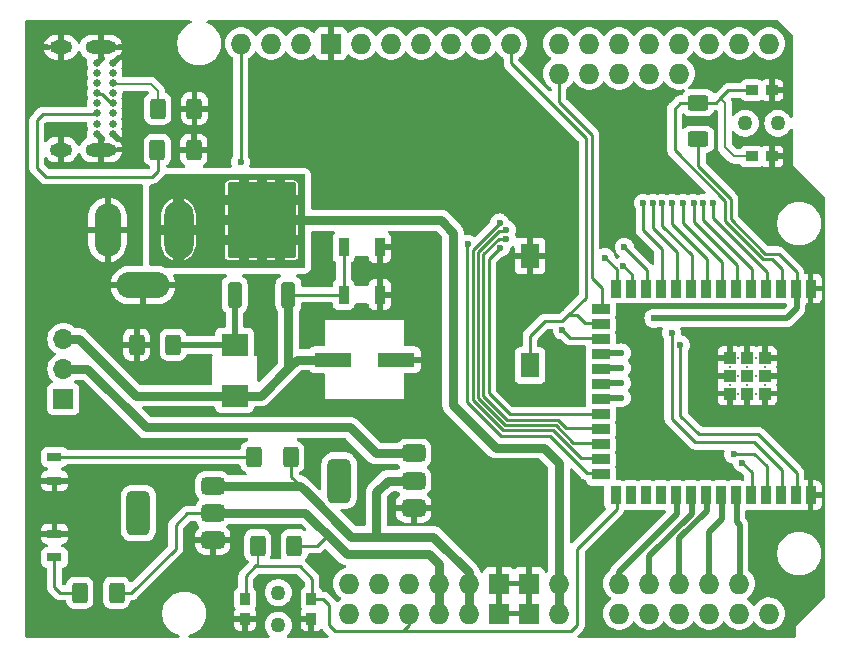
<source format=gbr>
%TF.GenerationSoftware,KiCad,Pcbnew,8.0.6*%
%TF.CreationDate,2024-11-07T12:24:51-05:00*%
%TF.ProjectId,ESP32-Uno-Board-v2,45535033-322d-4556-9e6f-2d426f617264,rev?*%
%TF.SameCoordinates,Original*%
%TF.FileFunction,Copper,L1,Top*%
%TF.FilePolarity,Positive*%
%FSLAX46Y46*%
G04 Gerber Fmt 4.6, Leading zero omitted, Abs format (unit mm)*
G04 Created by KiCad (PCBNEW 8.0.6) date 2024-11-07 12:24:51*
%MOMM*%
%LPD*%
G01*
G04 APERTURE LIST*
G04 Aperture macros list*
%AMRoundRect*
0 Rectangle with rounded corners*
0 $1 Rounding radius*
0 $2 $3 $4 $5 $6 $7 $8 $9 X,Y pos of 4 corners*
0 Add a 4 corners polygon primitive as box body*
4,1,4,$2,$3,$4,$5,$6,$7,$8,$9,$2,$3,0*
0 Add four circle primitives for the rounded corners*
1,1,$1+$1,$2,$3*
1,1,$1+$1,$4,$5*
1,1,$1+$1,$6,$7*
1,1,$1+$1,$8,$9*
0 Add four rect primitives between the rounded corners*
20,1,$1+$1,$2,$3,$4,$5,0*
20,1,$1+$1,$4,$5,$6,$7,0*
20,1,$1+$1,$6,$7,$8,$9,0*
20,1,$1+$1,$8,$9,$2,$3,0*%
G04 Aperture macros list end*
%TA.AperFunction,SMDPad,CuDef*%
%ADD10R,0.855600X1.600000*%
%TD*%
%TA.AperFunction,SMDPad,CuDef*%
%ADD11RoundRect,0.250000X0.350000X-0.850000X0.350000X0.850000X-0.350000X0.850000X-0.350000X-0.850000X0*%
%TD*%
%TA.AperFunction,SMDPad,CuDef*%
%ADD12RoundRect,0.250000X1.125000X-1.275000X1.125000X1.275000X-1.125000X1.275000X-1.125000X-1.275000X0*%
%TD*%
%TA.AperFunction,SMDPad,CuDef*%
%ADD13RoundRect,0.249997X2.650003X-2.950003X2.650003X2.950003X-2.650003X2.950003X-2.650003X-2.950003X0*%
%TD*%
%TA.AperFunction,SMDPad,CuDef*%
%ADD14RoundRect,0.250000X0.400000X0.625000X-0.400000X0.625000X-0.400000X-0.625000X0.400000X-0.625000X0*%
%TD*%
%TA.AperFunction,SMDPad,CuDef*%
%ADD15R,1.244600X0.711200*%
%TD*%
%TA.AperFunction,SMDPad,CuDef*%
%ADD16R,3.149600X1.219200*%
%TD*%
%TA.AperFunction,SMDPad,CuDef*%
%ADD17R,1.600200X2.108200*%
%TD*%
%TA.AperFunction,SMDPad,CuDef*%
%ADD18RoundRect,0.250000X0.625000X-0.400000X0.625000X0.400000X-0.625000X0.400000X-0.625000X-0.400000X0*%
%TD*%
%TA.AperFunction,ComponentPad*%
%ADD19O,1.727200X1.727200*%
%TD*%
%TA.AperFunction,ComponentPad*%
%ADD20R,1.727200X1.727200*%
%TD*%
%TA.AperFunction,SMDPad,CuDef*%
%ADD21RoundRect,0.375000X0.625000X0.375000X-0.625000X0.375000X-0.625000X-0.375000X0.625000X-0.375000X0*%
%TD*%
%TA.AperFunction,SMDPad,CuDef*%
%ADD22RoundRect,0.500000X0.500000X1.400000X-0.500000X1.400000X-0.500000X-1.400000X0.500000X-1.400000X0*%
%TD*%
%TA.AperFunction,SMDPad,CuDef*%
%ADD23R,0.838200X0.990600*%
%TD*%
%TA.AperFunction,ComponentPad*%
%ADD24C,1.270000*%
%TD*%
%TA.AperFunction,SMDPad,CuDef*%
%ADD25RoundRect,0.250000X-0.400000X-0.625000X0.400000X-0.625000X0.400000X0.625000X-0.400000X0.625000X0*%
%TD*%
%TA.AperFunction,ComponentPad*%
%ADD26R,1.700000X1.700000*%
%TD*%
%TA.AperFunction,ComponentPad*%
%ADD27O,1.700000X1.700000*%
%TD*%
%TA.AperFunction,SMDPad,CuDef*%
%ADD28R,0.900000X1.500000*%
%TD*%
%TA.AperFunction,SMDPad,CuDef*%
%ADD29R,1.000000X1.000000*%
%TD*%
%TA.AperFunction,SMDPad,CuDef*%
%ADD30R,1.500000X0.900000*%
%TD*%
%TA.AperFunction,ComponentPad*%
%ADD31C,0.300000*%
%TD*%
%TA.AperFunction,ComponentPad*%
%ADD32O,2.500000X5.000000*%
%TD*%
%TA.AperFunction,ComponentPad*%
%ADD33O,2.250000X4.500000*%
%TD*%
%TA.AperFunction,ComponentPad*%
%ADD34O,4.500000X2.250000*%
%TD*%
%TA.AperFunction,SMDPad,CuDef*%
%ADD35R,0.990600X0.838200*%
%TD*%
%TA.AperFunction,ComponentPad*%
%ADD36C,0.660400*%
%TD*%
%TA.AperFunction,ComponentPad*%
%ADD37O,1.905000X1.117600*%
%TD*%
%TA.AperFunction,ComponentPad*%
%ADD38O,2.616200X1.117600*%
%TD*%
%TA.AperFunction,SMDPad,CuDef*%
%ADD39R,2.260600X1.879600*%
%TD*%
%TA.AperFunction,ViaPad*%
%ADD40C,0.600000*%
%TD*%
%TA.AperFunction,ViaPad*%
%ADD41C,1.500000*%
%TD*%
%TA.AperFunction,Conductor*%
%ADD42C,0.800000*%
%TD*%
%TA.AperFunction,Conductor*%
%ADD43C,0.250000*%
%TD*%
%TA.AperFunction,Conductor*%
%ADD44C,0.500000*%
%TD*%
%TA.AperFunction,Conductor*%
%ADD45C,0.200000*%
%TD*%
G04 APERTURE END LIST*
D10*
%TO.P,C2,1*%
%TO.N,VDC*%
X137472199Y-119250000D03*
%TO.P,C2,2*%
%TO.N,GND*%
X140527801Y-119250000D03*
%TD*%
D11*
%TO.P,Q1,1,G*%
%TO.N,/G*%
X128250000Y-123250000D03*
D12*
%TO.P,Q1,2,D*%
%TO.N,VIN*%
X129005000Y-118625000D03*
X132055000Y-118625000D03*
D13*
X130530000Y-116950000D03*
D12*
X129005000Y-115275000D03*
X132055000Y-115275000D03*
D11*
%TO.P,Q1,3,S*%
%TO.N,VDC*%
X132810000Y-123250000D03*
%TD*%
D14*
%TO.P,R6,1*%
%TO.N,+3V3*%
X118250000Y-148500000D03*
%TO.P,R6,2*%
%TO.N,Net-(D2-A)*%
X115150000Y-148500000D03*
%TD*%
D15*
%TO.P,D3,1,K*%
%TO.N,GND*%
X113000000Y-139003300D03*
%TO.P,D3,2,A*%
%TO.N,Net-(D3-A)*%
X113000000Y-136996700D03*
%TD*%
D16*
%TO.P,C1,1*%
%TO.N,VDC*%
X136570300Y-128750000D03*
%TO.P,C1,2*%
%TO.N,GND*%
X141929700Y-128750000D03*
%TD*%
D17*
%TO.P,SW2,1,1*%
%TO.N,/GPIO46*%
X153250000Y-129250000D03*
%TO.P,SW2,2,2*%
%TO.N,GND*%
X153250000Y-119979000D03*
%TD*%
D18*
%TO.P,R5,1*%
%TO.N,+3V3*%
X167500000Y-110100000D03*
%TO.P,R5,2*%
%TO.N,/~{RESET}*%
X167500000Y-107000000D03*
%TD*%
D19*
%TO.P,A2,3V3,3.3V*%
%TO.N,+3V3*%
X145560000Y-147710000D03*
X145560000Y-150250000D03*
%TO.P,A2,5V,5V*%
%TO.N,+5V*%
X148100000Y-147710000D03*
X148100000Y-150250000D03*
%TO.P,A2,A0,A0*%
%TO.N,/A0*%
X160800000Y-150250000D03*
%TO.P,A2,A1,A1*%
%TO.N,/A1*%
X163340000Y-150250000D03*
%TO.P,A2,A2,A2*%
%TO.N,/A2*%
X165880000Y-150250000D03*
%TO.P,A2,A3,A3*%
%TO.N,/A3*%
X168420000Y-150250000D03*
%TO.P,A2,A4,A4*%
%TO.N,/A4*%
X170960000Y-150250000D03*
%TO.P,A2,A5,A5*%
%TO.N,/A5*%
X173500000Y-150250000D03*
%TO.P,A2,AREF,AREF*%
%TO.N,unconnected-(A2-PadAREF)*%
X133876000Y-101990000D03*
%TO.P,A2,BOOT*%
%TO.N,N/C*%
X137940000Y-150250000D03*
%TO.P,A2,D0,D0/RX*%
%TO.N,/RX*%
X173500000Y-101990000D03*
%TO.P,A2,D1,D1/TX*%
%TO.N,/TX*%
X170960000Y-101990000D03*
%TO.P,A2,D2,D2*%
%TO.N,/GPIO4*%
X168420000Y-101990000D03*
%TO.P,A2,D3,D3*%
%TO.N,/GPIO5*%
X165880000Y-101990000D03*
%TO.P,A2,D4,D4*%
%TO.N,/GPIO7*%
X163340000Y-101990000D03*
%TO.P,A2,D5,D5*%
%TO.N,/GPIO16*%
X160800000Y-101990000D03*
%TO.P,A2,D6,D6*%
%TO.N,/GPIO18*%
X158260000Y-101990000D03*
%TO.P,A2,D7,D7*%
%TO.N,/GPIO2*%
X155720000Y-101990000D03*
%TO.P,A2,D8,D8*%
%TO.N,/GPIO46*%
X151656000Y-101990000D03*
%TO.P,A2,D9,D9*%
%TO.N,/GPIO14*%
X149116000Y-101990000D03*
%TO.P,A2,D10,D10*%
%TO.N,/GPIO21*%
X146576000Y-101990000D03*
%TO.P,A2,D11,D11*%
%TO.N,/GPIO47*%
X144036000Y-101990000D03*
%TO.P,A2,D12,D12*%
%TO.N,/GPIO48*%
X141496000Y-101990000D03*
%TO.P,A2,D13,D13*%
%TO.N,/GPIO45*%
X138956000Y-101990000D03*
%TO.P,A2,D14,D14*%
%TO.N,/GPIO6*%
X165880000Y-104530000D03*
%TO.P,A2,D15,D15*%
%TO.N,/GPIO15*%
X163340000Y-104530000D03*
%TO.P,A2,D16,D16*%
%TO.N,/GPIO17*%
X160800000Y-104530000D03*
%TO.P,A2,D17,D17*%
%TO.N,/GPIO1*%
X158260000Y-104530000D03*
%TO.P,A2,D18,D18*%
%TO.N,/GPIO3*%
X155720000Y-104530000D03*
%TO.P,A2,D19,D19*%
%TO.N,/GPIO42*%
X170960000Y-147710000D03*
%TO.P,A2,D20,D20*%
%TO.N,/GPIO41*%
X168420000Y-147710000D03*
%TO.P,A2,D21,D21*%
%TO.N,/GPIO40*%
X165880000Y-147710000D03*
%TO.P,A2,D22,D22*%
%TO.N,/GPIO39*%
X163340000Y-147710000D03*
%TO.P,A2,D23,D23*%
%TO.N,/GPIO38*%
X160800000Y-147710000D03*
D20*
%TO.P,A2,GND1,GNDA*%
%TO.N,GND*%
X136416000Y-101990000D03*
X150640000Y-150250000D03*
X153180000Y-150250000D03*
%TO.P,A2,GND2,GNDB*%
X150640000Y-147710000D03*
X153180000Y-147710000D03*
D19*
%TO.P,A2,IORF,IOREF*%
%TO.N,unconnected-(A2-IOREF-PadIORF)*%
X140480000Y-150250000D03*
%TO.P,A2,PWR1*%
%TO.N,N/C*%
X143020000Y-147710000D03*
%TO.P,A2,PWR2*%
X140480000Y-147710000D03*
%TO.P,A2,PWR3*%
X137940000Y-147710000D03*
%TO.P,A2,RST1,RESET*%
%TO.N,/GPIO0*%
X143020000Y-150250000D03*
%TO.P,A2,SCL,SCL*%
%TO.N,/SCL*%
X128796000Y-101990000D03*
%TO.P,A2,SDA,SDA*%
%TO.N,/SDA*%
X131336000Y-101990000D03*
%TO.P,A2,VIN,VIN*%
%TO.N,VIN*%
X155720000Y-147710000D03*
X155720000Y-150250000D03*
%TD*%
D14*
%TO.P,R7,1*%
%TO.N,+5V*%
X133000000Y-137000000D03*
%TO.P,R7,2*%
%TO.N,Net-(D3-A)*%
X129900000Y-137000000D03*
%TD*%
D15*
%TO.P,D2,1,K*%
%TO.N,GND*%
X113000000Y-143500000D03*
%TO.P,D2,2,A*%
%TO.N,Net-(D2-A)*%
X113000000Y-145506600D03*
%TD*%
D21*
%TO.P,U3,1,ADJ*%
%TO.N,GND*%
X143400000Y-141300000D03*
%TO.P,U3,2,VO*%
%TO.N,+5V*%
X143400000Y-139000000D03*
%TO.P,U3,3,VI*%
%TO.N,Net-(SW1-B)*%
X143400000Y-136700000D03*
D22*
%TO.P,U3,4*%
%TO.N,N/C*%
X137100000Y-139000000D03*
%TD*%
D23*
%TO.P,BTN1,1,1*%
%TO.N,/GPIO0*%
X134750000Y-149000000D03*
%TO.P,BTN1,2,2*%
%TO.N,GND*%
X134750000Y-150700002D03*
%TO.P,BTN1,3,1*%
%TO.N,/GPIO0*%
X129150002Y-149000000D03*
%TO.P,BTN1,4,2*%
%TO.N,GND*%
X129150002Y-150700002D03*
D24*
%TO.P,BTN1,5*%
%TO.N,N/C*%
X131950001Y-148475000D03*
%TO.P,BTN1,6*%
X131950001Y-151225002D03*
%TD*%
D25*
%TO.P,R1,1*%
%TO.N,/CC1*%
X121750000Y-107500000D03*
%TO.P,R1,2*%
%TO.N,GND*%
X124850000Y-107500000D03*
%TD*%
D26*
%TO.P,SW1,1,A*%
%TO.N,VUSB*%
X113750000Y-132080000D03*
D27*
%TO.P,SW1,2,B*%
%TO.N,Net-(SW1-B)*%
X113750000Y-129540000D03*
%TO.P,SW1,3,C*%
%TO.N,VDC*%
X113750000Y-127000000D03*
%TD*%
D21*
%TO.P,U2,1,GND*%
%TO.N,GND*%
X126400000Y-144050000D03*
%TO.P,U2,2,VO*%
%TO.N,+3V3*%
X126400000Y-141750000D03*
%TO.P,U2,3,VI*%
%TO.N,+5V*%
X126400000Y-139450000D03*
D22*
%TO.P,U2,4*%
%TO.N,N/C*%
X120100000Y-141750000D03*
%TD*%
D28*
%TO.P,U1,1,GND*%
%TO.N,GND*%
X177010000Y-122735000D03*
D29*
X173160000Y-128625000D03*
X171660000Y-128625000D03*
X170160000Y-128625000D03*
X173160000Y-130125000D03*
X170160000Y-130125000D03*
X173160000Y-131625000D03*
X171660000Y-131625000D03*
X170160000Y-131625000D03*
D28*
%TO.P,U1,2,3V3*%
%TO.N,+3V3*%
X175740000Y-122735000D03*
%TO.P,U1,3,EN*%
%TO.N,/~{RESET}*%
X174470000Y-122735000D03*
%TO.P,U1,4,IO4*%
%TO.N,/GPIO4*%
X173200000Y-122735000D03*
%TO.P,U1,5,IO5*%
%TO.N,/GPIO5*%
X171930000Y-122735000D03*
%TO.P,U1,6,IO6*%
%TO.N,/GPIO6*%
X170660000Y-122735000D03*
%TO.P,U1,7,IO7*%
%TO.N,/GPIO7*%
X169390000Y-122735000D03*
%TO.P,U1,8,IO15*%
%TO.N,/GPIO15*%
X168120000Y-122735000D03*
%TO.P,U1,9,IO16*%
%TO.N,/GPIO16*%
X166850000Y-122735000D03*
%TO.P,U1,10,IO17*%
%TO.N,/GPIO17*%
X165580000Y-122735000D03*
%TO.P,U1,11,IO18*%
%TO.N,/GPIO18*%
X164310000Y-122735000D03*
%TO.P,U1,12,IO8*%
%TO.N,/SDA*%
X163040000Y-122735000D03*
%TO.P,U1,13,IO19*%
%TO.N,USB_D-*%
X161770000Y-122735000D03*
%TO.P,U1,14,IO20*%
%TO.N,USB_D+*%
X160500000Y-122735000D03*
D30*
%TO.P,U1,15,IO3*%
%TO.N,/GPIO3*%
X159250000Y-124500000D03*
%TO.P,U1,16,IO46*%
%TO.N,/GPIO46*%
X159250000Y-125770000D03*
%TO.P,U1,17,IO9*%
%TO.N,/SCL*%
X159250000Y-127040000D03*
%TO.P,U1,18,IO10*%
%TO.N,/A3*%
X159250000Y-128310000D03*
%TO.P,U1,19,IO11*%
%TO.N,/A2*%
X159250000Y-129580000D03*
%TO.P,U1,20,IO12*%
%TO.N,/A1*%
X159250000Y-130850000D03*
%TO.P,U1,21,IO13*%
%TO.N,/A0*%
X159250000Y-132120000D03*
%TO.P,U1,22,IO14*%
%TO.N,/GPIO14*%
X159250000Y-133390000D03*
%TO.P,U1,23,IO21*%
%TO.N,/GPIO21*%
X159250000Y-134660000D03*
%TO.P,U1,24,IO47*%
%TO.N,/GPIO47*%
X159250000Y-135930000D03*
%TO.P,U1,25,IO48*%
%TO.N,/GPIO48*%
X159250000Y-137200000D03*
%TO.P,U1,26,IO45*%
%TO.N,/GPIO45*%
X159250000Y-138470000D03*
D28*
%TO.P,U1,27,IO0*%
%TO.N,/GPIO0*%
X160500000Y-140235000D03*
%TO.P,U1,28,IO35*%
%TO.N,unconnected-(U1-IO35-Pad28)*%
X161770000Y-140235000D03*
%TO.P,U1,29,IO36*%
%TO.N,unconnected-(U1-IO36-Pad29)*%
X163040000Y-140235000D03*
%TO.P,U1,30,IO37*%
%TO.N,unconnected-(U1-IO37-Pad30)*%
X164310000Y-140235000D03*
%TO.P,U1,31,IO38*%
%TO.N,/GPIO38*%
X165580000Y-140235000D03*
%TO.P,U1,32,IO39*%
%TO.N,/GPIO39*%
X166850000Y-140235000D03*
%TO.P,U1,33,IO40*%
%TO.N,/GPIO40*%
X168120000Y-140235000D03*
%TO.P,U1,34,IO41*%
%TO.N,/GPIO41*%
X169390000Y-140235000D03*
%TO.P,U1,35,IO42*%
%TO.N,/GPIO42*%
X170660000Y-140235000D03*
%TO.P,U1,36,RXD0*%
%TO.N,/RX*%
X171930000Y-140235000D03*
%TO.P,U1,37,TXD0*%
%TO.N,/TX*%
X173200000Y-140235000D03*
%TO.P,U1,38,IO2*%
%TO.N,/GPIO2*%
X174470000Y-140235000D03*
%TO.P,U1,39,IO1*%
%TO.N,/GPIO1*%
X175740000Y-140235000D03*
%TO.P,U1,40,GND*%
%TO.N,GND*%
X177010000Y-140235000D03*
D29*
%TO.P,U1,41,GND*%
X171660000Y-130125000D03*
D31*
%TO.P,U1,41_10*%
%TO.N,N/C*%
X172410000Y-130125000D03*
%TO.P,U1,41_11*%
X172410000Y-128625000D03*
%TO.P,U1,41_12*%
X172410000Y-131625000D03*
%TO.P,U1,41_13*%
X170910000Y-128625000D03*
%TO.P,U1,41_14*%
X170910000Y-130125000D03*
%TO.P,U1,41_15*%
X170910000Y-131625000D03*
%TO.P,U1,41_16*%
X173160000Y-129375000D03*
%TO.P,U1,41_17*%
X173160000Y-130875000D03*
%TO.P,U1,41_18*%
X171660000Y-129375000D03*
%TO.P,U1,41_19*%
X171660000Y-130875000D03*
%TO.P,U1,41_20*%
X170160000Y-129375000D03*
%TO.P,U1,41_21*%
X170160000Y-130875000D03*
%TD*%
D14*
%TO.P,R4,1*%
%TO.N,+3V3*%
X133300000Y-144500000D03*
%TO.P,R4,2*%
%TO.N,/GPIO0*%
X130200000Y-144500000D03*
%TD*%
D32*
%TO.P,J2,1*%
%TO.N,VIN*%
X123500000Y-117750000D03*
D33*
%TO.P,J2,2*%
%TO.N,GND*%
X117500000Y-117750000D03*
D34*
%TO.P,J2,3*%
X120500000Y-122450000D03*
%TD*%
D35*
%TO.P,BTN2,1,1*%
%TO.N,/~{RESET}*%
X172025000Y-105950001D03*
%TO.P,BTN2,2,2*%
%TO.N,GND*%
X173725002Y-105950001D03*
%TO.P,BTN2,3,1*%
%TO.N,/~{RESET}*%
X172025000Y-111549999D03*
%TO.P,BTN2,4,2*%
%TO.N,GND*%
X173725002Y-111549999D03*
D24*
%TO.P,BTN2,5*%
%TO.N,N/C*%
X171500000Y-108750000D03*
%TO.P,BTN2,6*%
X174250002Y-108750000D03*
%TD*%
D10*
%TO.P,C3,1*%
%TO.N,GND*%
X140527801Y-123250000D03*
%TO.P,C3,2*%
%TO.N,VDC*%
X137472199Y-123250000D03*
%TD*%
D25*
%TO.P,R2,1*%
%TO.N,/CC2*%
X121700000Y-111000000D03*
%TO.P,R2,2*%
%TO.N,GND*%
X124800000Y-111000000D03*
%TD*%
D14*
%TO.P,R3,1*%
%TO.N,/G*%
X123050000Y-127500000D03*
%TO.P,R3,2*%
%TO.N,GND*%
X119950000Y-127500000D03*
%TD*%
D36*
%TO.P,J1,A1,GND*%
%TO.N,GND*%
X117917566Y-103664444D03*
%TO.P,J1,A4,VBUS*%
%TO.N,VUSB*%
X117917566Y-104514445D03*
%TO.P,J1,A5,CC1*%
%TO.N,/CC1*%
X117917566Y-105364443D03*
%TO.P,J1,A6,D+*%
%TO.N,USB_D+*%
X117917566Y-106214444D03*
%TO.P,J1,A7,D-*%
%TO.N,USB_D-*%
X117917566Y-107064445D03*
%TO.P,J1,A8,SBU1*%
%TO.N,unconnected-(J1-SBU1-PadA8)*%
X117917566Y-107914446D03*
%TO.P,J1,A9,VBUS*%
%TO.N,VUSB*%
X117917566Y-108764444D03*
%TO.P,J1,A12,GND*%
%TO.N,GND*%
X117917566Y-109614445D03*
%TO.P,J1,B1,GND*%
X116567566Y-109614445D03*
%TO.P,J1,B4,VBUS*%
%TO.N,VUSB*%
X116567566Y-108764444D03*
%TO.P,J1,B5,CC2*%
%TO.N,/CC2*%
X116567566Y-107914446D03*
%TO.P,J1,B6,D+*%
%TO.N,USB_D+*%
X116567566Y-107064445D03*
%TO.P,J1,B7,D-*%
%TO.N,USB_D-*%
X116567566Y-106214444D03*
%TO.P,J1,B8,SBU2*%
%TO.N,unconnected-(J1-SBU2-PadB8)*%
X116567566Y-105364443D03*
%TO.P,J1,B9,VBUS*%
%TO.N,VUSB*%
X116567566Y-104514445D03*
%TO.P,J1,B12,GND*%
%TO.N,GND*%
X116567566Y-103664444D03*
D37*
%TO.P,J1,S1,SHIELD*%
X113552566Y-102314459D03*
%TO.P,J1,S2,SHIELD*%
X113552566Y-110964429D03*
D38*
%TO.P,J1,S3,SHIELD*%
X116937565Y-102314444D03*
%TO.P,J1,S4,SHIELD*%
X116937566Y-110964429D03*
%TD*%
D39*
%TO.P,D1,1,K*%
%TO.N,VDC*%
X128250000Y-131803400D03*
%TO.P,D1,2,A*%
%TO.N,/G*%
X128250000Y-127485400D03*
%TD*%
D40*
%TO.N,+3V3*%
X163750000Y-125250000D03*
%TO.N,/GPIO7*%
X166224101Y-115525899D03*
%TO.N,/GPIO4*%
X168750000Y-115500000D03*
%TO.N,USB_D-*%
X161170000Y-120830000D03*
%TO.N,/GPIO16*%
X164449997Y-115500000D03*
%TO.N,/GPIO21*%
X151249839Y-118541048D03*
%TO.N,/GPIO45*%
X147992220Y-118992220D03*
%TO.N,/A0*%
X160995000Y-131995000D03*
%TO.N,/GPIO17*%
X163649994Y-115500000D03*
%TO.N,/GPIO6*%
X167106801Y-115526040D03*
%TO.N,/GPIO14*%
X150750000Y-119275000D03*
%TO.N,/GPIO48*%
X150681332Y-117181391D03*
%TO.N,/A3*%
X161000000Y-128185000D03*
%TO.N,/GPIO1*%
X166000000Y-127500000D03*
%TO.N,/GPIO18*%
X162849991Y-115500000D03*
%TO.N,/GPIO15*%
X165250000Y-115500000D03*
%TO.N,/GPIO5*%
X167906771Y-115500000D03*
%TO.N,/GPIO47*%
X151252983Y-117741051D03*
%TO.N,/A1*%
X161000000Y-130725000D03*
%TO.N,/GPIO2*%
X165250000Y-126500000D03*
%TO.N,/A2*%
X161000000Y-129455000D03*
D41*
%TO.N,GND*%
X152083333Y-143000000D03*
X149750000Y-143000000D03*
X176250000Y-127833333D03*
X176250000Y-132500000D03*
X144000000Y-123250000D03*
X176250000Y-130166667D03*
X149750000Y-140500000D03*
X147250000Y-140500000D03*
X116500000Y-143000000D03*
X176250000Y-134833333D03*
X147250000Y-138000000D03*
X116500000Y-139500000D03*
D40*
%TO.N,USB_D+*%
X159625000Y-120125000D03*
%TO.N,/TX*%
X170500000Y-136750000D03*
%TO.N,/RX*%
X171250000Y-137500000D03*
%TO.N,/SDA*%
X161250000Y-119250000D03*
%TO.N,/SCL*%
X128750000Y-112000000D03*
X156000000Y-126250000D03*
%TD*%
D42*
%TO.N,+5V*%
X141250000Y-139000000D02*
X140250000Y-140000000D01*
X142250000Y-143750000D02*
X140250000Y-143750000D01*
X148100000Y-147710000D02*
X148100000Y-150250000D01*
X134169239Y-139830761D02*
X133788478Y-139450000D01*
D43*
X133000000Y-137000000D02*
X133000000Y-138661522D01*
D42*
X140250000Y-140000000D02*
X140250000Y-143750000D01*
X145088478Y-143750000D02*
X142250000Y-143750000D01*
X143400000Y-139000000D02*
X141250000Y-139000000D01*
X148100000Y-147710000D02*
X148100000Y-146761522D01*
D43*
X133000000Y-138661522D02*
X134169239Y-139830761D01*
D42*
X133788478Y-139450000D02*
X126400000Y-139450000D01*
X138088478Y-143750000D02*
X134169239Y-139830761D01*
X148100000Y-146761522D02*
X145088478Y-143750000D01*
X140250000Y-143750000D02*
X138088478Y-143750000D01*
D44*
%TO.N,+3V3*%
X175000000Y-125250000D02*
X175830000Y-124420000D01*
D43*
X135250000Y-144500000D02*
X136125000Y-143625000D01*
D44*
X175830000Y-124420000D02*
X175830000Y-122610000D01*
D43*
X123250000Y-144750000D02*
X123250000Y-142750000D01*
D42*
X137750000Y-145250000D02*
X144750000Y-145250000D01*
D43*
X119500000Y-148500000D02*
X123250000Y-144750000D01*
X133300000Y-144500000D02*
X135250000Y-144500000D01*
D42*
X145542000Y-146042000D02*
X145542000Y-150368000D01*
X135000000Y-142500000D02*
X136125000Y-143625000D01*
D43*
X123250000Y-142750000D02*
X124250000Y-141750000D01*
X173186396Y-119800000D02*
X174305698Y-119800000D01*
D42*
X135000000Y-142500000D02*
X134250000Y-141750000D01*
D43*
X118250000Y-148500000D02*
X119500000Y-148500000D01*
X167500000Y-110100000D02*
X167500000Y-112363604D01*
D42*
X144750000Y-145250000D02*
X145542000Y-146042000D01*
D43*
X174305698Y-119800000D02*
X175830000Y-121324302D01*
D42*
X136125000Y-143625000D02*
X137750000Y-145250000D01*
D44*
X163750000Y-125250000D02*
X175000000Y-125250000D01*
D43*
X175830000Y-121324302D02*
X175830000Y-122610000D01*
X167500000Y-112363604D02*
X170250000Y-115113604D01*
D42*
X134250000Y-141750000D02*
X126400000Y-141750000D01*
D43*
X170250000Y-116863604D02*
X173186396Y-119800000D01*
X170250000Y-115113604D02*
X170250000Y-116863604D01*
X124250000Y-141750000D02*
X126400000Y-141750000D01*
%TO.N,/GPIO7*%
X169480000Y-120480000D02*
X166224101Y-117224101D01*
X169480000Y-122610000D02*
X169480000Y-120480000D01*
X166224101Y-117224101D02*
X166224101Y-115525899D01*
%TO.N,/GPIO4*%
X168750000Y-116780150D02*
X173290000Y-121320150D01*
X168750000Y-115500000D02*
X168750000Y-116780150D01*
X173290000Y-121320150D02*
X173290000Y-122610000D01*
%TO.N,USB_D-*%
X117840974Y-107124445D02*
X117917566Y-107124445D01*
X116567566Y-106274444D02*
X116990973Y-106274444D01*
X116990973Y-106274444D02*
X117840974Y-107124445D01*
X161860000Y-121520000D02*
X161860000Y-122610000D01*
X161170000Y-120830000D02*
X161860000Y-121520000D01*
D44*
%TO.N,/GPIO38*%
X165670000Y-140110000D02*
X165670000Y-141830000D01*
X165670000Y-141830000D02*
X160800000Y-146700000D01*
X160800000Y-146700000D02*
X160800000Y-147710000D01*
D43*
%TO.N,/GPIO3*%
X155720000Y-106970000D02*
X155720000Y-104530000D01*
X159340000Y-124375000D02*
X159340000Y-122652500D01*
X158500000Y-121812500D02*
X158500000Y-109750000D01*
X158500000Y-109750000D02*
X155720000Y-106970000D01*
X159340000Y-122652500D02*
X158500000Y-121812500D01*
D44*
%TO.N,/GPIO40*%
X168210000Y-140110000D02*
X168210000Y-141540000D01*
X165880000Y-143870000D02*
X165880000Y-147710000D01*
X168210000Y-141540000D02*
X165880000Y-143870000D01*
%TO.N,/GPIO39*%
X166940000Y-140110000D02*
X166940000Y-141820050D01*
X163340000Y-145420050D02*
X163340000Y-147710000D01*
X166940000Y-141820050D02*
X163340000Y-145420050D01*
D43*
%TO.N,/GPIO16*%
X164449997Y-117429897D02*
X166940000Y-119919900D01*
X166940000Y-119919900D02*
X166940000Y-122610000D01*
X164449997Y-115500000D02*
X164449997Y-117429897D01*
%TO.N,/GPIO21*%
X149300000Y-119841116D02*
X149300000Y-131800000D01*
X150600068Y-118541048D02*
X149300000Y-119841116D01*
X156307792Y-134535000D02*
X159340000Y-134535000D01*
X155612792Y-133840000D02*
X156307792Y-134535000D01*
X151249839Y-118541048D02*
X150600068Y-118541048D01*
X149300000Y-131800000D02*
X151340000Y-133840000D01*
X151340000Y-133840000D02*
X155612792Y-133840000D01*
%TO.N,/GPIO45*%
X147950000Y-119034440D02*
X147950000Y-132359188D01*
X147992220Y-118992220D02*
X147950000Y-119034440D01*
X147950000Y-132359188D02*
X150780812Y-135190000D01*
X154940000Y-135190000D02*
X158095000Y-138345000D01*
X158095000Y-138345000D02*
X159340000Y-138345000D01*
X150780812Y-135190000D02*
X154940000Y-135190000D01*
D44*
%TO.N,/A0*%
X160995000Y-131995000D02*
X159340000Y-131995000D01*
D43*
%TO.N,/GPIO17*%
X165670000Y-119639850D02*
X165670000Y-122610000D01*
X163649994Y-117619844D02*
X165670000Y-119639850D01*
X163649994Y-115500000D02*
X163649994Y-117619844D01*
X163552205Y-115597789D02*
X163649994Y-115500000D01*
%TO.N,/GPIO6*%
X170750000Y-120760050D02*
X167106801Y-117116851D01*
X167106801Y-117116851D02*
X167106801Y-115526040D01*
X170750000Y-122610000D02*
X170750000Y-120760050D01*
%TO.N,/GPIO14*%
X159250000Y-133390000D02*
X151526396Y-133390000D01*
X149750000Y-131613604D02*
X149750000Y-120275000D01*
X151443198Y-133306802D02*
X149750000Y-131613604D01*
X151526396Y-133390000D02*
X151443198Y-133306802D01*
X149750000Y-120275000D02*
X150750000Y-119275000D01*
%TO.N,/GPIO48*%
X150681332Y-117186992D02*
X148400000Y-119468324D01*
X157575000Y-137075000D02*
X159340000Y-137075000D01*
X148400000Y-132172792D02*
X150967208Y-134740000D01*
X150681332Y-117181391D02*
X150681332Y-117186992D01*
X155240000Y-134740000D02*
X157575000Y-137075000D01*
X148400000Y-119468324D02*
X148400000Y-132172792D01*
X150967208Y-134740000D02*
X155240000Y-134740000D01*
D44*
%TO.N,/A3*%
X161000000Y-128185000D02*
X159340000Y-128185000D01*
D43*
%TO.N,/GPIO1*%
X172539950Y-135050000D02*
X175830000Y-138340050D01*
X166000000Y-127500000D02*
X166000000Y-133500000D01*
X175830000Y-138340050D02*
X175830000Y-140110000D01*
X166000000Y-133500000D02*
X167550000Y-135050000D01*
X167550000Y-135050000D02*
X172539950Y-135050000D01*
%TO.N,/GPIO0*%
X136250000Y-151250000D02*
X136750000Y-151750000D01*
X130000000Y-146250000D02*
X133750000Y-146250000D01*
X143020000Y-151230000D02*
X142500000Y-151750000D01*
X160590000Y-141410000D02*
X160590000Y-140110000D01*
X129200001Y-149024998D02*
X129200001Y-147049999D01*
X134799999Y-149024998D02*
X135774998Y-149024998D01*
X134799999Y-149024998D02*
X134799999Y-147299999D01*
X157250000Y-151250000D02*
X157250000Y-144750000D01*
X143020000Y-150250000D02*
X143020000Y-151230000D01*
X129200001Y-147049999D02*
X130000000Y-146250000D01*
D45*
X130200000Y-146050000D02*
X130000000Y-146250000D01*
D43*
X133750000Y-146250000D02*
X134799999Y-147299999D01*
X135774998Y-149024998D02*
X136250000Y-149500000D01*
X157250000Y-144750000D02*
X160590000Y-141410000D01*
X136750000Y-151750000D02*
X142500000Y-151750000D01*
X156750000Y-151750000D02*
X157250000Y-151250000D01*
D45*
X130200000Y-144500000D02*
X130200000Y-146050000D01*
D43*
X142500000Y-151750000D02*
X156750000Y-151750000D01*
X136250000Y-149500000D02*
X136250000Y-151250000D01*
%TO.N,/GPIO18*%
X164400000Y-119359800D02*
X164400000Y-122610000D01*
X162849991Y-117809791D02*
X164400000Y-119359800D01*
X162849991Y-115500000D02*
X162849991Y-117809791D01*
%TO.N,/GPIO15*%
X168210000Y-122610000D02*
X168210000Y-120199950D01*
X168210000Y-120199950D02*
X165250000Y-117239950D01*
X165250000Y-117239950D02*
X165250000Y-115500000D01*
D44*
%TO.N,/GPIO41*%
X169480000Y-140110000D02*
X169480000Y-142270000D01*
X168420000Y-143330000D02*
X168420000Y-147710000D01*
X169480000Y-142270000D02*
X168420000Y-143330000D01*
D43*
%TO.N,/GPIO5*%
X167906771Y-116926871D02*
X172020000Y-121040100D01*
X167906771Y-115500000D02*
X167906771Y-116926871D01*
X172020000Y-121040100D02*
X172020000Y-122610000D01*
%TO.N,/GPIO47*%
X151252983Y-117741051D02*
X151119034Y-117875000D01*
X144000000Y-102026000D02*
X144036000Y-101990000D01*
X150629720Y-117875000D02*
X148850000Y-119654720D01*
X156941396Y-135805000D02*
X159340000Y-135805000D01*
X148850000Y-131986396D02*
X151153604Y-134290000D01*
X148850000Y-119654720D02*
X148850000Y-131986396D01*
X151119034Y-117875000D02*
X150629720Y-117875000D01*
X151153604Y-134290000D02*
X155426396Y-134290000D01*
X155426396Y-134290000D02*
X156941396Y-135805000D01*
D44*
%TO.N,/A1*%
X161000000Y-130725000D02*
X159340000Y-130725000D01*
D43*
%TO.N,/GPIO2*%
X165250000Y-126500000D02*
X165250000Y-133750000D01*
X172250000Y-135750000D02*
X174560000Y-138060000D01*
X165250000Y-133750000D02*
X167250000Y-135750000D01*
X167250000Y-135750000D02*
X172250000Y-135750000D01*
X174560000Y-138060000D02*
X174560000Y-140110000D01*
%TO.N,/GPIO46*%
X156500000Y-125000000D02*
X156000000Y-125500000D01*
X151656000Y-101990000D02*
X151656000Y-103656000D01*
X156000000Y-125500000D02*
X154500000Y-125500000D01*
X157895000Y-125645000D02*
X157250000Y-125000000D01*
X157250000Y-125000000D02*
X156500000Y-125000000D01*
X154500000Y-125500000D02*
X153250000Y-126750000D01*
X151656000Y-103656000D02*
X158000000Y-110000000D01*
X158000000Y-123500000D02*
X156500000Y-125000000D01*
X153250000Y-126750000D02*
X153250000Y-129250000D01*
X159340000Y-125645000D02*
X157895000Y-125645000D01*
X158000000Y-110000000D02*
X158000000Y-123500000D01*
D45*
%TO.N,/~{RESET}*%
X172024998Y-111549999D02*
X170549999Y-111549999D01*
D43*
X167500000Y-107000000D02*
X168500000Y-107000000D01*
D45*
X169750000Y-107000000D02*
X169375000Y-106625000D01*
D43*
X165500000Y-111000000D02*
X165500000Y-107500000D01*
X169000000Y-107000000D02*
X169375000Y-106625000D01*
X166000000Y-107000000D02*
X167500000Y-107000000D01*
X169800000Y-117050000D02*
X169800000Y-115300000D01*
X169800000Y-115300000D02*
X165500000Y-111000000D01*
D45*
X170549999Y-111549999D02*
X169750000Y-110750000D01*
X169750000Y-110750000D02*
X169750000Y-107000000D01*
D43*
X168500000Y-107000000D02*
X169000000Y-107000000D01*
X173000000Y-120250000D02*
X169800000Y-117050000D01*
X170049999Y-105950001D02*
X172024998Y-105950001D01*
X169375000Y-106625000D02*
X170049999Y-105950001D01*
X165500000Y-107500000D02*
X166000000Y-107000000D01*
X174560000Y-121060000D02*
X173750000Y-120250000D01*
X174560000Y-122610000D02*
X174560000Y-121060000D01*
X173750000Y-120250000D02*
X173000000Y-120250000D01*
D44*
%TO.N,/A2*%
X161000000Y-129455000D02*
X159340000Y-129455000D01*
D43*
%TO.N,USB_D+*%
X160590000Y-121090000D02*
X160590000Y-122610000D01*
X159625000Y-120125000D02*
X160590000Y-121090000D01*
D45*
%TO.N,/CC1*%
X121750000Y-106000000D02*
X121750000Y-107500000D01*
X117977566Y-105424443D02*
X121174443Y-105424443D01*
X117917566Y-105364443D02*
X117977566Y-105424443D01*
X121174443Y-105424443D02*
X121750000Y-106000000D01*
D43*
%TO.N,/CC2*%
X121750000Y-112750000D02*
X121250000Y-113250000D01*
X116507566Y-107974446D02*
X116567566Y-107914446D01*
X111500000Y-108500000D02*
X112025554Y-107974446D01*
X111500000Y-112500000D02*
X111500000Y-108500000D01*
X121250000Y-113250000D02*
X112250000Y-113250000D01*
X121750000Y-110850000D02*
X121750000Y-112750000D01*
X112025554Y-107974446D02*
X116507566Y-107974446D01*
X112250000Y-113250000D02*
X111500000Y-112500000D01*
D44*
%TO.N,/G*%
X128250000Y-123250000D02*
X128250000Y-127485400D01*
X128235400Y-127500000D02*
X128250000Y-127485400D01*
X123050000Y-127500000D02*
X128235400Y-127500000D01*
D42*
%TO.N,VIN*%
X154465000Y-136215000D02*
X150356243Y-136215000D01*
X150356243Y-136215000D02*
X146750000Y-132608757D01*
X145700000Y-116950000D02*
X130530000Y-116950000D01*
X146750000Y-132608757D02*
X146750000Y-118000000D01*
X155720000Y-147710000D02*
X155720000Y-137470000D01*
X146750000Y-118000000D02*
X145700000Y-116950000D01*
X155720000Y-137470000D02*
X154465000Y-136215000D01*
X155720000Y-150250000D02*
X155720000Y-147710000D01*
D43*
%TO.N,/TX*%
X173290000Y-137779950D02*
X173290000Y-140110000D01*
X170500000Y-136750000D02*
X172260050Y-136750000D01*
X172260050Y-136750000D02*
X173290000Y-137779950D01*
%TO.N,/RX*%
X171250000Y-137500000D02*
X172020000Y-138270000D01*
X172020000Y-138270000D02*
X172020000Y-140110000D01*
%TO.N,/SDA*%
X161250000Y-119250000D02*
X163130000Y-121130000D01*
X163130000Y-121130000D02*
X163130000Y-122610000D01*
D44*
%TO.N,/SCL*%
X128750000Y-112000000D02*
X128778000Y-111972000D01*
D43*
X128778000Y-111972000D02*
X128778000Y-102108000D01*
X156665000Y-126915000D02*
X159340000Y-126915000D01*
X156000000Y-126250000D02*
X156665000Y-126915000D01*
%TO.N,VDC*%
X137472199Y-119250000D02*
X137472199Y-123250000D01*
D42*
X113750000Y-127000000D02*
X115088478Y-127000000D01*
X132810000Y-129440000D02*
X133500000Y-128750000D01*
X128250000Y-131803400D02*
X130446600Y-131803400D01*
X130446600Y-131803400D02*
X132810000Y-129440000D01*
X119891878Y-131803400D02*
X128250000Y-131803400D01*
X133500000Y-128750000D02*
X136570300Y-128750000D01*
D43*
X137472199Y-123250000D02*
X132810000Y-123250000D01*
D42*
X132810000Y-129440000D02*
X132810000Y-123250000D01*
X115088478Y-127000000D02*
X119891878Y-131803400D01*
D44*
%TO.N,/GPIO42*%
X171000000Y-142750000D02*
X171000000Y-147670000D01*
X170750000Y-140110000D02*
X170750000Y-142500000D01*
X171000000Y-147670000D02*
X170960000Y-147710000D01*
X170750000Y-142500000D02*
X171000000Y-142750000D01*
D43*
%TO.N,Net-(D2-A)*%
X113500000Y-148500000D02*
X113000000Y-148000000D01*
X115150000Y-148500000D02*
X113500000Y-148500000D01*
X113000000Y-148000000D02*
X113000000Y-145506600D01*
%TO.N,Net-(D3-A)*%
X117000000Y-137000000D02*
X116996700Y-136996700D01*
X116996700Y-136996700D02*
X113000000Y-136996700D01*
X129900000Y-137000000D02*
X117000000Y-137000000D01*
D42*
%TO.N,Net-(SW1-B)*%
X138000000Y-134500000D02*
X140200000Y-136700000D01*
X140200000Y-136700000D02*
X143400000Y-136700000D01*
X120750000Y-134500000D02*
X138000000Y-134500000D01*
X113750000Y-129540000D02*
X115790000Y-129540000D01*
X115790000Y-129540000D02*
X120750000Y-134500000D01*
%TD*%
%TA.AperFunction,Conductor*%
%TO.N,VIN*%
G36*
X134096288Y-113018954D02*
G01*
X134177070Y-113072930D01*
X134231046Y-113153712D01*
X134250000Y-113249000D01*
X134250000Y-120751000D01*
X134231046Y-120846288D01*
X134177070Y-120927070D01*
X134096288Y-120981046D01*
X134001000Y-121000000D01*
X122419465Y-121000000D01*
X122324177Y-120981046D01*
X122306421Y-120972860D01*
X122248985Y-120943595D01*
X122248982Y-120943593D01*
X122248975Y-120943590D01*
X122248972Y-120943589D01*
X122248968Y-120943587D01*
X122005636Y-120864525D01*
X121752939Y-120824500D01*
X121752930Y-120824500D01*
X121249000Y-120824500D01*
X121153712Y-120805546D01*
X121072930Y-120751570D01*
X121018954Y-120670788D01*
X121000000Y-120575500D01*
X121000000Y-116385887D01*
X122050000Y-116385887D01*
X122050000Y-117324999D01*
X122050001Y-117325000D01*
X123000000Y-117325000D01*
X123000000Y-118175000D01*
X122050001Y-118175000D01*
X122050000Y-118175001D01*
X122050000Y-119114112D01*
X122050001Y-119114127D01*
X122085703Y-119339539D01*
X122156229Y-119556600D01*
X122156237Y-119556617D01*
X122259848Y-119759965D01*
X122393999Y-119944608D01*
X122555391Y-120106000D01*
X122740034Y-120240151D01*
X122943382Y-120343762D01*
X122943403Y-120343771D01*
X123074999Y-120386529D01*
X123075000Y-120386528D01*
X123075000Y-119263877D01*
X123099901Y-119307007D01*
X123192993Y-119400099D01*
X123307007Y-119465925D01*
X123434174Y-119500000D01*
X123565826Y-119500000D01*
X123692993Y-119465925D01*
X123807007Y-119400099D01*
X123900099Y-119307007D01*
X123925000Y-119263877D01*
X123925000Y-120386529D01*
X124056596Y-120343771D01*
X124056617Y-120343762D01*
X124259965Y-120240151D01*
X124444608Y-120106000D01*
X124606000Y-119944608D01*
X124740151Y-119759965D01*
X124843762Y-119556617D01*
X124843770Y-119556600D01*
X124914296Y-119339539D01*
X124949998Y-119114127D01*
X124950000Y-119114112D01*
X124950000Y-119050001D01*
X127430000Y-119050001D01*
X127430000Y-119954215D01*
X127432849Y-119984604D01*
X127477653Y-120112645D01*
X127558207Y-120221792D01*
X127667354Y-120302346D01*
X127795395Y-120347150D01*
X127825784Y-120349999D01*
X127825791Y-120350000D01*
X128579999Y-120350000D01*
X128580000Y-120349999D01*
X128580000Y-119050001D01*
X129430000Y-119050001D01*
X129430000Y-120349999D01*
X129430001Y-120350000D01*
X130104999Y-120350000D01*
X130105000Y-120349999D01*
X130105000Y-119050001D01*
X130955000Y-119050001D01*
X130955000Y-120349999D01*
X130955001Y-120350000D01*
X131629999Y-120350000D01*
X131630000Y-120349999D01*
X131630000Y-119050001D01*
X132480000Y-119050001D01*
X132480000Y-120349999D01*
X132480001Y-120350000D01*
X133234209Y-120350000D01*
X133234215Y-120349999D01*
X133264604Y-120347150D01*
X133392645Y-120302346D01*
X133501792Y-120221792D01*
X133582346Y-120112645D01*
X133627150Y-119984604D01*
X133629999Y-119954215D01*
X133630000Y-119954209D01*
X133630000Y-119050001D01*
X133629999Y-119050000D01*
X132480001Y-119050000D01*
X132480000Y-119050001D01*
X131630000Y-119050001D01*
X131629999Y-119050000D01*
X130955001Y-119050000D01*
X130955000Y-119050001D01*
X130105000Y-119050001D01*
X130104999Y-119050000D01*
X129430001Y-119050000D01*
X129430000Y-119050001D01*
X128580000Y-119050001D01*
X128579999Y-119050000D01*
X127430001Y-119050000D01*
X127430000Y-119050001D01*
X124950000Y-119050001D01*
X124950000Y-118175001D01*
X124949999Y-118175000D01*
X124000000Y-118175000D01*
X124000000Y-117375001D01*
X127430000Y-117375001D01*
X127430000Y-118199999D01*
X127430001Y-118200000D01*
X128579999Y-118200000D01*
X128580000Y-118199999D01*
X128580000Y-117375001D01*
X129430000Y-117375001D01*
X129430000Y-118199999D01*
X129430001Y-118200000D01*
X130104999Y-118200000D01*
X130105000Y-118199999D01*
X130105000Y-117375001D01*
X130955000Y-117375001D01*
X130955000Y-118199999D01*
X130955001Y-118200000D01*
X131629999Y-118200000D01*
X131630000Y-118199999D01*
X131630000Y-117375001D01*
X132480000Y-117375001D01*
X132480000Y-118199999D01*
X132480001Y-118200000D01*
X133629999Y-118200000D01*
X133630000Y-118199999D01*
X133630000Y-117375001D01*
X133629999Y-117375000D01*
X132480001Y-117375000D01*
X132480000Y-117375001D01*
X131630000Y-117375001D01*
X131629999Y-117375000D01*
X130955001Y-117375000D01*
X130955000Y-117375001D01*
X130105000Y-117375001D01*
X130104999Y-117375000D01*
X129430001Y-117375000D01*
X129430000Y-117375001D01*
X128580000Y-117375001D01*
X128579999Y-117375000D01*
X127430001Y-117375000D01*
X127430000Y-117375001D01*
X124000000Y-117375001D01*
X124000000Y-117325000D01*
X124949999Y-117325000D01*
X124950000Y-117324999D01*
X124950000Y-116385887D01*
X124949998Y-116385872D01*
X124914296Y-116160460D01*
X124843770Y-115943399D01*
X124843762Y-115943382D01*
X124740151Y-115740034D01*
X124711065Y-115700001D01*
X127430000Y-115700001D01*
X127430000Y-116524999D01*
X127430001Y-116525000D01*
X128579999Y-116525000D01*
X128580000Y-116524999D01*
X128580000Y-115700001D01*
X129430000Y-115700001D01*
X129430000Y-116524999D01*
X129430001Y-116525000D01*
X130104999Y-116525000D01*
X130105000Y-116524999D01*
X130105000Y-115700001D01*
X130955000Y-115700001D01*
X130955000Y-116524999D01*
X130955001Y-116525000D01*
X131629999Y-116525000D01*
X131630000Y-116524999D01*
X131630000Y-115700001D01*
X132480000Y-115700001D01*
X132480000Y-116524999D01*
X132480001Y-116525000D01*
X133629999Y-116525000D01*
X133630000Y-116524999D01*
X133630000Y-115700001D01*
X133629999Y-115700000D01*
X132480001Y-115700000D01*
X132480000Y-115700001D01*
X131630000Y-115700001D01*
X131629999Y-115700000D01*
X130955001Y-115700000D01*
X130955000Y-115700001D01*
X130105000Y-115700001D01*
X130104999Y-115700000D01*
X129430001Y-115700000D01*
X129430000Y-115700001D01*
X128580000Y-115700001D01*
X128579999Y-115700000D01*
X127430001Y-115700000D01*
X127430000Y-115700001D01*
X124711065Y-115700001D01*
X124606000Y-115555391D01*
X124444608Y-115393999D01*
X124259965Y-115259848D01*
X124056612Y-115156234D01*
X124056605Y-115156231D01*
X123925000Y-115113469D01*
X123925000Y-116236122D01*
X123900099Y-116192993D01*
X123807007Y-116099901D01*
X123692993Y-116034075D01*
X123565826Y-116000000D01*
X123434174Y-116000000D01*
X123307007Y-116034075D01*
X123192993Y-116099901D01*
X123099901Y-116192993D01*
X123075000Y-116236122D01*
X123075000Y-115113469D01*
X122943394Y-115156231D01*
X122943387Y-115156234D01*
X122740034Y-115259848D01*
X122555391Y-115393999D01*
X122393999Y-115555391D01*
X122259848Y-115740034D01*
X122156237Y-115943382D01*
X122156229Y-115943399D01*
X122085703Y-116160460D01*
X122050001Y-116385872D01*
X122050000Y-116385887D01*
X121000000Y-116385887D01*
X121000000Y-114124500D01*
X121018954Y-114029212D01*
X121072930Y-113948430D01*
X121076890Y-113945784D01*
X127430000Y-113945784D01*
X127430000Y-114849999D01*
X127430001Y-114850000D01*
X128579999Y-114850000D01*
X128580000Y-114849999D01*
X128580000Y-113550001D01*
X129430000Y-113550001D01*
X129430000Y-114849999D01*
X129430001Y-114850000D01*
X130104999Y-114850000D01*
X130105000Y-114849999D01*
X130105000Y-113550001D01*
X130955000Y-113550001D01*
X130955000Y-114849999D01*
X130955001Y-114850000D01*
X131629999Y-114850000D01*
X131630000Y-114849999D01*
X131630000Y-113550001D01*
X132480000Y-113550001D01*
X132480000Y-114849999D01*
X132480001Y-114850000D01*
X133629999Y-114850000D01*
X133630000Y-114849999D01*
X133630000Y-113945791D01*
X133629999Y-113945784D01*
X133627150Y-113915395D01*
X133582346Y-113787354D01*
X133501792Y-113678207D01*
X133392645Y-113597653D01*
X133264604Y-113552849D01*
X133234215Y-113550000D01*
X132480001Y-113550000D01*
X132480000Y-113550001D01*
X131630000Y-113550001D01*
X131629999Y-113550000D01*
X130955001Y-113550000D01*
X130955000Y-113550001D01*
X130105000Y-113550001D01*
X130104999Y-113550000D01*
X129430001Y-113550000D01*
X129430000Y-113550001D01*
X128580000Y-113550001D01*
X128579999Y-113550000D01*
X127825784Y-113550000D01*
X127795395Y-113552849D01*
X127667354Y-113597653D01*
X127558207Y-113678207D01*
X127477653Y-113787354D01*
X127432849Y-113915395D01*
X127430000Y-113945784D01*
X121076890Y-113945784D01*
X121153712Y-113894454D01*
X121249000Y-113875500D01*
X121311607Y-113875500D01*
X121372029Y-113863481D01*
X121432452Y-113851463D01*
X121465781Y-113837656D01*
X121465792Y-113837654D01*
X121465792Y-113837652D01*
X121546286Y-113804312D01*
X121597509Y-113770084D01*
X121648733Y-113735858D01*
X121735858Y-113648733D01*
X121735860Y-113648729D01*
X122148729Y-113235860D01*
X122148733Y-113235858D01*
X122235858Y-113148733D01*
X122261293Y-113110665D01*
X122329991Y-113041966D01*
X122419750Y-113004785D01*
X122468331Y-113000000D01*
X134001000Y-113000000D01*
X134096288Y-113018954D01*
G37*
%TD.AperFunction*%
%TD*%
%TA.AperFunction,Conductor*%
%TO.N,GND*%
G36*
X152706619Y-150053919D02*
G01*
X152672000Y-150183120D01*
X152672000Y-150316880D01*
X152706619Y-150446081D01*
X152737749Y-150500000D01*
X151082251Y-150500000D01*
X151113381Y-150446081D01*
X151148000Y-150316880D01*
X151148000Y-150183120D01*
X151113381Y-150053919D01*
X151082251Y-150000000D01*
X152737749Y-150000000D01*
X152706619Y-150053919D01*
G37*
%TD.AperFunction*%
%TA.AperFunction,Conductor*%
G36*
X150890000Y-149807748D02*
G01*
X150836081Y-149776619D01*
X150706880Y-149742000D01*
X150573120Y-149742000D01*
X150443919Y-149776619D01*
X150390000Y-149807748D01*
X150390000Y-148152251D01*
X150443919Y-148183381D01*
X150573120Y-148218000D01*
X150706880Y-148218000D01*
X150836081Y-148183381D01*
X150890000Y-148152251D01*
X150890000Y-149807748D01*
G37*
%TD.AperFunction*%
%TA.AperFunction,Conductor*%
G36*
X153430000Y-149807748D02*
G01*
X153376081Y-149776619D01*
X153246880Y-149742000D01*
X153113120Y-149742000D01*
X152983919Y-149776619D01*
X152930000Y-149807748D01*
X152930000Y-148152251D01*
X152983919Y-148183381D01*
X153113120Y-148218000D01*
X153246880Y-148218000D01*
X153376081Y-148183381D01*
X153430000Y-148152251D01*
X153430000Y-149807748D01*
G37*
%TD.AperFunction*%
%TA.AperFunction,Conductor*%
G36*
X135973878Y-144763224D02*
G01*
X136018225Y-144791725D01*
X137175966Y-145949466D01*
X137235036Y-145988933D01*
X137235039Y-145988936D01*
X137323450Y-146048011D01*
X137323453Y-146048013D01*
X137405393Y-146081953D01*
X137487334Y-146115895D01*
X137605942Y-146139487D01*
X137667852Y-146171871D01*
X137702426Y-146232587D01*
X137698687Y-146302356D01*
X137657821Y-146359028D01*
X137608635Y-146380582D01*
X137608956Y-146381850D01*
X137603984Y-146383108D01*
X137390172Y-146456510D01*
X137390167Y-146456512D01*
X137191352Y-146564106D01*
X137012955Y-146702959D01*
X137012950Y-146702963D01*
X136859850Y-146869272D01*
X136859842Y-146869283D01*
X136736198Y-147058533D01*
X136645388Y-147265560D01*
X136589892Y-147484710D01*
X136571225Y-147709993D01*
X136571225Y-147710006D01*
X136589892Y-147935289D01*
X136645388Y-148154439D01*
X136736198Y-148361466D01*
X136859842Y-148550716D01*
X136859850Y-148550727D01*
X137006729Y-148710278D01*
X137012954Y-148717040D01*
X137191351Y-148855893D01*
X137215580Y-148869005D01*
X137219165Y-148870945D01*
X137268755Y-148920165D01*
X137283863Y-148988382D01*
X137259692Y-149053937D01*
X137219165Y-149089055D01*
X137191352Y-149104106D01*
X137012955Y-149242959D01*
X137012952Y-149242962D01*
X137011758Y-149244259D01*
X137011139Y-149244630D01*
X137009184Y-149246431D01*
X137008813Y-149246028D01*
X136951869Y-149280246D01*
X136882031Y-149278142D01*
X136824417Y-149238615D01*
X136805971Y-149207722D01*
X136804311Y-149203714D01*
X136804307Y-149203707D01*
X136735858Y-149101267D01*
X136735855Y-149101263D01*
X136645637Y-149011045D01*
X136645606Y-149011016D01*
X136265196Y-148630606D01*
X136265176Y-148630584D01*
X136173734Y-148539142D01*
X136173730Y-148539139D01*
X136106094Y-148493946D01*
X136071284Y-148470686D01*
X135975863Y-148431162D01*
X135975860Y-148431160D01*
X135975859Y-148431160D01*
X135957456Y-148423537D01*
X135957452Y-148423535D01*
X135957450Y-148423535D01*
X135957446Y-148423534D01*
X135957442Y-148423533D01*
X135886707Y-148409463D01*
X135886706Y-148409463D01*
X135836609Y-148399498D01*
X135836605Y-148399498D01*
X135836604Y-148399498D01*
X135750137Y-148399498D01*
X135683098Y-148379813D01*
X135637343Y-148327009D01*
X135633955Y-148318830D01*
X135612898Y-148262373D01*
X135612893Y-148262364D01*
X135532101Y-148154441D01*
X135526646Y-148147154D01*
X135526642Y-148147151D01*
X135475187Y-148108631D01*
X135433317Y-148052697D01*
X135425499Y-148009365D01*
X135425499Y-147238392D01*
X135425498Y-147238388D01*
X135418260Y-147202000D01*
X135401462Y-147117547D01*
X135375759Y-147055494D01*
X135354311Y-147003714D01*
X135344073Y-146988393D01*
X135337256Y-146978190D01*
X135337255Y-146978189D01*
X135285857Y-146901266D01*
X135285855Y-146901263D01*
X135195636Y-146811044D01*
X135195605Y-146811015D01*
X134240198Y-145855608D01*
X134240178Y-145855586D01*
X134223161Y-145838569D01*
X134189676Y-145777246D01*
X134194660Y-145707554D01*
X134223161Y-145663207D01*
X134292712Y-145593656D01*
X134384814Y-145444334D01*
X134439999Y-145277797D01*
X134444177Y-145236896D01*
X134470573Y-145172207D01*
X134527753Y-145132055D01*
X134567535Y-145125500D01*
X135311607Y-145125500D01*
X135372029Y-145113481D01*
X135432452Y-145101463D01*
X135432455Y-145101461D01*
X135432458Y-145101461D01*
X135465787Y-145087654D01*
X135465786Y-145087654D01*
X135465792Y-145087652D01*
X135546286Y-145054312D01*
X135597509Y-145020084D01*
X135648733Y-144985858D01*
X135735858Y-144898733D01*
X135735859Y-144898731D01*
X135742925Y-144891665D01*
X135742927Y-144891661D01*
X135842866Y-144791723D01*
X135904186Y-144758240D01*
X135973878Y-144763224D01*
G37*
%TD.AperFunction*%
%TA.AperFunction,Conductor*%
G36*
X152706619Y-147513919D02*
G01*
X152672000Y-147643120D01*
X152672000Y-147776880D01*
X152706619Y-147906081D01*
X152737749Y-147960000D01*
X151082251Y-147960000D01*
X151113381Y-147906081D01*
X151148000Y-147776880D01*
X151148000Y-147643120D01*
X151113381Y-147513919D01*
X151082251Y-147460000D01*
X152737749Y-147460000D01*
X152706619Y-147513919D01*
G37*
%TD.AperFunction*%
%TA.AperFunction,Conductor*%
G36*
X145342677Y-117870185D02*
G01*
X145363319Y-117886819D01*
X145813181Y-118336680D01*
X145846666Y-118398003D01*
X145849500Y-118424361D01*
X145849500Y-132697453D01*
X145884103Y-132871415D01*
X145884105Y-132871423D01*
X145914867Y-132945688D01*
X145914867Y-132945689D01*
X145951984Y-133035299D01*
X145951985Y-133035301D01*
X146011063Y-133123717D01*
X146011064Y-133123718D01*
X146050534Y-133182791D01*
X146050535Y-133182792D01*
X146050536Y-133182793D01*
X149656779Y-136789035D01*
X149756634Y-136888890D01*
X149782209Y-136914465D01*
X149804344Y-136929255D01*
X149929696Y-137013013D01*
X149977695Y-137032895D01*
X150093577Y-137080895D01*
X150267546Y-137115499D01*
X150267550Y-137115500D01*
X150267551Y-137115500D01*
X150267552Y-137115500D01*
X154040638Y-137115500D01*
X154107677Y-137135185D01*
X154128319Y-137151819D01*
X154783181Y-137806681D01*
X154816666Y-137868004D01*
X154819500Y-137894362D01*
X154819500Y-146625738D01*
X154799815Y-146692777D01*
X154786729Y-146709722D01*
X154738186Y-146762453D01*
X154678299Y-146798443D01*
X154608461Y-146796342D01*
X154550845Y-146756817D01*
X154530775Y-146721802D01*
X154486954Y-146604313D01*
X154486950Y-146604306D01*
X154400790Y-146489212D01*
X154400787Y-146489209D01*
X154285693Y-146403049D01*
X154285686Y-146403045D01*
X154150979Y-146352803D01*
X154150972Y-146352801D01*
X154091444Y-146346400D01*
X153430000Y-146346400D01*
X153430000Y-147267748D01*
X153376081Y-147236619D01*
X153246880Y-147202000D01*
X153113120Y-147202000D01*
X152983919Y-147236619D01*
X152930000Y-147267748D01*
X152930000Y-146346400D01*
X152268555Y-146346400D01*
X152209027Y-146352801D01*
X152209020Y-146352803D01*
X152074313Y-146403045D01*
X152074311Y-146403047D01*
X151984311Y-146470421D01*
X151918847Y-146494838D01*
X151850574Y-146479987D01*
X151835689Y-146470421D01*
X151745688Y-146403047D01*
X151745686Y-146403045D01*
X151610979Y-146352803D01*
X151610972Y-146352801D01*
X151551444Y-146346400D01*
X150890000Y-146346400D01*
X150890000Y-147267748D01*
X150836081Y-147236619D01*
X150706880Y-147202000D01*
X150573120Y-147202000D01*
X150443919Y-147236619D01*
X150390000Y-147267748D01*
X150390000Y-146346400D01*
X149728555Y-146346400D01*
X149669027Y-146352801D01*
X149669020Y-146352803D01*
X149534313Y-146403045D01*
X149534306Y-146403049D01*
X149419212Y-146489209D01*
X149419209Y-146489212D01*
X149333049Y-146604306D01*
X149333046Y-146604312D01*
X149289224Y-146721803D01*
X149247352Y-146777736D01*
X149181887Y-146802153D01*
X149113615Y-146787301D01*
X149081813Y-146762452D01*
X149024419Y-146700106D01*
X148994032Y-146640317D01*
X148965894Y-146498856D01*
X148953340Y-146468547D01*
X148926209Y-146403047D01*
X148898016Y-146334981D01*
X148898009Y-146334968D01*
X148799465Y-146187488D01*
X148751463Y-146139486D01*
X148674035Y-146062058D01*
X148056308Y-145444331D01*
X145662517Y-143050538D01*
X145662516Y-143050537D01*
X145642286Y-143037020D01*
X145587628Y-143000499D01*
X145515025Y-142951987D01*
X145515018Y-142951983D01*
X145433085Y-142918046D01*
X145433084Y-142918046D01*
X145351144Y-142884105D01*
X145351136Y-142884103D01*
X145177174Y-142849500D01*
X145177170Y-142849500D01*
X145177169Y-142849500D01*
X142338691Y-142849500D01*
X141274500Y-142849500D01*
X141207461Y-142829815D01*
X141161706Y-142777011D01*
X141150500Y-142725500D01*
X141150500Y-141751096D01*
X141900000Y-141751096D01*
X141902897Y-141793824D01*
X141948831Y-141978523D01*
X142033390Y-142149022D01*
X142033392Y-142149025D01*
X142152632Y-142297366D01*
X142152633Y-142297367D01*
X142300974Y-142416607D01*
X142300977Y-142416609D01*
X142471476Y-142501168D01*
X142656175Y-142547102D01*
X142698903Y-142550000D01*
X143150000Y-142550000D01*
X143650000Y-142550000D01*
X144101097Y-142550000D01*
X144143824Y-142547102D01*
X144328523Y-142501168D01*
X144499022Y-142416609D01*
X144499025Y-142416607D01*
X144647366Y-142297367D01*
X144647367Y-142297366D01*
X144766607Y-142149025D01*
X144766609Y-142149022D01*
X144851168Y-141978523D01*
X144897102Y-141793824D01*
X144900000Y-141751096D01*
X144900000Y-141550000D01*
X143650000Y-141550000D01*
X143650000Y-142550000D01*
X143150000Y-142550000D01*
X143150000Y-141550000D01*
X141900000Y-141550000D01*
X141900000Y-141751096D01*
X141150500Y-141751096D01*
X141150500Y-140424361D01*
X141170185Y-140357322D01*
X141186819Y-140336680D01*
X141586680Y-139936819D01*
X141648003Y-139903334D01*
X141674361Y-139900500D01*
X142014709Y-139900500D01*
X142081748Y-139920185D01*
X142111356Y-139946813D01*
X142152277Y-139997721D01*
X142152278Y-139997722D01*
X142221884Y-140053673D01*
X142261803Y-140111016D01*
X142264383Y-140180838D01*
X142228804Y-140240971D01*
X142221885Y-140246967D01*
X142152631Y-140302635D01*
X142033392Y-140450974D01*
X142033390Y-140450977D01*
X141948831Y-140621476D01*
X141902897Y-140806175D01*
X141900000Y-140848903D01*
X141900000Y-141050000D01*
X144900000Y-141050000D01*
X144900000Y-140848903D01*
X144897102Y-140806175D01*
X144851168Y-140621476D01*
X144766609Y-140450977D01*
X144766607Y-140450974D01*
X144647367Y-140302633D01*
X144647366Y-140302632D01*
X144578115Y-140246967D01*
X144538196Y-140189624D01*
X144535616Y-140119802D01*
X144571194Y-140059669D01*
X144578089Y-140053694D01*
X144647722Y-139997722D01*
X144767030Y-139849296D01*
X144851641Y-139678693D01*
X144897600Y-139493889D01*
X144900500Y-139451123D01*
X144900499Y-138548878D01*
X144897600Y-138506111D01*
X144851641Y-138321307D01*
X144833817Y-138285368D01*
X144767032Y-138150707D01*
X144767030Y-138150704D01*
X144647722Y-138002278D01*
X144647721Y-138002277D01*
X144578514Y-137946647D01*
X144538595Y-137889304D01*
X144536015Y-137819482D01*
X144571594Y-137759349D01*
X144578514Y-137753353D01*
X144598985Y-137736898D01*
X144647722Y-137697722D01*
X144767030Y-137549296D01*
X144788659Y-137505686D01*
X144851639Y-137378697D01*
X144851638Y-137378697D01*
X144851641Y-137378693D01*
X144897600Y-137193889D01*
X144900500Y-137151123D01*
X144900499Y-136248878D01*
X144897600Y-136206111D01*
X144851641Y-136021307D01*
X144794624Y-135906342D01*
X144767032Y-135850707D01*
X144767030Y-135850704D01*
X144647722Y-135702278D01*
X144647721Y-135702277D01*
X144499295Y-135582969D01*
X144499292Y-135582967D01*
X144328697Y-135498360D01*
X144143892Y-135452400D01*
X144122506Y-135450950D01*
X144101123Y-135449500D01*
X144101120Y-135449500D01*
X142698877Y-135449500D01*
X142698874Y-135449501D01*
X142656113Y-135452399D01*
X142656112Y-135452399D01*
X142471303Y-135498360D01*
X142300707Y-135582967D01*
X142300704Y-135582969D01*
X142152278Y-135702277D01*
X142152277Y-135702278D01*
X142111356Y-135753187D01*
X142054013Y-135793106D01*
X142014709Y-135799500D01*
X140624362Y-135799500D01*
X140557323Y-135779815D01*
X140536681Y-135763181D01*
X138574039Y-133800538D01*
X138574038Y-133800537D01*
X138549610Y-133784215D01*
X138476985Y-133735689D01*
X138476983Y-133735688D01*
X138476983Y-133735687D01*
X138426544Y-133701985D01*
X138426542Y-133701984D01*
X138344607Y-133668046D01*
X138344606Y-133668046D01*
X138262666Y-133634105D01*
X138262658Y-133634103D01*
X138088696Y-133599500D01*
X138088692Y-133599500D01*
X138088691Y-133599500D01*
X121174361Y-133599500D01*
X121107322Y-133579815D01*
X121086680Y-133563181D01*
X120439080Y-132915581D01*
X120405595Y-132854258D01*
X120410579Y-132784566D01*
X120452451Y-132728633D01*
X120517915Y-132704216D01*
X120526761Y-132703900D01*
X126498445Y-132703900D01*
X126565484Y-132723585D01*
X126611239Y-132776389D01*
X126621735Y-132814646D01*
X126625609Y-132850683D01*
X126675902Y-132985528D01*
X126675906Y-132985535D01*
X126762152Y-133100744D01*
X126762155Y-133100747D01*
X126877364Y-133186993D01*
X126877371Y-133186997D01*
X127012217Y-133237291D01*
X127012216Y-133237291D01*
X127019144Y-133238035D01*
X127071827Y-133243700D01*
X129428172Y-133243699D01*
X129487783Y-133237291D01*
X129622631Y-133186996D01*
X129737846Y-133100746D01*
X129824096Y-132985531D01*
X129874391Y-132850683D01*
X129878266Y-132814644D01*
X129905004Y-132750093D01*
X129962397Y-132710245D01*
X130001555Y-132703900D01*
X130535293Y-132703900D01*
X130535294Y-132703899D01*
X130709266Y-132669295D01*
X130791206Y-132635353D01*
X130873147Y-132601413D01*
X130963999Y-132540707D01*
X131020636Y-132502864D01*
X133373826Y-130149671D01*
X133373831Y-130149668D01*
X133384034Y-130139464D01*
X133384036Y-130139464D01*
X133836680Y-129686818D01*
X133898003Y-129653334D01*
X133924361Y-129650500D01*
X134525994Y-129650500D01*
X134593033Y-129670185D01*
X134625260Y-129700189D01*
X134637954Y-129717146D01*
X134637955Y-129717147D01*
X134753164Y-129803393D01*
X134753171Y-129803397D01*
X134888017Y-129853691D01*
X134888016Y-129853691D01*
X134894944Y-129854435D01*
X134947627Y-129860100D01*
X135773200Y-129860099D01*
X135840239Y-129879783D01*
X135885994Y-129932587D01*
X135897200Y-129984099D01*
X135897200Y-132102800D01*
X142602800Y-132102800D01*
X142602800Y-129983600D01*
X142622485Y-129916561D01*
X142675289Y-129870806D01*
X142726800Y-129859600D01*
X143552328Y-129859600D01*
X143552344Y-129859599D01*
X143611872Y-129853198D01*
X143611879Y-129853196D01*
X143746586Y-129802954D01*
X143746593Y-129802950D01*
X143861687Y-129716790D01*
X143861690Y-129716787D01*
X143947850Y-129601693D01*
X143947854Y-129601686D01*
X143998096Y-129466979D01*
X143998098Y-129466972D01*
X144004499Y-129407444D01*
X144004500Y-129407427D01*
X144004500Y-129000000D01*
X141803700Y-129000000D01*
X141736661Y-128980315D01*
X141690906Y-128927511D01*
X141679700Y-128876000D01*
X141679700Y-128624000D01*
X141699385Y-128556961D01*
X141752189Y-128511206D01*
X141803700Y-128500000D01*
X144004500Y-128500000D01*
X144004500Y-128092572D01*
X144004499Y-128092555D01*
X143998098Y-128033027D01*
X143998096Y-128033020D01*
X143947854Y-127898313D01*
X143947850Y-127898306D01*
X143861690Y-127783212D01*
X143861687Y-127783209D01*
X143746593Y-127697049D01*
X143746586Y-127697045D01*
X143611879Y-127646803D01*
X143611872Y-127646801D01*
X143552344Y-127640400D01*
X142726800Y-127640400D01*
X142659761Y-127620715D01*
X142614006Y-127567911D01*
X142602800Y-127516400D01*
X142602800Y-125397200D01*
X135897200Y-125397200D01*
X135897200Y-127515900D01*
X135877515Y-127582939D01*
X135824711Y-127628694D01*
X135773200Y-127639900D01*
X134947629Y-127639900D01*
X134947623Y-127639901D01*
X134888016Y-127646308D01*
X134753171Y-127696602D01*
X134753164Y-127696606D01*
X134637955Y-127782852D01*
X134637954Y-127782853D01*
X134625261Y-127799810D01*
X134569328Y-127841682D01*
X134525994Y-127849500D01*
X133834500Y-127849500D01*
X133767461Y-127829815D01*
X133721706Y-127777011D01*
X133710500Y-127725500D01*
X133710500Y-124662230D01*
X133730185Y-124595191D01*
X133746819Y-124574549D01*
X133752712Y-124568656D01*
X133844814Y-124419334D01*
X133899999Y-124252797D01*
X133910500Y-124150009D01*
X133910500Y-123999500D01*
X133930185Y-123932461D01*
X133982989Y-123886706D01*
X134034500Y-123875500D01*
X136419900Y-123875500D01*
X136486939Y-123895185D01*
X136532694Y-123947989D01*
X136543900Y-123999500D01*
X136543900Y-124097876D01*
X136550307Y-124157483D01*
X136600601Y-124292328D01*
X136600605Y-124292335D01*
X136686851Y-124407544D01*
X136686854Y-124407547D01*
X136802063Y-124493793D01*
X136802070Y-124493797D01*
X136936916Y-124544091D01*
X136936915Y-124544091D01*
X136943843Y-124544835D01*
X136996526Y-124550500D01*
X137947871Y-124550499D01*
X138007482Y-124544091D01*
X138142330Y-124493796D01*
X138257545Y-124407546D01*
X138343795Y-124292331D01*
X138394090Y-124157483D01*
X138399201Y-124109941D01*
X138425938Y-124045394D01*
X138483331Y-124005546D01*
X138522490Y-123999200D01*
X139478014Y-123999200D01*
X139545053Y-124018885D01*
X139590808Y-124071689D01*
X139601303Y-124109944D01*
X139606402Y-124157372D01*
X139606404Y-124157379D01*
X139656646Y-124292086D01*
X139656650Y-124292093D01*
X139742810Y-124407187D01*
X139742813Y-124407190D01*
X139857907Y-124493350D01*
X139857914Y-124493354D01*
X139992621Y-124543596D01*
X139992628Y-124543598D01*
X140052156Y-124549999D01*
X140052173Y-124550000D01*
X140277801Y-124550000D01*
X140777801Y-124550000D01*
X141003429Y-124550000D01*
X141003445Y-124549999D01*
X141062973Y-124543598D01*
X141062980Y-124543596D01*
X141197687Y-124493354D01*
X141197694Y-124493350D01*
X141312788Y-124407190D01*
X141312791Y-124407187D01*
X141398951Y-124292093D01*
X141398955Y-124292086D01*
X141449197Y-124157379D01*
X141449199Y-124157372D01*
X141455600Y-124097844D01*
X141455601Y-124097827D01*
X141455601Y-123500000D01*
X140777801Y-123500000D01*
X140777801Y-124550000D01*
X140277801Y-124550000D01*
X140277801Y-123000000D01*
X140777801Y-123000000D01*
X141455601Y-123000000D01*
X141455601Y-122402172D01*
X141455600Y-122402155D01*
X141449199Y-122342627D01*
X141449197Y-122342620D01*
X141398955Y-122207913D01*
X141398951Y-122207906D01*
X141312791Y-122092812D01*
X141312788Y-122092809D01*
X141197694Y-122006649D01*
X141197687Y-122006645D01*
X141062980Y-121956403D01*
X141062973Y-121956401D01*
X141003445Y-121950000D01*
X140777801Y-121950000D01*
X140777801Y-123000000D01*
X140277801Y-123000000D01*
X140277801Y-121950000D01*
X140052156Y-121950000D01*
X139992628Y-121956401D01*
X139992621Y-121956403D01*
X139857914Y-122006645D01*
X139857907Y-122006649D01*
X139742813Y-122092809D01*
X139742810Y-122092812D01*
X139656650Y-122207906D01*
X139656646Y-122207913D01*
X139606404Y-122342620D01*
X139606402Y-122342627D01*
X139601303Y-122390056D01*
X139574565Y-122454607D01*
X139517172Y-122494455D01*
X139478014Y-122500800D01*
X138522490Y-122500800D01*
X138455451Y-122481115D01*
X138409696Y-122428311D01*
X138399200Y-122390053D01*
X138394090Y-122342516D01*
X138343796Y-122207671D01*
X138343792Y-122207664D01*
X138257813Y-122092812D01*
X138257545Y-122092454D01*
X138147387Y-122009989D01*
X138105517Y-121954057D01*
X138097699Y-121910724D01*
X138097699Y-120589276D01*
X138117384Y-120522237D01*
X138147386Y-120490010D01*
X138257545Y-120407546D01*
X138343795Y-120292331D01*
X138394090Y-120157483D01*
X138399201Y-120109941D01*
X138425938Y-120045394D01*
X138483331Y-120005546D01*
X138522490Y-119999200D01*
X139478014Y-119999200D01*
X139545053Y-120018885D01*
X139590808Y-120071689D01*
X139601303Y-120109944D01*
X139606402Y-120157372D01*
X139606404Y-120157379D01*
X139656646Y-120292086D01*
X139656650Y-120292093D01*
X139742810Y-120407187D01*
X139742813Y-120407190D01*
X139857907Y-120493350D01*
X139857914Y-120493354D01*
X139992621Y-120543596D01*
X139992628Y-120543598D01*
X140052156Y-120549999D01*
X140052173Y-120550000D01*
X140277801Y-120550000D01*
X140777801Y-120550000D01*
X141003429Y-120550000D01*
X141003445Y-120549999D01*
X141062973Y-120543598D01*
X141062980Y-120543596D01*
X141197687Y-120493354D01*
X141197694Y-120493350D01*
X141312788Y-120407190D01*
X141312791Y-120407187D01*
X141398951Y-120292093D01*
X141398955Y-120292086D01*
X141449197Y-120157379D01*
X141449199Y-120157372D01*
X141455600Y-120097844D01*
X141455601Y-120097827D01*
X141455601Y-119500000D01*
X140777801Y-119500000D01*
X140777801Y-120550000D01*
X140277801Y-120550000D01*
X140277801Y-119124000D01*
X140297486Y-119056961D01*
X140350290Y-119011206D01*
X140401801Y-119000000D01*
X141455601Y-119000000D01*
X141455601Y-118402172D01*
X141455600Y-118402155D01*
X141449199Y-118342627D01*
X141449197Y-118342620D01*
X141398955Y-118207913D01*
X141398951Y-118207906D01*
X141312791Y-118092812D01*
X141287349Y-118073766D01*
X141245479Y-118017832D01*
X141240495Y-117948140D01*
X141273981Y-117886818D01*
X141335304Y-117853333D01*
X141361661Y-117850500D01*
X145275638Y-117850500D01*
X145342677Y-117870185D01*
G37*
%TD.AperFunction*%
%TA.AperFunction,Conductor*%
G36*
X156825703Y-137960739D02*
G01*
X156832181Y-137966771D01*
X157606016Y-138740606D01*
X157606045Y-138740637D01*
X157696262Y-138830854D01*
X157696265Y-138830856D01*
X157696267Y-138830858D01*
X157757037Y-138871463D01*
X157798715Y-138899312D01*
X157827677Y-138911308D01*
X157827678Y-138911309D01*
X157827679Y-138911309D01*
X157912548Y-138946463D01*
X157912551Y-138946463D01*
X157912552Y-138946464D01*
X157912920Y-138946537D01*
X157913094Y-138946628D01*
X157918378Y-138948231D01*
X157918074Y-138949232D01*
X157974832Y-138978919D01*
X158004916Y-139024822D01*
X158056202Y-139162328D01*
X158056206Y-139162335D01*
X158142452Y-139277544D01*
X158142455Y-139277547D01*
X158257664Y-139363793D01*
X158257671Y-139363797D01*
X158392517Y-139414091D01*
X158392516Y-139414091D01*
X158399444Y-139414835D01*
X158452127Y-139420500D01*
X159425500Y-139420499D01*
X159492539Y-139440183D01*
X159538294Y-139492987D01*
X159549500Y-139544499D01*
X159549500Y-141032870D01*
X159549501Y-141032876D01*
X159555908Y-141092483D01*
X159606202Y-141227328D01*
X159606203Y-141227330D01*
X159662487Y-141302515D01*
X159686904Y-141367979D01*
X159672053Y-141436252D01*
X159650901Y-141464507D01*
X158248379Y-142867030D01*
X156851270Y-144264139D01*
X156851267Y-144264142D01*
X156832179Y-144283230D01*
X156770855Y-144316713D01*
X156701163Y-144311727D01*
X156645231Y-144269854D01*
X156620816Y-144204389D01*
X156620500Y-144195546D01*
X156620500Y-138054452D01*
X156640185Y-137987413D01*
X156692989Y-137941658D01*
X156762147Y-137931714D01*
X156825703Y-137960739D01*
G37*
%TD.AperFunction*%
%TA.AperFunction,Conductor*%
G36*
X137642677Y-135420185D02*
G01*
X137663319Y-135436819D01*
X139625958Y-137399459D01*
X139625961Y-137399462D01*
X139684227Y-137438394D01*
X139773450Y-137498011D01*
X139773451Y-137498012D01*
X139791977Y-137505686D01*
X139791980Y-137505687D01*
X139791985Y-137505689D01*
X139937334Y-137565895D01*
X140111303Y-137600499D01*
X140111307Y-137600500D01*
X140111308Y-137600500D01*
X140111309Y-137600500D01*
X142014709Y-137600500D01*
X142081748Y-137620185D01*
X142111356Y-137646813D01*
X142152277Y-137697721D01*
X142152278Y-137697722D01*
X142221486Y-137753353D01*
X142261405Y-137810696D01*
X142263985Y-137880518D01*
X142228406Y-137940651D01*
X142221486Y-137946647D01*
X142152278Y-138002277D01*
X142152277Y-138002278D01*
X142111356Y-138053187D01*
X142054013Y-138093106D01*
X142014709Y-138099500D01*
X141161304Y-138099500D01*
X140987341Y-138134103D01*
X140987333Y-138134105D01*
X140879714Y-138178683D01*
X140879713Y-138178683D01*
X140823457Y-138201984D01*
X140823455Y-138201985D01*
X140675965Y-138300535D01*
X140675961Y-138300538D01*
X139550540Y-139425958D01*
X139550537Y-139425961D01*
X139511424Y-139484500D01*
X139494184Y-139510302D01*
X139451987Y-139573452D01*
X139427909Y-139631583D01*
X139392905Y-139716090D01*
X139384105Y-139737334D01*
X139351650Y-139900500D01*
X139349500Y-139911309D01*
X139349500Y-139911310D01*
X139349500Y-142725500D01*
X139329815Y-142792539D01*
X139277011Y-142838294D01*
X139225500Y-142849500D01*
X138512840Y-142849500D01*
X138445801Y-142829815D01*
X138425159Y-142813181D01*
X137224158Y-141612180D01*
X137190673Y-141550857D01*
X137195657Y-141481165D01*
X137237529Y-141425232D01*
X137302993Y-141400815D01*
X137311839Y-141400499D01*
X137658028Y-141400499D01*
X137658036Y-141400499D01*
X137777418Y-141389886D01*
X137973049Y-141333909D01*
X138153407Y-141239698D01*
X138311109Y-141111109D01*
X138439698Y-140953407D01*
X138533909Y-140773049D01*
X138589886Y-140577418D01*
X138600500Y-140458037D01*
X138600499Y-137541964D01*
X138589886Y-137422582D01*
X138533909Y-137226951D01*
X138439698Y-137046593D01*
X138387684Y-136982803D01*
X138311109Y-136888890D01*
X138153409Y-136760304D01*
X138153410Y-136760304D01*
X138153407Y-136760302D01*
X137973049Y-136666091D01*
X137973048Y-136666090D01*
X137973045Y-136666089D01*
X137855829Y-136632550D01*
X137777418Y-136610114D01*
X137777415Y-136610113D01*
X137777413Y-136610113D01*
X137711102Y-136604217D01*
X137658037Y-136599500D01*
X137658032Y-136599500D01*
X136541971Y-136599500D01*
X136541965Y-136599500D01*
X136541964Y-136599501D01*
X136530316Y-136600536D01*
X136422584Y-136610113D01*
X136226954Y-136666089D01*
X136136772Y-136713196D01*
X136046593Y-136760302D01*
X136046591Y-136760303D01*
X136046590Y-136760304D01*
X135888890Y-136888890D01*
X135760304Y-137046590D01*
X135666089Y-137226954D01*
X135622672Y-137378693D01*
X135616730Y-137399462D01*
X135610114Y-137422583D01*
X135610113Y-137422586D01*
X135602725Y-137505686D01*
X135599776Y-137538865D01*
X135599500Y-137541966D01*
X135599500Y-139688159D01*
X135579815Y-139755198D01*
X135527011Y-139800953D01*
X135457853Y-139810897D01*
X135394297Y-139781872D01*
X135387819Y-139775840D01*
X134738955Y-139126976D01*
X134738934Y-139126957D01*
X134362517Y-138750538D01*
X134362516Y-138750537D01*
X134338017Y-138734168D01*
X134265180Y-138685500D01*
X134265178Y-138685499D01*
X134265178Y-138685498D01*
X134215022Y-138651985D01*
X134215020Y-138651984D01*
X134124067Y-138614311D01*
X134051144Y-138584105D01*
X134051136Y-138584103D01*
X133877174Y-138549500D01*
X133877170Y-138549500D01*
X133877169Y-138549500D01*
X133823931Y-138549500D01*
X133756892Y-138529815D01*
X133736250Y-138513181D01*
X133714904Y-138491835D01*
X133681419Y-138430512D01*
X133686403Y-138360820D01*
X133728275Y-138304887D01*
X133737473Y-138298625D01*
X133868656Y-138217712D01*
X133992712Y-138093656D01*
X134084814Y-137944334D01*
X134139999Y-137777797D01*
X134150500Y-137675009D01*
X134150499Y-136324992D01*
X134150143Y-136321511D01*
X134139999Y-136222203D01*
X134139998Y-136222200D01*
X134115082Y-136147009D01*
X134084814Y-136055666D01*
X133992712Y-135906344D01*
X133868656Y-135782288D01*
X133775888Y-135725069D01*
X133719336Y-135690187D01*
X133719331Y-135690185D01*
X133717233Y-135689490D01*
X133574537Y-135642205D01*
X133517094Y-135602433D01*
X133490271Y-135537918D01*
X133502586Y-135469142D01*
X133550129Y-135417942D01*
X133613543Y-135400500D01*
X137575638Y-135400500D01*
X137642677Y-135420185D01*
G37*
%TD.AperFunction*%
%TA.AperFunction,Conductor*%
G36*
X173878327Y-123966338D02*
G01*
X173912517Y-123979091D01*
X173972127Y-123985500D01*
X174903770Y-123985499D01*
X174970809Y-124005183D01*
X175016564Y-124057987D01*
X175026508Y-124127146D01*
X174997483Y-124190702D01*
X174991451Y-124197180D01*
X174725451Y-124463181D01*
X174664128Y-124496666D01*
X174637770Y-124499500D01*
X164049972Y-124499500D01*
X164009017Y-124492542D01*
X163929254Y-124464631D01*
X163929249Y-124464630D01*
X163750004Y-124444435D01*
X163749996Y-124444435D01*
X163570750Y-124464630D01*
X163570745Y-124464631D01*
X163400476Y-124524211D01*
X163247737Y-124620184D01*
X163120184Y-124747737D01*
X163024211Y-124900476D01*
X162964631Y-125070745D01*
X162964630Y-125070750D01*
X162944435Y-125249996D01*
X162944435Y-125250003D01*
X162964630Y-125429249D01*
X162964631Y-125429254D01*
X163024211Y-125599523D01*
X163103743Y-125726097D01*
X163120184Y-125752262D01*
X163247738Y-125879816D01*
X163313441Y-125921100D01*
X163393903Y-125971658D01*
X163400478Y-125975789D01*
X163542301Y-126025415D01*
X163570745Y-126035368D01*
X163570750Y-126035369D01*
X163749996Y-126055565D01*
X163750000Y-126055565D01*
X163750004Y-126055565D01*
X163929249Y-126035369D01*
X163929252Y-126035368D01*
X163929255Y-126035368D01*
X164009017Y-126007457D01*
X164049972Y-126000500D01*
X164401928Y-126000500D01*
X164468967Y-126020185D01*
X164514722Y-126072989D01*
X164524666Y-126142147D01*
X164518970Y-126165454D01*
X164464632Y-126320742D01*
X164464630Y-126320750D01*
X164444435Y-126499996D01*
X164444435Y-126500003D01*
X164464630Y-126679249D01*
X164464631Y-126679254D01*
X164524211Y-126849524D01*
X164591079Y-126955942D01*
X164603549Y-126975788D01*
X164605493Y-126978881D01*
X164624500Y-127044854D01*
X164624500Y-133811610D01*
X164648535Y-133932446D01*
X164648536Y-133932450D01*
X164648537Y-133932452D01*
X164653449Y-133944311D01*
X164695685Y-134046281D01*
X164695687Y-134046284D01*
X164695688Y-134046286D01*
X164710421Y-134068334D01*
X164729914Y-134097507D01*
X164729915Y-134097509D01*
X164764141Y-134148733D01*
X164855586Y-134240178D01*
X164855608Y-134240198D01*
X166761016Y-136145606D01*
X166761045Y-136145637D01*
X166851264Y-136235856D01*
X166851267Y-136235858D01*
X166902490Y-136270084D01*
X166953714Y-136304312D01*
X167034207Y-136337652D01*
X167067548Y-136351463D01*
X167081478Y-136354233D01*
X167106962Y-136359303D01*
X167106982Y-136359306D01*
X167107004Y-136359311D01*
X167188391Y-136375499D01*
X167188392Y-136375500D01*
X167188393Y-136375500D01*
X167188394Y-136375500D01*
X169608189Y-136375500D01*
X169675228Y-136395185D01*
X169720983Y-136447989D01*
X169730927Y-136517147D01*
X169725230Y-136540455D01*
X169714633Y-136570737D01*
X169714630Y-136570750D01*
X169694435Y-136749996D01*
X169694435Y-136750003D01*
X169714630Y-136929249D01*
X169714631Y-136929254D01*
X169774211Y-137099523D01*
X169854280Y-137226951D01*
X169870184Y-137252262D01*
X169997738Y-137379816D01*
X170030141Y-137400176D01*
X170125004Y-137459783D01*
X170150478Y-137475789D01*
X170320745Y-137535368D01*
X170351795Y-137538866D01*
X170416207Y-137565930D01*
X170455763Y-137623524D01*
X170461132Y-137648201D01*
X170464630Y-137679249D01*
X170524210Y-137849521D01*
X170601250Y-137972129D01*
X170620184Y-138002262D01*
X170747738Y-138129816D01*
X170791951Y-138157597D01*
X170887623Y-138217712D01*
X170900478Y-138225789D01*
X171070745Y-138285368D01*
X171117822Y-138290672D01*
X171182235Y-138317737D01*
X171191611Y-138326201D01*
X171358182Y-138492772D01*
X171391666Y-138554094D01*
X171394500Y-138580452D01*
X171394500Y-138878338D01*
X171374815Y-138945377D01*
X171322011Y-138991132D01*
X171252853Y-139001076D01*
X171227173Y-138994522D01*
X171217486Y-138990909D01*
X171217482Y-138990908D01*
X171157883Y-138984501D01*
X171157881Y-138984500D01*
X171157873Y-138984500D01*
X171157864Y-138984500D01*
X170162129Y-138984500D01*
X170162123Y-138984501D01*
X170102518Y-138990908D01*
X170068331Y-139003659D01*
X169998639Y-139008642D01*
X169981669Y-139003659D01*
X169957170Y-138994522D01*
X169947483Y-138990909D01*
X169947482Y-138990908D01*
X169887883Y-138984501D01*
X169887881Y-138984500D01*
X169887873Y-138984500D01*
X169887864Y-138984500D01*
X168892129Y-138984500D01*
X168892123Y-138984501D01*
X168832518Y-138990908D01*
X168798331Y-139003659D01*
X168728639Y-139008642D01*
X168711669Y-139003659D01*
X168687170Y-138994522D01*
X168677483Y-138990909D01*
X168677482Y-138990908D01*
X168617883Y-138984501D01*
X168617881Y-138984500D01*
X168617873Y-138984500D01*
X168617864Y-138984500D01*
X167622129Y-138984500D01*
X167622123Y-138984501D01*
X167562518Y-138990908D01*
X167528331Y-139003659D01*
X167458639Y-139008642D01*
X167441669Y-139003659D01*
X167417170Y-138994522D01*
X167407483Y-138990909D01*
X167407482Y-138990908D01*
X167347883Y-138984501D01*
X167347881Y-138984500D01*
X167347873Y-138984500D01*
X167347864Y-138984500D01*
X166352129Y-138984500D01*
X166352123Y-138984501D01*
X166292518Y-138990908D01*
X166258331Y-139003659D01*
X166188639Y-139008642D01*
X166171669Y-139003659D01*
X166147170Y-138994522D01*
X166137483Y-138990909D01*
X166137482Y-138990908D01*
X166077883Y-138984501D01*
X166077881Y-138984500D01*
X166077873Y-138984500D01*
X166077864Y-138984500D01*
X165082129Y-138984500D01*
X165082123Y-138984501D01*
X165022518Y-138990908D01*
X164988331Y-139003659D01*
X164918639Y-139008642D01*
X164901669Y-139003659D01*
X164877170Y-138994522D01*
X164867483Y-138990909D01*
X164867482Y-138990908D01*
X164807883Y-138984501D01*
X164807881Y-138984500D01*
X164807873Y-138984500D01*
X164807864Y-138984500D01*
X163812129Y-138984500D01*
X163812123Y-138984501D01*
X163752518Y-138990908D01*
X163718331Y-139003659D01*
X163648639Y-139008642D01*
X163631669Y-139003659D01*
X163607170Y-138994522D01*
X163597483Y-138990909D01*
X163597482Y-138990908D01*
X163537883Y-138984501D01*
X163537881Y-138984500D01*
X163537873Y-138984500D01*
X163537864Y-138984500D01*
X162542129Y-138984500D01*
X162542123Y-138984501D01*
X162482518Y-138990908D01*
X162448331Y-139003659D01*
X162378639Y-139008642D01*
X162361669Y-139003659D01*
X162337170Y-138994522D01*
X162327483Y-138990909D01*
X162327482Y-138990908D01*
X162267883Y-138984501D01*
X162267881Y-138984500D01*
X162267873Y-138984500D01*
X162267864Y-138984500D01*
X161272129Y-138984500D01*
X161272123Y-138984501D01*
X161212518Y-138990908D01*
X161178331Y-139003659D01*
X161108639Y-139008642D01*
X161091669Y-139003659D01*
X161067170Y-138994522D01*
X161057483Y-138990909D01*
X161057482Y-138990908D01*
X160997883Y-138984501D01*
X160997881Y-138984500D01*
X160997873Y-138984500D01*
X160997865Y-138984500D01*
X160624500Y-138984500D01*
X160557461Y-138964815D01*
X160511706Y-138912011D01*
X160500500Y-138860500D01*
X160500499Y-137972129D01*
X160500498Y-137972123D01*
X160499274Y-137960739D01*
X160494091Y-137912517D01*
X160481340Y-137878332D01*
X160476357Y-137808642D01*
X160481338Y-137791672D01*
X160494091Y-137757483D01*
X160500500Y-137697873D01*
X160500499Y-136702128D01*
X160494091Y-136642517D01*
X160481340Y-136608332D01*
X160476357Y-136538642D01*
X160481338Y-136521672D01*
X160494091Y-136487483D01*
X160500500Y-136427873D01*
X160500499Y-135432128D01*
X160494091Y-135372517D01*
X160481340Y-135338332D01*
X160476357Y-135268642D01*
X160481338Y-135251672D01*
X160494091Y-135217483D01*
X160500500Y-135157873D01*
X160500499Y-134162128D01*
X160494091Y-134102517D01*
X160481340Y-134068332D01*
X160476357Y-133998642D01*
X160481338Y-133981672D01*
X160494091Y-133947483D01*
X160500500Y-133887873D01*
X160500499Y-132892128D01*
X160500498Y-132892126D01*
X160500498Y-132892114D01*
X160499492Y-132882757D01*
X160511896Y-132813997D01*
X160559506Y-132762859D01*
X160622781Y-132745500D01*
X160695028Y-132745500D01*
X160735982Y-132752457D01*
X160765707Y-132762859D01*
X160815745Y-132780368D01*
X160815750Y-132780369D01*
X160994996Y-132800565D01*
X160995000Y-132800565D01*
X160995004Y-132800565D01*
X161174249Y-132780369D01*
X161174252Y-132780368D01*
X161174255Y-132780368D01*
X161344522Y-132720789D01*
X161497262Y-132624816D01*
X161624816Y-132497262D01*
X161720789Y-132344522D01*
X161780368Y-132174255D01*
X161788419Y-132102800D01*
X161800565Y-131995003D01*
X161800565Y-131994996D01*
X161780369Y-131815750D01*
X161780368Y-131815745D01*
X161720788Y-131645476D01*
X161649058Y-131531319D01*
X161624816Y-131492738D01*
X161582259Y-131450181D01*
X161548774Y-131388858D01*
X161553758Y-131319166D01*
X161582259Y-131274819D01*
X161629816Y-131227262D01*
X161725789Y-131074522D01*
X161785368Y-130904255D01*
X161785521Y-130902900D01*
X161805565Y-130725003D01*
X161805565Y-130724996D01*
X161785369Y-130545750D01*
X161785368Y-130545745D01*
X161748541Y-130440500D01*
X161725789Y-130375478D01*
X161724569Y-130373537D01*
X161700802Y-130335712D01*
X161629816Y-130222738D01*
X161584759Y-130177681D01*
X161551274Y-130116358D01*
X161556258Y-130046666D01*
X161584759Y-130002319D01*
X161603478Y-129983600D01*
X161629816Y-129957262D01*
X161725789Y-129804522D01*
X161785368Y-129634255D01*
X161803368Y-129474500D01*
X161805565Y-129455003D01*
X161805565Y-129454996D01*
X161785369Y-129275750D01*
X161785368Y-129275745D01*
X161770195Y-129232383D01*
X161725789Y-129105478D01*
X161724432Y-129103319D01*
X161659513Y-129000000D01*
X161629816Y-128952738D01*
X161584759Y-128907681D01*
X161551274Y-128846358D01*
X161556258Y-128776666D01*
X161584759Y-128732319D01*
X161599763Y-128717315D01*
X161629816Y-128687262D01*
X161725789Y-128534522D01*
X161785368Y-128364255D01*
X161786749Y-128352000D01*
X161805565Y-128185003D01*
X161805565Y-128184996D01*
X161785369Y-128005750D01*
X161785368Y-128005745D01*
X161774435Y-127974500D01*
X161725789Y-127835478D01*
X161629816Y-127682738D01*
X161502262Y-127555184D01*
X161478893Y-127540500D01*
X161349523Y-127459211D01*
X161179254Y-127399631D01*
X161179249Y-127399630D01*
X161000004Y-127379435D01*
X160999996Y-127379435D01*
X160820750Y-127399630D01*
X160820745Y-127399631D01*
X160740983Y-127427542D01*
X160700028Y-127434500D01*
X160624500Y-127434500D01*
X160557461Y-127414815D01*
X160511706Y-127362011D01*
X160500500Y-127310500D01*
X160500499Y-126542129D01*
X160500498Y-126542123D01*
X160495970Y-126500003D01*
X160494091Y-126482517D01*
X160481340Y-126448332D01*
X160476357Y-126378642D01*
X160481338Y-126361672D01*
X160494091Y-126327483D01*
X160500500Y-126267873D01*
X160500499Y-125272128D01*
X160494091Y-125212517D01*
X160481340Y-125178332D01*
X160476357Y-125108642D01*
X160481338Y-125091672D01*
X160494091Y-125057483D01*
X160500500Y-124997873D01*
X160500499Y-124109498D01*
X160520183Y-124042460D01*
X160572987Y-123996705D01*
X160624499Y-123985499D01*
X160997871Y-123985499D01*
X160997872Y-123985499D01*
X161057483Y-123979091D01*
X161091667Y-123966340D01*
X161161358Y-123961357D01*
X161178327Y-123966338D01*
X161212517Y-123979091D01*
X161272127Y-123985500D01*
X162267872Y-123985499D01*
X162327483Y-123979091D01*
X162361667Y-123966340D01*
X162431358Y-123961357D01*
X162448327Y-123966338D01*
X162482517Y-123979091D01*
X162542127Y-123985500D01*
X163537872Y-123985499D01*
X163597483Y-123979091D01*
X163631667Y-123966340D01*
X163701358Y-123961357D01*
X163718327Y-123966338D01*
X163752517Y-123979091D01*
X163812127Y-123985500D01*
X164807872Y-123985499D01*
X164867483Y-123979091D01*
X164901667Y-123966340D01*
X164971358Y-123961357D01*
X164988327Y-123966338D01*
X165022517Y-123979091D01*
X165082127Y-123985500D01*
X166077872Y-123985499D01*
X166137483Y-123979091D01*
X166171667Y-123966340D01*
X166241358Y-123961357D01*
X166258327Y-123966338D01*
X166292517Y-123979091D01*
X166352127Y-123985500D01*
X167347872Y-123985499D01*
X167407483Y-123979091D01*
X167441667Y-123966340D01*
X167511358Y-123961357D01*
X167528327Y-123966338D01*
X167562517Y-123979091D01*
X167622127Y-123985500D01*
X168617872Y-123985499D01*
X168677483Y-123979091D01*
X168711667Y-123966340D01*
X168781358Y-123961357D01*
X168798327Y-123966338D01*
X168832517Y-123979091D01*
X168892127Y-123985500D01*
X169887872Y-123985499D01*
X169947483Y-123979091D01*
X169981667Y-123966340D01*
X170051358Y-123961357D01*
X170068327Y-123966338D01*
X170102517Y-123979091D01*
X170162127Y-123985500D01*
X171157872Y-123985499D01*
X171217483Y-123979091D01*
X171251667Y-123966340D01*
X171321358Y-123961357D01*
X171338327Y-123966338D01*
X171372517Y-123979091D01*
X171432127Y-123985500D01*
X172427872Y-123985499D01*
X172487483Y-123979091D01*
X172521667Y-123966340D01*
X172591358Y-123961357D01*
X172608327Y-123966338D01*
X172642517Y-123979091D01*
X172702127Y-123985500D01*
X173697872Y-123985499D01*
X173757483Y-123979091D01*
X173791667Y-123966340D01*
X173861358Y-123961357D01*
X173878327Y-123966338D01*
G37*
%TD.AperFunction*%
%TA.AperFunction,Conductor*%
G36*
X136666000Y-103353600D02*
G01*
X137327428Y-103353600D01*
X137327444Y-103353599D01*
X137386972Y-103347198D01*
X137386979Y-103347196D01*
X137521686Y-103296954D01*
X137521693Y-103296950D01*
X137636787Y-103210790D01*
X137636790Y-103210787D01*
X137722950Y-103095693D01*
X137722954Y-103095686D01*
X137766775Y-102978197D01*
X137808646Y-102922263D01*
X137874110Y-102897846D01*
X137942383Y-102912698D01*
X137974186Y-102937547D01*
X138021913Y-102989392D01*
X138028954Y-102997040D01*
X138207351Y-103135893D01*
X138406169Y-103243488D01*
X138406172Y-103243489D01*
X138619982Y-103316890D01*
X138619984Y-103316890D01*
X138619986Y-103316891D01*
X138842967Y-103354100D01*
X138842968Y-103354100D01*
X139069032Y-103354100D01*
X139069033Y-103354100D01*
X139292014Y-103316891D01*
X139505831Y-103243488D01*
X139704649Y-103135893D01*
X139883046Y-102997040D01*
X139996965Y-102873292D01*
X140036149Y-102830727D01*
X140036149Y-102830726D01*
X140036156Y-102830719D01*
X140122193Y-102699028D01*
X140175338Y-102653675D01*
X140244569Y-102644251D01*
X140307905Y-102673753D01*
X140329804Y-102699025D01*
X140415844Y-102830719D01*
X140415849Y-102830724D01*
X140415850Y-102830727D01*
X140561913Y-102989392D01*
X140568954Y-102997040D01*
X140747351Y-103135893D01*
X140946169Y-103243488D01*
X140946172Y-103243489D01*
X141159982Y-103316890D01*
X141159984Y-103316890D01*
X141159986Y-103316891D01*
X141382967Y-103354100D01*
X141382968Y-103354100D01*
X141609032Y-103354100D01*
X141609033Y-103354100D01*
X141832014Y-103316891D01*
X142045831Y-103243488D01*
X142244649Y-103135893D01*
X142423046Y-102997040D01*
X142536965Y-102873292D01*
X142576149Y-102830727D01*
X142576149Y-102830726D01*
X142576156Y-102830719D01*
X142662193Y-102699028D01*
X142715338Y-102653675D01*
X142784569Y-102644251D01*
X142847905Y-102673753D01*
X142869804Y-102699025D01*
X142955844Y-102830719D01*
X142955849Y-102830724D01*
X142955850Y-102830727D01*
X143101913Y-102989392D01*
X143108954Y-102997040D01*
X143287351Y-103135893D01*
X143486169Y-103243488D01*
X143486172Y-103243489D01*
X143699982Y-103316890D01*
X143699984Y-103316890D01*
X143699986Y-103316891D01*
X143922967Y-103354100D01*
X143922968Y-103354100D01*
X144149032Y-103354100D01*
X144149033Y-103354100D01*
X144372014Y-103316891D01*
X144585831Y-103243488D01*
X144784649Y-103135893D01*
X144963046Y-102997040D01*
X145076965Y-102873292D01*
X145116149Y-102830727D01*
X145116149Y-102830726D01*
X145116156Y-102830719D01*
X145202193Y-102699028D01*
X145255338Y-102653675D01*
X145324569Y-102644251D01*
X145387905Y-102673753D01*
X145409804Y-102699025D01*
X145495844Y-102830719D01*
X145495849Y-102830724D01*
X145495850Y-102830727D01*
X145641913Y-102989392D01*
X145648954Y-102997040D01*
X145827351Y-103135893D01*
X146026169Y-103243488D01*
X146026172Y-103243489D01*
X146239982Y-103316890D01*
X146239984Y-103316890D01*
X146239986Y-103316891D01*
X146462967Y-103354100D01*
X146462968Y-103354100D01*
X146689032Y-103354100D01*
X146689033Y-103354100D01*
X146912014Y-103316891D01*
X147125831Y-103243488D01*
X147324649Y-103135893D01*
X147503046Y-102997040D01*
X147616965Y-102873292D01*
X147656149Y-102830727D01*
X147656149Y-102830726D01*
X147656156Y-102830719D01*
X147742193Y-102699028D01*
X147795338Y-102653675D01*
X147864569Y-102644251D01*
X147927905Y-102673753D01*
X147949804Y-102699025D01*
X148035844Y-102830719D01*
X148035849Y-102830724D01*
X148035850Y-102830727D01*
X148181913Y-102989392D01*
X148188954Y-102997040D01*
X148367351Y-103135893D01*
X148566169Y-103243488D01*
X148566172Y-103243489D01*
X148779982Y-103316890D01*
X148779984Y-103316890D01*
X148779986Y-103316891D01*
X149002967Y-103354100D01*
X149002968Y-103354100D01*
X149229032Y-103354100D01*
X149229033Y-103354100D01*
X149452014Y-103316891D01*
X149665831Y-103243488D01*
X149864649Y-103135893D01*
X150043046Y-102997040D01*
X150156965Y-102873292D01*
X150196149Y-102830727D01*
X150196149Y-102830726D01*
X150196156Y-102830719D01*
X150282193Y-102699028D01*
X150335338Y-102653675D01*
X150404569Y-102644251D01*
X150467905Y-102673753D01*
X150489804Y-102699025D01*
X150575844Y-102830719D01*
X150575849Y-102830724D01*
X150575850Y-102830727D01*
X150721913Y-102989392D01*
X150728954Y-102997040D01*
X150907351Y-103135893D01*
X150965517Y-103167370D01*
X151015107Y-103216588D01*
X151030500Y-103276425D01*
X151030500Y-103717610D01*
X151051059Y-103820968D01*
X151054537Y-103838452D01*
X151066629Y-103867644D01*
X151068347Y-103871792D01*
X151068347Y-103871793D01*
X151101684Y-103952278D01*
X151101689Y-103952287D01*
X151112085Y-103967845D01*
X151112087Y-103967848D01*
X151170141Y-104054732D01*
X151170144Y-104054736D01*
X151261586Y-104146178D01*
X151261608Y-104146198D01*
X157338181Y-110222771D01*
X157371666Y-110284094D01*
X157374500Y-110310452D01*
X157374500Y-123189547D01*
X157354815Y-123256586D01*
X157338181Y-123277228D01*
X156101269Y-124514140D01*
X156101267Y-124514142D01*
X156014142Y-124601267D01*
X156014139Y-124601270D01*
X155878492Y-124736918D01*
X155777229Y-124838181D01*
X155715906Y-124871666D01*
X155689548Y-124874500D01*
X154438389Y-124874500D01*
X154377971Y-124886518D01*
X154318161Y-124898415D01*
X154317543Y-124898538D01*
X154283546Y-124912620D01*
X154270397Y-124918067D01*
X154248169Y-124927274D01*
X154203713Y-124945688D01*
X154193557Y-124952475D01*
X154193449Y-124952547D01*
X154101268Y-125014140D01*
X154057928Y-125057481D01*
X154014142Y-125101267D01*
X152764144Y-126351264D01*
X152764138Y-126351272D01*
X152695692Y-126453705D01*
X152695687Y-126453714D01*
X152683757Y-126482518D01*
X152669778Y-126516267D01*
X152648537Y-126567546D01*
X152648535Y-126567554D01*
X152642176Y-126599520D01*
X152642177Y-126599521D01*
X152642177Y-126599522D01*
X152626319Y-126679254D01*
X152625272Y-126684516D01*
X152625268Y-126684536D01*
X152624500Y-126688393D01*
X152624500Y-127571400D01*
X152604815Y-127638439D01*
X152552011Y-127684194D01*
X152500501Y-127695400D01*
X152402030Y-127695400D01*
X152402023Y-127695401D01*
X152342416Y-127701808D01*
X152207571Y-127752102D01*
X152207564Y-127752106D01*
X152092355Y-127838352D01*
X152092352Y-127838355D01*
X152006106Y-127953564D01*
X152006102Y-127953571D01*
X151955808Y-128088417D01*
X151949401Y-128148016D01*
X151949401Y-128148023D01*
X151949400Y-128148035D01*
X151949400Y-130351970D01*
X151949401Y-130351976D01*
X151955808Y-130411583D01*
X152006102Y-130546428D01*
X152006106Y-130546435D01*
X152092352Y-130661644D01*
X152092355Y-130661647D01*
X152207564Y-130747893D01*
X152207571Y-130747897D01*
X152342417Y-130798191D01*
X152342416Y-130798191D01*
X152349344Y-130798935D01*
X152402027Y-130804600D01*
X154097972Y-130804599D01*
X154157583Y-130798191D01*
X154292431Y-130747896D01*
X154407646Y-130661646D01*
X154493896Y-130546431D01*
X154544191Y-130411583D01*
X154550600Y-130351973D01*
X154550599Y-128148028D01*
X154544191Y-128088417D01*
X154525572Y-128038498D01*
X154493897Y-127953571D01*
X154493893Y-127953564D01*
X154407647Y-127838355D01*
X154407644Y-127838352D01*
X154292435Y-127752106D01*
X154292428Y-127752102D01*
X154157582Y-127701808D01*
X154157583Y-127701808D01*
X154097983Y-127695401D01*
X154097981Y-127695400D01*
X154097973Y-127695400D01*
X154097965Y-127695400D01*
X153999500Y-127695400D01*
X153932461Y-127675715D01*
X153886706Y-127622911D01*
X153875500Y-127571400D01*
X153875500Y-127060452D01*
X153895185Y-126993413D01*
X153911819Y-126972771D01*
X154722771Y-126161819D01*
X154784094Y-126128334D01*
X154810452Y-126125500D01*
X155070435Y-126125500D01*
X155137474Y-126145185D01*
X155183229Y-126197989D01*
X155193053Y-126243148D01*
X155193655Y-126243081D01*
X155194317Y-126248958D01*
X155194435Y-126249500D01*
X155194435Y-126250000D01*
X155214630Y-126429249D01*
X155214631Y-126429254D01*
X155274211Y-126599523D01*
X155346539Y-126714631D01*
X155370184Y-126752262D01*
X155497738Y-126879816D01*
X155650478Y-126975789D01*
X155820745Y-127035368D01*
X155867823Y-127040672D01*
X155932236Y-127067737D01*
X155941621Y-127076211D01*
X156176016Y-127310606D01*
X156176045Y-127310637D01*
X156266264Y-127400856D01*
X156266267Y-127400858D01*
X156316616Y-127434500D01*
X156368714Y-127469312D01*
X156442803Y-127500000D01*
X156482548Y-127516463D01*
X156542971Y-127528481D01*
X156603393Y-127540500D01*
X156603394Y-127540500D01*
X157898560Y-127540500D01*
X157965599Y-127560185D01*
X158011354Y-127612989D01*
X158014743Y-127621169D01*
X158018659Y-127631669D01*
X158023642Y-127701361D01*
X158018659Y-127718331D01*
X158005908Y-127752518D01*
X157999501Y-127812116D01*
X157999500Y-127812135D01*
X157999500Y-128807870D01*
X157999501Y-128807876D01*
X158005908Y-128867481D01*
X158018659Y-128901669D01*
X158023642Y-128971361D01*
X158018659Y-128988331D01*
X158005908Y-129022518D01*
X157999501Y-129082116D01*
X157999500Y-129082135D01*
X157999500Y-130077870D01*
X157999501Y-130077876D01*
X158005908Y-130137481D01*
X158018659Y-130171669D01*
X158023642Y-130241361D01*
X158018659Y-130258331D01*
X158005908Y-130292518D01*
X157999501Y-130352116D01*
X157999500Y-130352135D01*
X157999500Y-131347870D01*
X157999501Y-131347876D01*
X158005908Y-131407481D01*
X158018659Y-131441669D01*
X158023642Y-131511361D01*
X158018659Y-131528331D01*
X158005908Y-131562518D01*
X157999501Y-131622116D01*
X157999500Y-131622135D01*
X157999500Y-132617870D01*
X157999501Y-132617885D01*
X158000508Y-132627243D01*
X157988104Y-132696003D01*
X157940494Y-132747141D01*
X157877219Y-132764500D01*
X151836849Y-132764500D01*
X151769810Y-132744815D01*
X151749168Y-132728181D01*
X150411819Y-131390832D01*
X150378334Y-131329509D01*
X150375500Y-131303151D01*
X150375500Y-121080944D01*
X151949900Y-121080944D01*
X151956301Y-121140472D01*
X151956303Y-121140479D01*
X152006545Y-121275186D01*
X152006549Y-121275193D01*
X152092709Y-121390287D01*
X152092712Y-121390290D01*
X152207806Y-121476450D01*
X152207813Y-121476454D01*
X152342520Y-121526696D01*
X152342527Y-121526698D01*
X152402055Y-121533099D01*
X152402072Y-121533100D01*
X153000000Y-121533100D01*
X153500000Y-121533100D01*
X154097928Y-121533100D01*
X154097944Y-121533099D01*
X154157472Y-121526698D01*
X154157479Y-121526696D01*
X154292186Y-121476454D01*
X154292193Y-121476450D01*
X154407287Y-121390290D01*
X154407290Y-121390287D01*
X154493450Y-121275193D01*
X154493454Y-121275186D01*
X154543696Y-121140479D01*
X154543698Y-121140472D01*
X154550099Y-121080944D01*
X154550100Y-121080927D01*
X154550100Y-120229000D01*
X153500000Y-120229000D01*
X153500000Y-121533100D01*
X153000000Y-121533100D01*
X153000000Y-120229000D01*
X151949900Y-120229000D01*
X151949900Y-121080944D01*
X150375500Y-121080944D01*
X150375500Y-120585452D01*
X150395185Y-120518413D01*
X150411819Y-120497771D01*
X150528643Y-120380947D01*
X150808380Y-120101209D01*
X150869701Y-120067726D01*
X150882158Y-120065674D01*
X150929255Y-120060368D01*
X151099522Y-120000789D01*
X151252262Y-119904816D01*
X151379816Y-119777262D01*
X151475789Y-119624522D01*
X151535368Y-119454255D01*
X151546531Y-119355167D01*
X151573596Y-119290758D01*
X151603775Y-119264063D01*
X151752101Y-119170864D01*
X151752101Y-119170863D01*
X151757997Y-119167159D01*
X151759330Y-119169280D01*
X151813271Y-119147258D01*
X151881967Y-119160012D01*
X151932862Y-119207882D01*
X151949900Y-119270613D01*
X151949900Y-119729000D01*
X153000000Y-119729000D01*
X153500000Y-119729000D01*
X154550100Y-119729000D01*
X154550100Y-118877072D01*
X154550099Y-118877055D01*
X154543698Y-118817527D01*
X154543696Y-118817520D01*
X154493454Y-118682813D01*
X154493450Y-118682806D01*
X154407290Y-118567712D01*
X154407287Y-118567709D01*
X154292193Y-118481549D01*
X154292186Y-118481545D01*
X154157479Y-118431303D01*
X154157472Y-118431301D01*
X154097944Y-118424900D01*
X153500000Y-118424900D01*
X153500000Y-119729000D01*
X153000000Y-119729000D01*
X153000000Y-118424900D01*
X152402055Y-118424900D01*
X152342527Y-118431301D01*
X152342519Y-118431303D01*
X152203891Y-118483008D01*
X152134199Y-118487992D01*
X152072876Y-118454507D01*
X152039392Y-118393183D01*
X152037339Y-118380721D01*
X152035207Y-118361793D01*
X152035205Y-118361789D01*
X152035205Y-118361785D01*
X151973456Y-118185317D01*
X151969894Y-118115538D01*
X151978646Y-118090932D01*
X151979344Y-118088939D01*
X152013213Y-117992147D01*
X152038349Y-117920313D01*
X152038352Y-117920300D01*
X152058548Y-117741054D01*
X152058548Y-117741047D01*
X152038352Y-117561801D01*
X152038351Y-117561796D01*
X151990822Y-117425966D01*
X151978772Y-117391529D01*
X151882799Y-117238789D01*
X151755245Y-117111235D01*
X151735203Y-117098642D01*
X151602507Y-117015263D01*
X151602504Y-117015261D01*
X151509349Y-116982665D01*
X151452573Y-116941944D01*
X151433263Y-116906580D01*
X151407121Y-116831869D01*
X151311148Y-116679129D01*
X151183594Y-116551575D01*
X151096914Y-116497110D01*
X151030855Y-116455602D01*
X150860586Y-116396022D01*
X150860581Y-116396021D01*
X150681336Y-116375826D01*
X150681328Y-116375826D01*
X150502082Y-116396021D01*
X150502077Y-116396022D01*
X150331808Y-116455602D01*
X150179069Y-116551575D01*
X150051516Y-116679128D01*
X149955542Y-116831869D01*
X149895962Y-117002141D01*
X149889947Y-117055527D01*
X149862880Y-117119941D01*
X149854408Y-117129323D01*
X148642304Y-118341427D01*
X148580981Y-118374912D01*
X148511289Y-118369928D01*
X148488651Y-118358740D01*
X148341743Y-118266431D01*
X148171474Y-118206851D01*
X148171469Y-118206850D01*
X147992224Y-118186655D01*
X147992216Y-118186655D01*
X147812966Y-118206851D01*
X147806176Y-118208401D01*
X147805736Y-118206476D01*
X147745674Y-118209542D01*
X147685047Y-118174812D01*
X147652821Y-118112819D01*
X147650500Y-118088939D01*
X147650500Y-117911308D01*
X147650499Y-117911303D01*
X147647827Y-117897866D01*
X147647827Y-117897865D01*
X147616634Y-117741051D01*
X147615895Y-117737334D01*
X147568467Y-117622834D01*
X147548013Y-117573453D01*
X147548012Y-117573451D01*
X147548011Y-117573449D01*
X147449465Y-117425966D01*
X147415026Y-117391527D01*
X147324035Y-117300536D01*
X147079026Y-117055527D01*
X146274039Y-116250538D01*
X146274034Y-116250534D01*
X146210624Y-116208166D01*
X146210623Y-116208165D01*
X146126549Y-116151988D01*
X146126550Y-116151988D01*
X146031689Y-116112696D01*
X146031687Y-116112695D01*
X145962666Y-116084105D01*
X145962658Y-116084103D01*
X145788696Y-116049500D01*
X145788692Y-116049500D01*
X145788691Y-116049500D01*
X134879500Y-116049500D01*
X134812461Y-116029815D01*
X134766706Y-115977011D01*
X134755500Y-115925500D01*
X134755500Y-113249002D01*
X134745787Y-113150385D01*
X134745787Y-113150382D01*
X134726833Y-113055094D01*
X134713451Y-113002665D01*
X134651356Y-112872874D01*
X134597380Y-112792092D01*
X134564947Y-112748767D01*
X134457908Y-112652620D01*
X134415823Y-112624500D01*
X134377130Y-112598646D01*
X134377125Y-112598643D01*
X134330598Y-112571037D01*
X134330596Y-112571036D01*
X134330591Y-112571034D01*
X134222317Y-112532837D01*
X134194904Y-112523166D01*
X134099616Y-112504212D01*
X134020424Y-112496413D01*
X134001000Y-112494500D01*
X134000998Y-112494500D01*
X129599821Y-112494500D01*
X129532782Y-112474815D01*
X129487027Y-112422011D01*
X129477083Y-112352853D01*
X129482780Y-112329545D01*
X129535366Y-112179262D01*
X129535369Y-112179249D01*
X129555565Y-112000003D01*
X129555565Y-111999996D01*
X129535369Y-111820750D01*
X129535366Y-111820737D01*
X129475790Y-111650479D01*
X129422506Y-111565677D01*
X129403500Y-111499706D01*
X129403500Y-103286167D01*
X129423185Y-103219128D01*
X129468483Y-103177112D01*
X129544279Y-103136093D01*
X129544649Y-103135893D01*
X129723046Y-102997040D01*
X129836965Y-102873292D01*
X129876149Y-102830727D01*
X129876149Y-102830726D01*
X129876156Y-102830719D01*
X129962193Y-102699028D01*
X130015338Y-102653675D01*
X130084569Y-102644251D01*
X130147905Y-102673753D01*
X130169804Y-102699025D01*
X130255844Y-102830719D01*
X130255849Y-102830724D01*
X130255850Y-102830727D01*
X130401913Y-102989392D01*
X130408954Y-102997040D01*
X130587351Y-103135893D01*
X130786169Y-103243488D01*
X130786172Y-103243489D01*
X130999982Y-103316890D01*
X130999984Y-103316890D01*
X130999986Y-103316891D01*
X131222967Y-103354100D01*
X131222968Y-103354100D01*
X131449032Y-103354100D01*
X131449033Y-103354100D01*
X131672014Y-103316891D01*
X131885831Y-103243488D01*
X132084649Y-103135893D01*
X132263046Y-102997040D01*
X132376965Y-102873292D01*
X132416149Y-102830727D01*
X132416149Y-102830726D01*
X132416156Y-102830719D01*
X132502193Y-102699028D01*
X132555338Y-102653675D01*
X132624569Y-102644251D01*
X132687905Y-102673753D01*
X132709804Y-102699025D01*
X132795844Y-102830719D01*
X132795849Y-102830724D01*
X132795850Y-102830727D01*
X132941913Y-102989392D01*
X132948954Y-102997040D01*
X133127351Y-103135893D01*
X133326169Y-103243488D01*
X133326172Y-103243489D01*
X133539982Y-103316890D01*
X133539984Y-103316890D01*
X133539986Y-103316891D01*
X133762967Y-103354100D01*
X133762968Y-103354100D01*
X133989032Y-103354100D01*
X133989033Y-103354100D01*
X134212014Y-103316891D01*
X134425831Y-103243488D01*
X134624649Y-103135893D01*
X134803046Y-102997040D01*
X134857815Y-102937545D01*
X134917699Y-102901557D01*
X134987537Y-102903657D01*
X135045153Y-102943180D01*
X135065224Y-102978196D01*
X135109046Y-103095688D01*
X135109049Y-103095693D01*
X135195209Y-103210787D01*
X135195212Y-103210790D01*
X135310306Y-103296950D01*
X135310313Y-103296954D01*
X135445020Y-103347196D01*
X135445027Y-103347198D01*
X135504555Y-103353599D01*
X135504572Y-103353600D01*
X136166000Y-103353600D01*
X136166000Y-102432251D01*
X136219919Y-102463381D01*
X136349120Y-102498000D01*
X136482880Y-102498000D01*
X136612081Y-102463381D01*
X136666000Y-102432251D01*
X136666000Y-103353600D01*
G37*
%TD.AperFunction*%
%TA.AperFunction,Conductor*%
G36*
X132110422Y-121525185D02*
G01*
X132156177Y-121577989D01*
X132166121Y-121647147D01*
X132137096Y-121710703D01*
X132108479Y-121735039D01*
X131991344Y-121807287D01*
X131867289Y-121931342D01*
X131775187Y-122080663D01*
X131775186Y-122080666D01*
X131720001Y-122247203D01*
X131720001Y-122247204D01*
X131720000Y-122247204D01*
X131709500Y-122349983D01*
X131709500Y-124150001D01*
X131709501Y-124150018D01*
X131720000Y-124252796D01*
X131720001Y-124252799D01*
X131771161Y-124407187D01*
X131775186Y-124419334D01*
X131856089Y-124550500D01*
X131867289Y-124568657D01*
X131873181Y-124574549D01*
X131906666Y-124635872D01*
X131909500Y-124662230D01*
X131909500Y-129015638D01*
X131889815Y-129082677D01*
X131873181Y-129103319D01*
X130379381Y-130597119D01*
X130318058Y-130630604D01*
X130248366Y-130625620D01*
X130192433Y-130583748D01*
X130168016Y-130518284D01*
X130167700Y-130509438D01*
X130167700Y-128476000D01*
X130004800Y-128476000D01*
X129937761Y-128456315D01*
X129892006Y-128403511D01*
X129880800Y-128352000D01*
X129880799Y-126497729D01*
X129880798Y-126497723D01*
X129880797Y-126497716D01*
X129874391Y-126438117D01*
X129871085Y-126429254D01*
X129824097Y-126303271D01*
X129824093Y-126303264D01*
X129737847Y-126188055D01*
X129737844Y-126188052D01*
X129622635Y-126101806D01*
X129622628Y-126101802D01*
X129487782Y-126051508D01*
X129487783Y-126051508D01*
X129428183Y-126045101D01*
X129428181Y-126045100D01*
X129428173Y-126045100D01*
X129428165Y-126045100D01*
X129124500Y-126045100D01*
X129057461Y-126025415D01*
X129011706Y-125972611D01*
X129000500Y-125921100D01*
X129000500Y-124803957D01*
X129020185Y-124736918D01*
X129059407Y-124698416D01*
X129068656Y-124692712D01*
X129192712Y-124568656D01*
X129284814Y-124419334D01*
X129339999Y-124252797D01*
X129350500Y-124150009D01*
X129350499Y-122349992D01*
X129349735Y-122342517D01*
X129339999Y-122247203D01*
X129339998Y-122247200D01*
X129284814Y-122080666D01*
X129192712Y-121931344D01*
X129068656Y-121807288D01*
X129068655Y-121807287D01*
X128951521Y-121735039D01*
X128904796Y-121683091D01*
X128893573Y-121614129D01*
X128921417Y-121550046D01*
X128979485Y-121511190D01*
X129016617Y-121505500D01*
X132043383Y-121505500D01*
X132110422Y-121525185D01*
G37*
%TD.AperFunction*%
%TA.AperFunction,Conductor*%
G36*
X136704544Y-117870185D02*
G01*
X136750299Y-117922989D01*
X136760243Y-117992147D01*
X136731218Y-118055703D01*
X136711817Y-118073766D01*
X136686851Y-118092455D01*
X136600605Y-118207664D01*
X136600601Y-118207671D01*
X136550307Y-118342517D01*
X136543900Y-118402116D01*
X136543899Y-118402135D01*
X136543899Y-120097870D01*
X136543900Y-120097876D01*
X136550307Y-120157483D01*
X136600601Y-120292328D01*
X136600605Y-120292335D01*
X136666941Y-120380947D01*
X136686853Y-120407546D01*
X136797010Y-120490010D01*
X136838881Y-120545943D01*
X136846699Y-120589276D01*
X136846699Y-121910724D01*
X136827014Y-121977763D01*
X136797011Y-122009989D01*
X136686853Y-122092454D01*
X136686852Y-122092455D01*
X136686851Y-122092456D01*
X136600605Y-122207664D01*
X136600601Y-122207671D01*
X136550307Y-122342517D01*
X136543900Y-122402116D01*
X136543899Y-122402135D01*
X136543899Y-122500500D01*
X136524214Y-122567539D01*
X136471410Y-122613294D01*
X136419899Y-122624500D01*
X134034499Y-122624500D01*
X133967460Y-122604815D01*
X133921705Y-122552011D01*
X133910499Y-122500500D01*
X133910499Y-122349998D01*
X133910498Y-122349981D01*
X133899999Y-122247203D01*
X133899998Y-122247200D01*
X133844814Y-122080666D01*
X133752712Y-121931344D01*
X133628656Y-121807288D01*
X133628655Y-121807287D01*
X133511521Y-121735039D01*
X133464796Y-121683091D01*
X133453573Y-121614129D01*
X133481417Y-121550046D01*
X133539485Y-121511190D01*
X133576617Y-121505500D01*
X134000998Y-121505500D01*
X134001000Y-121505500D01*
X134099618Y-121495787D01*
X134194906Y-121476833D01*
X134247335Y-121463451D01*
X134377126Y-121401356D01*
X134457908Y-121347380D01*
X134501233Y-121314947D01*
X134597380Y-121207908D01*
X134651356Y-121127126D01*
X134678966Y-121080591D01*
X134726833Y-120944906D01*
X134745787Y-120849618D01*
X134755500Y-120751000D01*
X134755500Y-117974500D01*
X134775185Y-117907461D01*
X134827989Y-117861706D01*
X134879500Y-117850500D01*
X136637505Y-117850500D01*
X136704544Y-117870185D01*
G37*
%TD.AperFunction*%
%TA.AperFunction,Conductor*%
G36*
X164691905Y-105213753D02*
G01*
X164713804Y-105239025D01*
X164799844Y-105370719D01*
X164799849Y-105370724D01*
X164799850Y-105370727D01*
X164952950Y-105537036D01*
X164952954Y-105537040D01*
X165131351Y-105675893D01*
X165330169Y-105783488D01*
X165330172Y-105783489D01*
X165543982Y-105856890D01*
X165543984Y-105856890D01*
X165543986Y-105856891D01*
X165766967Y-105894100D01*
X165766968Y-105894100D01*
X165993032Y-105894100D01*
X165993033Y-105894100D01*
X166216014Y-105856891D01*
X166227919Y-105852803D01*
X166297717Y-105849652D01*
X166358139Y-105884736D01*
X166390002Y-105946918D01*
X166383188Y-106016455D01*
X166355867Y-106057765D01*
X166282287Y-106131345D01*
X166190185Y-106280667D01*
X166187256Y-106289507D01*
X166147482Y-106346951D01*
X166082965Y-106373772D01*
X166069551Y-106374500D01*
X165938389Y-106374500D01*
X165877971Y-106386518D01*
X165817548Y-106398537D01*
X165817546Y-106398537D01*
X165817545Y-106398538D01*
X165817543Y-106398538D01*
X165776141Y-106415687D01*
X165776142Y-106415688D01*
X165703718Y-106445686D01*
X165703711Y-106445690D01*
X165686620Y-106457110D01*
X165678190Y-106462743D01*
X165678189Y-106462744D01*
X165678188Y-106462743D01*
X165601266Y-106514142D01*
X165601265Y-106514143D01*
X165561237Y-106554172D01*
X165514142Y-106601267D01*
X165514139Y-106601270D01*
X165101270Y-107014139D01*
X165101267Y-107014142D01*
X165057704Y-107057704D01*
X165014142Y-107101266D01*
X164992435Y-107133754D01*
X164992434Y-107133755D01*
X164945690Y-107203709D01*
X164945685Y-107203718D01*
X164913794Y-107280714D01*
X164912347Y-107284207D01*
X164906823Y-107297543D01*
X164898537Y-107317545D01*
X164898535Y-107317553D01*
X164874500Y-107438389D01*
X164874500Y-111061607D01*
X164878760Y-111083022D01*
X164878760Y-111083026D01*
X164898534Y-111182441D01*
X164898536Y-111182448D01*
X164898537Y-111182452D01*
X164903501Y-111194435D01*
X164945688Y-111296286D01*
X164945690Y-111296288D01*
X164945690Y-111296289D01*
X164979914Y-111347507D01*
X164979915Y-111347509D01*
X165014141Y-111398733D01*
X165105586Y-111490178D01*
X165105608Y-111490198D01*
X168110448Y-114495038D01*
X168143933Y-114556361D01*
X168138949Y-114626053D01*
X168097077Y-114681986D01*
X168031613Y-114706403D01*
X168008884Y-114705939D01*
X167906775Y-114694435D01*
X167906767Y-114694435D01*
X167727521Y-114714630D01*
X167727508Y-114714633D01*
X167557252Y-114774209D01*
X167545088Y-114781852D01*
X167477851Y-114800850D01*
X167438164Y-114793897D01*
X167286063Y-114740673D01*
X167286050Y-114740670D01*
X167106805Y-114720475D01*
X167106797Y-114720475D01*
X166927551Y-114740670D01*
X166927538Y-114740673D01*
X166757280Y-114800249D01*
X166731534Y-114816427D01*
X166664297Y-114835427D01*
X166599592Y-114816427D01*
X166573623Y-114800110D01*
X166573621Y-114800109D01*
X166573619Y-114800108D01*
X166403363Y-114740532D01*
X166403350Y-114740529D01*
X166224105Y-114720334D01*
X166224097Y-114720334D01*
X166044851Y-114740529D01*
X166044838Y-114740532D01*
X165874583Y-114800107D01*
X165823630Y-114832123D01*
X165756393Y-114851122D01*
X165691687Y-114832122D01*
X165599523Y-114774211D01*
X165429254Y-114714631D01*
X165429249Y-114714630D01*
X165250004Y-114694435D01*
X165249996Y-114694435D01*
X165070750Y-114714630D01*
X165070737Y-114714633D01*
X164893906Y-114776510D01*
X164893157Y-114774369D01*
X164834821Y-114783958D01*
X164806405Y-114775611D01*
X164806091Y-114776510D01*
X164629259Y-114714633D01*
X164629246Y-114714630D01*
X164450001Y-114694435D01*
X164449993Y-114694435D01*
X164270747Y-114714630D01*
X164270734Y-114714633D01*
X164093903Y-114776510D01*
X164093154Y-114774369D01*
X164034818Y-114783958D01*
X164006402Y-114775611D01*
X164006088Y-114776510D01*
X163829256Y-114714633D01*
X163829243Y-114714630D01*
X163649998Y-114694435D01*
X163649990Y-114694435D01*
X163470744Y-114714630D01*
X163470731Y-114714633D01*
X163293900Y-114776510D01*
X163293151Y-114774369D01*
X163234815Y-114783958D01*
X163206399Y-114775611D01*
X163206085Y-114776510D01*
X163029253Y-114714633D01*
X163029240Y-114714630D01*
X162849995Y-114694435D01*
X162849987Y-114694435D01*
X162670741Y-114714630D01*
X162670736Y-114714631D01*
X162500467Y-114774211D01*
X162347728Y-114870184D01*
X162220175Y-114997737D01*
X162124202Y-115150476D01*
X162064622Y-115320745D01*
X162064621Y-115320750D01*
X162044426Y-115499996D01*
X162044426Y-115500003D01*
X162064621Y-115679249D01*
X162064622Y-115679254D01*
X162124202Y-115849524D01*
X162205484Y-115978881D01*
X162224491Y-116044854D01*
X162224491Y-117871400D01*
X162232429Y-117911305D01*
X162232429Y-117911308D01*
X162232430Y-117911308D01*
X162232430Y-117911309D01*
X162247476Y-117986956D01*
X162248528Y-117992242D01*
X162295679Y-118106077D01*
X162295680Y-118106078D01*
X162318203Y-118139785D01*
X162318204Y-118139787D01*
X162364132Y-118208523D01*
X162364135Y-118208527D01*
X162455577Y-118299969D01*
X162455599Y-118299989D01*
X163738181Y-119582571D01*
X163771666Y-119643894D01*
X163774500Y-119670252D01*
X163774500Y-120590546D01*
X163754815Y-120657585D01*
X163702011Y-120703340D01*
X163632853Y-120713284D01*
X163569297Y-120684259D01*
X163562820Y-120678229D01*
X163558706Y-120674115D01*
X163528733Y-120644142D01*
X163528732Y-120644141D01*
X162076210Y-119191620D01*
X162042726Y-119130298D01*
X162040673Y-119117838D01*
X162035368Y-119070745D01*
X161975789Y-118900478D01*
X161969563Y-118890570D01*
X161923663Y-118817520D01*
X161879816Y-118747738D01*
X161752262Y-118620184D01*
X161599523Y-118524211D01*
X161429254Y-118464631D01*
X161429249Y-118464630D01*
X161250004Y-118444435D01*
X161249996Y-118444435D01*
X161070750Y-118464630D01*
X161070745Y-118464631D01*
X160900476Y-118524211D01*
X160747737Y-118620184D01*
X160620184Y-118747737D01*
X160524211Y-118900476D01*
X160464631Y-119070745D01*
X160464630Y-119070750D01*
X160444435Y-119249996D01*
X160444435Y-119250003D01*
X160464630Y-119429249D01*
X160464632Y-119429257D01*
X160517625Y-119580702D01*
X160520570Y-119638429D01*
X160575178Y-119681073D01*
X160579409Y-119687370D01*
X160620182Y-119752260D01*
X160620184Y-119752262D01*
X160747738Y-119879816D01*
X160778174Y-119898940D01*
X160795572Y-119909872D01*
X160841863Y-119962207D01*
X160852511Y-120031261D01*
X160824136Y-120095109D01*
X160795572Y-120119860D01*
X160700517Y-120179587D01*
X160633280Y-120198587D01*
X160566445Y-120178219D01*
X160546864Y-120162274D01*
X160451211Y-120066621D01*
X160417726Y-120005298D01*
X160415673Y-119992838D01*
X160410368Y-119945745D01*
X160410367Y-119945742D01*
X160410366Y-119945737D01*
X160357375Y-119794298D01*
X160354428Y-119736570D01*
X160299821Y-119693926D01*
X160295589Y-119687628D01*
X160254815Y-119622737D01*
X160127262Y-119495184D01*
X159974523Y-119399211D01*
X159804254Y-119339631D01*
X159804249Y-119339630D01*
X159625004Y-119319435D01*
X159624996Y-119319435D01*
X159445750Y-119339630D01*
X159445742Y-119339632D01*
X159290454Y-119393970D01*
X159220676Y-119397531D01*
X159160048Y-119362802D01*
X159127821Y-119300809D01*
X159125500Y-119276928D01*
X159125500Y-109817741D01*
X159125501Y-109817720D01*
X159125501Y-109688391D01*
X159101464Y-109567552D01*
X159101462Y-109567546D01*
X159097857Y-109558844D01*
X159097854Y-109558837D01*
X159093034Y-109547200D01*
X159079341Y-109514142D01*
X159054312Y-109453715D01*
X159054311Y-109453713D01*
X159054310Y-109453711D01*
X158985858Y-109351267D01*
X158985855Y-109351263D01*
X156381819Y-106747227D01*
X156348334Y-106685904D01*
X156345500Y-106659546D01*
X156345500Y-105816425D01*
X156365185Y-105749386D01*
X156410481Y-105707371D01*
X156468649Y-105675893D01*
X156647046Y-105537040D01*
X156751643Y-105423418D01*
X156800149Y-105370727D01*
X156800149Y-105370726D01*
X156800156Y-105370719D01*
X156886193Y-105239028D01*
X156939338Y-105193675D01*
X157008569Y-105184251D01*
X157071905Y-105213753D01*
X157093804Y-105239025D01*
X157179844Y-105370719D01*
X157179849Y-105370724D01*
X157179850Y-105370727D01*
X157332950Y-105537036D01*
X157332954Y-105537040D01*
X157511351Y-105675893D01*
X157710169Y-105783488D01*
X157710172Y-105783489D01*
X157923982Y-105856890D01*
X157923984Y-105856890D01*
X157923986Y-105856891D01*
X158146967Y-105894100D01*
X158146968Y-105894100D01*
X158373032Y-105894100D01*
X158373033Y-105894100D01*
X158596014Y-105856891D01*
X158809831Y-105783488D01*
X159008649Y-105675893D01*
X159187046Y-105537040D01*
X159291643Y-105423418D01*
X159340149Y-105370727D01*
X159340149Y-105370726D01*
X159340156Y-105370719D01*
X159426193Y-105239028D01*
X159479338Y-105193675D01*
X159548569Y-105184251D01*
X159611905Y-105213753D01*
X159633804Y-105239025D01*
X159719844Y-105370719D01*
X159719849Y-105370724D01*
X159719850Y-105370727D01*
X159872950Y-105537036D01*
X159872954Y-105537040D01*
X160051351Y-105675893D01*
X160250169Y-105783488D01*
X160250172Y-105783489D01*
X160463982Y-105856890D01*
X160463984Y-105856890D01*
X160463986Y-105856891D01*
X160686967Y-105894100D01*
X160686968Y-105894100D01*
X160913032Y-105894100D01*
X160913033Y-105894100D01*
X161136014Y-105856891D01*
X161349831Y-105783488D01*
X161548649Y-105675893D01*
X161727046Y-105537040D01*
X161831643Y-105423418D01*
X161880149Y-105370727D01*
X161880149Y-105370726D01*
X161880156Y-105370719D01*
X161966193Y-105239028D01*
X162019338Y-105193675D01*
X162088569Y-105184251D01*
X162151905Y-105213753D01*
X162173804Y-105239025D01*
X162259844Y-105370719D01*
X162259849Y-105370724D01*
X162259850Y-105370727D01*
X162412950Y-105537036D01*
X162412954Y-105537040D01*
X162591351Y-105675893D01*
X162790169Y-105783488D01*
X162790172Y-105783489D01*
X163003982Y-105856890D01*
X163003984Y-105856890D01*
X163003986Y-105856891D01*
X163226967Y-105894100D01*
X163226968Y-105894100D01*
X163453032Y-105894100D01*
X163453033Y-105894100D01*
X163676014Y-105856891D01*
X163889831Y-105783488D01*
X164088649Y-105675893D01*
X164267046Y-105537040D01*
X164371643Y-105423418D01*
X164420149Y-105370727D01*
X164420149Y-105370726D01*
X164420156Y-105370719D01*
X164506193Y-105239028D01*
X164559338Y-105193675D01*
X164628569Y-105184251D01*
X164691905Y-105213753D01*
G37*
%TD.AperFunction*%
%TA.AperFunction,Conductor*%
G36*
X115678902Y-108619631D02*
G01*
X115724657Y-108672435D01*
X115735184Y-108736906D01*
X115732290Y-108764442D01*
X115732290Y-108764444D01*
X115737059Y-108809814D01*
X115750543Y-108938109D01*
X115804503Y-109104183D01*
X115804504Y-109104184D01*
X115818222Y-109127944D01*
X115834695Y-109195844D01*
X115818225Y-109251940D01*
X115804962Y-109274913D01*
X115751036Y-109440881D01*
X115751035Y-109440883D01*
X115732793Y-109614445D01*
X115751035Y-109788006D01*
X115751037Y-109788011D01*
X115776181Y-109865398D01*
X115778176Y-109935239D01*
X115742095Y-109995071D01*
X115705704Y-110018275D01*
X115686740Y-110026130D01*
X115513317Y-110142006D01*
X115365843Y-110289480D01*
X115249968Y-110462900D01*
X115181827Y-110627409D01*
X115137986Y-110681812D01*
X115071692Y-110703877D01*
X115003992Y-110686598D01*
X114956382Y-110635460D01*
X114952705Y-110627409D01*
X114884563Y-110462900D01*
X114768688Y-110289480D01*
X114621214Y-110142006D01*
X114447794Y-110026131D01*
X114255107Y-109946318D01*
X114255099Y-109946316D01*
X114050553Y-109905629D01*
X113802566Y-109905629D01*
X113802566Y-110334857D01*
X113782881Y-110401896D01*
X113737830Y-110440932D01*
X113738970Y-110442905D01*
X113731334Y-110447314D01*
X113730077Y-110447650D01*
X113730077Y-110447651D01*
X113726035Y-110449412D01*
X113724435Y-110450075D01*
X113724094Y-110449253D01*
X113669330Y-110463929D01*
X113435802Y-110463929D01*
X113381037Y-110449253D01*
X113380697Y-110450075D01*
X113379097Y-110449412D01*
X113377836Y-110448396D01*
X113373798Y-110447314D01*
X113366162Y-110442905D01*
X113367706Y-110440230D01*
X113324700Y-110405563D01*
X113302644Y-110339266D01*
X113302566Y-110334857D01*
X113302566Y-109905629D01*
X113054578Y-109905629D01*
X112850032Y-109946316D01*
X112850024Y-109946318D01*
X112657337Y-110026131D01*
X112483917Y-110142006D01*
X112483916Y-110142007D01*
X112337181Y-110288743D01*
X112275858Y-110322228D01*
X112206166Y-110317244D01*
X112150233Y-110275372D01*
X112125816Y-110209908D01*
X112125500Y-110201062D01*
X112125500Y-108810453D01*
X112145185Y-108743414D01*
X112161819Y-108722771D01*
X112248327Y-108636264D01*
X112309651Y-108602780D01*
X112336008Y-108599946D01*
X115611863Y-108599946D01*
X115678902Y-108619631D01*
G37*
%TD.AperFunction*%
%TA.AperFunction,Conductor*%
G36*
X117130604Y-102834629D02*
G01*
X117176359Y-102887433D01*
X117187565Y-102938944D01*
X117187565Y-103049551D01*
X117274107Y-103136093D01*
X117307592Y-103197416D01*
X117302608Y-103267108D01*
X117274108Y-103311455D01*
X117186761Y-103398803D01*
X117186760Y-103398804D01*
X116906136Y-103679426D01*
X116844813Y-103712910D01*
X116792675Y-103713034D01*
X116769428Y-103708092D01*
X116770766Y-103704863D01*
X116770766Y-103624025D01*
X116739831Y-103549340D01*
X116682670Y-103492179D01*
X116607985Y-103461244D01*
X116527147Y-103461244D01*
X116452462Y-103492179D01*
X116395301Y-103549340D01*
X116378284Y-103590422D01*
X116371336Y-103542098D01*
X116400361Y-103478542D01*
X116406393Y-103472064D01*
X116687564Y-103190892D01*
X116687565Y-103190891D01*
X116687565Y-102938944D01*
X116707250Y-102871905D01*
X116760054Y-102826150D01*
X116811565Y-102814944D01*
X117063565Y-102814944D01*
X117130604Y-102834629D01*
G37*
%TD.AperFunction*%
%TD*%
%TA.AperFunction,NonConductor*%
G36*
X116862342Y-109571170D02*
G01*
X116906137Y-109599463D01*
X117274107Y-109967433D01*
X117307592Y-110028756D01*
X117302608Y-110098448D01*
X117274107Y-110142795D01*
X117187566Y-110229335D01*
X117187566Y-110339929D01*
X117167881Y-110406968D01*
X117115077Y-110452723D01*
X117063566Y-110463929D01*
X116811566Y-110463929D01*
X116744527Y-110444244D01*
X116698772Y-110391440D01*
X116687566Y-110339929D01*
X116687566Y-110087998D01*
X116406393Y-109806825D01*
X116372908Y-109745502D01*
X116377177Y-109685795D01*
X116395301Y-109729549D01*
X116452462Y-109786710D01*
X116527147Y-109817645D01*
X116607985Y-109817645D01*
X116682670Y-109786710D01*
X116739831Y-109729549D01*
X116770766Y-109654864D01*
X116770766Y-109574026D01*
X116769427Y-109570795D01*
X116792676Y-109565854D01*
X116862342Y-109571170D01*
G37*
%TD.AperFunction*%
%TA.AperFunction,NonConductor*%
G36*
X124554568Y-100060185D02*
G01*
X124600323Y-100112989D01*
X124610267Y-100182147D01*
X124581242Y-100245703D01*
X124534982Y-100279061D01*
X124419794Y-100326773D01*
X124419785Y-100326777D01*
X124209706Y-100448067D01*
X124017263Y-100595733D01*
X124017256Y-100595739D01*
X123845739Y-100767256D01*
X123845733Y-100767263D01*
X123698067Y-100959706D01*
X123698066Y-100959708D01*
X123698064Y-100959711D01*
X123689752Y-100974108D01*
X123576777Y-101169785D01*
X123576773Y-101169794D01*
X123483947Y-101393895D01*
X123421161Y-101628214D01*
X123389500Y-101868711D01*
X123389500Y-102111288D01*
X123414596Y-102301920D01*
X123421162Y-102351789D01*
X123430747Y-102387562D01*
X123483947Y-102586104D01*
X123576773Y-102810205D01*
X123576777Y-102810214D01*
X123580109Y-102815985D01*
X123698064Y-103020289D01*
X123698066Y-103020292D01*
X123698067Y-103020293D01*
X123845733Y-103212736D01*
X123845739Y-103212743D01*
X124017256Y-103384260D01*
X124017263Y-103384266D01*
X124055333Y-103413478D01*
X124209711Y-103531936D01*
X124419788Y-103653224D01*
X124643900Y-103746054D01*
X124878211Y-103808838D01*
X125058586Y-103832584D01*
X125118711Y-103840500D01*
X125118712Y-103840500D01*
X125361289Y-103840500D01*
X125409388Y-103834167D01*
X125601789Y-103808838D01*
X125836100Y-103746054D01*
X126060212Y-103653224D01*
X126270289Y-103531936D01*
X126462738Y-103384265D01*
X126634265Y-103212738D01*
X126781936Y-103020289D01*
X126903224Y-102810212D01*
X126996054Y-102586100D01*
X127058838Y-102351789D01*
X127090500Y-102111288D01*
X127090500Y-101868712D01*
X127058838Y-101628211D01*
X126996054Y-101393900D01*
X126903224Y-101169788D01*
X126781936Y-100959711D01*
X126693228Y-100844104D01*
X126634266Y-100767263D01*
X126634260Y-100767256D01*
X126462743Y-100595739D01*
X126462736Y-100595733D01*
X126270293Y-100448067D01*
X126270292Y-100448066D01*
X126270289Y-100448064D01*
X126060212Y-100326776D01*
X125945018Y-100279061D01*
X125890615Y-100235220D01*
X125868550Y-100168926D01*
X125885829Y-100101227D01*
X125936966Y-100053616D01*
X125992471Y-100040500D01*
X174241324Y-100040500D01*
X174308363Y-100060185D01*
X174329005Y-100076819D01*
X175463181Y-101210995D01*
X175496666Y-101272318D01*
X175499500Y-101298676D01*
X175499500Y-108184654D01*
X175479815Y-108251693D01*
X175427011Y-108297448D01*
X175357853Y-108307392D01*
X175294297Y-108278367D01*
X175264500Y-108239926D01*
X175219559Y-108149673D01*
X175154839Y-108063971D01*
X175092742Y-107981741D01*
X175051551Y-107944191D01*
X174937225Y-107839969D01*
X174937223Y-107839967D01*
X174758309Y-107729188D01*
X174758303Y-107729185D01*
X174603650Y-107669273D01*
X174562078Y-107653168D01*
X174355222Y-107614500D01*
X174144782Y-107614500D01*
X173937926Y-107653168D01*
X173937923Y-107653168D01*
X173937923Y-107653169D01*
X173741700Y-107729185D01*
X173741694Y-107729188D01*
X173562780Y-107839967D01*
X173562778Y-107839969D01*
X173407263Y-107981739D01*
X173280445Y-108149673D01*
X173186644Y-108338049D01*
X173129053Y-108540462D01*
X173109637Y-108749999D01*
X173109637Y-108750000D01*
X173129053Y-108959537D01*
X173129053Y-108959539D01*
X173129054Y-108959542D01*
X173186643Y-109161947D01*
X173186644Y-109161950D01*
X173233596Y-109256242D01*
X173280444Y-109350325D01*
X173303356Y-109380666D01*
X173407263Y-109518260D01*
X173562778Y-109660030D01*
X173562780Y-109660032D01*
X173741694Y-109770811D01*
X173741700Y-109770814D01*
X173782733Y-109786710D01*
X173937926Y-109846832D01*
X174144782Y-109885500D01*
X174144784Y-109885500D01*
X174355220Y-109885500D01*
X174355222Y-109885500D01*
X174562078Y-109846832D01*
X174758306Y-109770813D01*
X174937225Y-109660031D01*
X175092742Y-109518259D01*
X175219560Y-109350325D01*
X175257113Y-109274908D01*
X175264500Y-109260074D01*
X175312003Y-109208836D01*
X175379666Y-109191415D01*
X175446006Y-109213340D01*
X175489961Y-109267652D01*
X175499500Y-109315345D01*
X175499500Y-112105891D01*
X175533608Y-112233187D01*
X175538067Y-112240910D01*
X175599500Y-112347314D01*
X175599501Y-112347315D01*
X175599502Y-112347316D01*
X178213181Y-114960994D01*
X178246666Y-115022317D01*
X178249500Y-115048675D01*
X178249500Y-148781324D01*
X178229815Y-148848363D01*
X178213181Y-148869005D01*
X175849502Y-151232683D01*
X175849500Y-151232686D01*
X175783608Y-151346812D01*
X175749500Y-151474108D01*
X175749500Y-152165500D01*
X175729815Y-152232539D01*
X175677011Y-152278294D01*
X175625500Y-152289500D01*
X157394451Y-152289500D01*
X157327412Y-152269815D01*
X157281657Y-152217011D01*
X157271713Y-152147853D01*
X157300738Y-152084297D01*
X157306770Y-152077819D01*
X157471367Y-151913222D01*
X157648729Y-151735860D01*
X157648733Y-151735858D01*
X157735858Y-151648733D01*
X157770084Y-151597509D01*
X157787254Y-151571813D01*
X157787256Y-151571810D01*
X157804310Y-151546288D01*
X157804311Y-151546286D01*
X157804312Y-151546285D01*
X157851463Y-151432451D01*
X157875500Y-151311607D01*
X157875500Y-151188393D01*
X157875500Y-145060451D01*
X157895185Y-144993412D01*
X157911814Y-144972775D01*
X160988729Y-141895860D01*
X160988733Y-141895858D01*
X161075858Y-141808733D01*
X161144311Y-141706286D01*
X161191463Y-141592452D01*
X161192883Y-141585312D01*
X161225265Y-141523400D01*
X161285980Y-141488824D01*
X161314492Y-141485499D01*
X162267872Y-141485499D01*
X162327483Y-141479091D01*
X162361667Y-141466340D01*
X162431358Y-141461357D01*
X162448327Y-141466338D01*
X162482517Y-141479091D01*
X162542127Y-141485500D01*
X163537872Y-141485499D01*
X163597483Y-141479091D01*
X163631667Y-141466340D01*
X163701358Y-141461357D01*
X163718327Y-141466338D01*
X163752517Y-141479091D01*
X163812127Y-141485500D01*
X164653770Y-141485499D01*
X164720809Y-141505183D01*
X164766564Y-141557987D01*
X164776508Y-141627146D01*
X164747483Y-141690702D01*
X164741451Y-141697180D01*
X160217048Y-146221583D01*
X160216109Y-146222989D01*
X160176825Y-146281784D01*
X160173610Y-146286596D01*
X160134916Y-146344504D01*
X160134912Y-146344511D01*
X160078342Y-146481084D01*
X160078341Y-146481089D01*
X160072756Y-146509165D01*
X160040369Y-146571075D01*
X160027302Y-146582824D01*
X159872955Y-146702958D01*
X159872950Y-146702963D01*
X159719850Y-146869272D01*
X159719842Y-146869283D01*
X159596198Y-147058533D01*
X159505388Y-147265560D01*
X159449892Y-147484710D01*
X159431225Y-147709993D01*
X159431225Y-147710006D01*
X159449892Y-147935289D01*
X159505388Y-148154439D01*
X159596198Y-148361466D01*
X159719842Y-148550716D01*
X159719850Y-148550727D01*
X159866729Y-148710278D01*
X159872954Y-148717040D01*
X160051351Y-148855893D01*
X160075580Y-148869005D01*
X160079165Y-148870945D01*
X160128755Y-148920165D01*
X160143863Y-148988382D01*
X160119692Y-149053937D01*
X160079165Y-149089055D01*
X160051352Y-149104106D01*
X159872955Y-149242959D01*
X159872950Y-149242963D01*
X159719850Y-149409272D01*
X159719842Y-149409283D01*
X159596198Y-149598533D01*
X159505388Y-149805560D01*
X159449892Y-150024710D01*
X159431225Y-150249993D01*
X159431225Y-150250006D01*
X159449892Y-150475289D01*
X159505388Y-150694439D01*
X159596198Y-150901466D01*
X159719842Y-151090716D01*
X159719850Y-151090727D01*
X159872950Y-151257036D01*
X159872954Y-151257040D01*
X160051351Y-151395893D01*
X160250169Y-151503488D01*
X160250172Y-151503489D01*
X160463982Y-151576890D01*
X160463984Y-151576890D01*
X160463986Y-151576891D01*
X160686967Y-151614100D01*
X160686968Y-151614100D01*
X160913032Y-151614100D01*
X160913033Y-151614100D01*
X161136014Y-151576891D01*
X161349831Y-151503488D01*
X161548649Y-151395893D01*
X161727046Y-151257040D01*
X161880156Y-151090719D01*
X161966193Y-150959028D01*
X162019338Y-150913675D01*
X162088569Y-150904251D01*
X162151905Y-150933753D01*
X162173804Y-150959025D01*
X162259844Y-151090719D01*
X162259849Y-151090724D01*
X162259850Y-151090727D01*
X162412950Y-151257036D01*
X162412954Y-151257040D01*
X162591351Y-151395893D01*
X162790169Y-151503488D01*
X162790172Y-151503489D01*
X163003982Y-151576890D01*
X163003984Y-151576890D01*
X163003986Y-151576891D01*
X163226967Y-151614100D01*
X163226968Y-151614100D01*
X163453032Y-151614100D01*
X163453033Y-151614100D01*
X163676014Y-151576891D01*
X163889831Y-151503488D01*
X164088649Y-151395893D01*
X164267046Y-151257040D01*
X164420156Y-151090719D01*
X164506193Y-150959028D01*
X164559338Y-150913675D01*
X164628569Y-150904251D01*
X164691905Y-150933753D01*
X164713804Y-150959025D01*
X164799844Y-151090719D01*
X164799849Y-151090724D01*
X164799850Y-151090727D01*
X164952950Y-151257036D01*
X164952954Y-151257040D01*
X165131351Y-151395893D01*
X165330169Y-151503488D01*
X165330172Y-151503489D01*
X165543982Y-151576890D01*
X165543984Y-151576890D01*
X165543986Y-151576891D01*
X165766967Y-151614100D01*
X165766968Y-151614100D01*
X165993032Y-151614100D01*
X165993033Y-151614100D01*
X166216014Y-151576891D01*
X166429831Y-151503488D01*
X166628649Y-151395893D01*
X166807046Y-151257040D01*
X166960156Y-151090719D01*
X167046193Y-150959028D01*
X167099338Y-150913675D01*
X167168569Y-150904251D01*
X167231905Y-150933753D01*
X167253804Y-150959025D01*
X167339844Y-151090719D01*
X167339849Y-151090724D01*
X167339850Y-151090727D01*
X167492950Y-151257036D01*
X167492954Y-151257040D01*
X167671351Y-151395893D01*
X167870169Y-151503488D01*
X167870172Y-151503489D01*
X168083982Y-151576890D01*
X168083984Y-151576890D01*
X168083986Y-151576891D01*
X168306967Y-151614100D01*
X168306968Y-151614100D01*
X168533032Y-151614100D01*
X168533033Y-151614100D01*
X168756014Y-151576891D01*
X168969831Y-151503488D01*
X169168649Y-151395893D01*
X169347046Y-151257040D01*
X169500156Y-151090719D01*
X169586193Y-150959028D01*
X169639338Y-150913675D01*
X169708569Y-150904251D01*
X169771905Y-150933753D01*
X169793804Y-150959025D01*
X169879844Y-151090719D01*
X169879849Y-151090724D01*
X169879850Y-151090727D01*
X170032950Y-151257036D01*
X170032954Y-151257040D01*
X170211351Y-151395893D01*
X170410169Y-151503488D01*
X170410172Y-151503489D01*
X170623982Y-151576890D01*
X170623984Y-151576890D01*
X170623986Y-151576891D01*
X170846967Y-151614100D01*
X170846968Y-151614100D01*
X171073032Y-151614100D01*
X171073033Y-151614100D01*
X171296014Y-151576891D01*
X171509831Y-151503488D01*
X171708649Y-151395893D01*
X171887046Y-151257040D01*
X172040156Y-151090719D01*
X172126193Y-150959028D01*
X172179338Y-150913675D01*
X172248569Y-150904251D01*
X172311905Y-150933753D01*
X172333804Y-150959025D01*
X172419844Y-151090719D01*
X172419849Y-151090724D01*
X172419850Y-151090727D01*
X172572950Y-151257036D01*
X172572954Y-151257040D01*
X172751351Y-151395893D01*
X172950169Y-151503488D01*
X172950172Y-151503489D01*
X173163982Y-151576890D01*
X173163984Y-151576890D01*
X173163986Y-151576891D01*
X173386967Y-151614100D01*
X173386968Y-151614100D01*
X173613032Y-151614100D01*
X173613033Y-151614100D01*
X173836014Y-151576891D01*
X174049831Y-151503488D01*
X174248649Y-151395893D01*
X174427046Y-151257040D01*
X174580156Y-151090719D01*
X174703802Y-150901465D01*
X174794611Y-150694441D01*
X174850107Y-150475293D01*
X174858725Y-150371288D01*
X174868775Y-150250006D01*
X174868775Y-150249993D01*
X174855476Y-150089502D01*
X174850107Y-150024707D01*
X174794611Y-149805559D01*
X174703802Y-149598535D01*
X174700614Y-149593656D01*
X174636689Y-149495811D01*
X174580156Y-149409281D01*
X174580153Y-149409278D01*
X174580149Y-149409272D01*
X174427049Y-149242963D01*
X174427048Y-149242962D01*
X174427046Y-149242960D01*
X174248649Y-149104107D01*
X174216308Y-149086605D01*
X174049832Y-148996512D01*
X174049827Y-148996510D01*
X173836017Y-148923109D01*
X173668778Y-148895202D01*
X173613033Y-148885900D01*
X173386967Y-148885900D01*
X173342370Y-148893341D01*
X173163982Y-148923109D01*
X172950172Y-148996510D01*
X172950167Y-148996512D01*
X172751352Y-149104106D01*
X172572955Y-149242959D01*
X172572950Y-149242963D01*
X172419850Y-149409272D01*
X172419842Y-149409283D01*
X172333808Y-149540968D01*
X172280662Y-149586325D01*
X172211430Y-149595748D01*
X172148095Y-149566246D01*
X172126192Y-149540968D01*
X172040157Y-149409283D01*
X172040149Y-149409272D01*
X171887049Y-149242963D01*
X171887048Y-149242962D01*
X171887046Y-149242960D01*
X171708649Y-149104107D01*
X171708647Y-149104106D01*
X171708646Y-149104105D01*
X171708639Y-149104100D01*
X171680836Y-149089055D01*
X171631244Y-149039837D01*
X171616135Y-148971620D01*
X171640306Y-148906064D01*
X171680836Y-148870945D01*
X171708639Y-148855899D01*
X171708642Y-148855896D01*
X171708649Y-148855893D01*
X171887046Y-148717040D01*
X172040156Y-148550719D01*
X172163802Y-148361465D01*
X172254611Y-148154441D01*
X172310107Y-147935293D01*
X172319248Y-147824981D01*
X172328775Y-147710006D01*
X172328775Y-147709993D01*
X172313261Y-147522770D01*
X172310107Y-147484707D01*
X172254611Y-147265559D01*
X172163802Y-147058535D01*
X172161815Y-147055494D01*
X172073975Y-146921045D01*
X172040156Y-146869281D01*
X172040153Y-146869278D01*
X172040149Y-146869272D01*
X171887049Y-146702963D01*
X171887044Y-146702958D01*
X171798337Y-146633914D01*
X171757524Y-146577203D01*
X171750500Y-146536061D01*
X171750500Y-145048711D01*
X174189500Y-145048711D01*
X174189500Y-145291288D01*
X174221161Y-145531785D01*
X174283947Y-145766104D01*
X174369178Y-145971868D01*
X174376776Y-145990212D01*
X174498064Y-146200289D01*
X174498066Y-146200292D01*
X174498067Y-146200293D01*
X174645733Y-146392736D01*
X174645739Y-146392743D01*
X174817256Y-146564260D01*
X174817263Y-146564266D01*
X174916370Y-146640313D01*
X175009711Y-146711936D01*
X175219788Y-146833224D01*
X175443900Y-146926054D01*
X175678211Y-146988838D01*
X175858586Y-147012584D01*
X175918711Y-147020500D01*
X175918712Y-147020500D01*
X176161289Y-147020500D01*
X176209388Y-147014167D01*
X176401789Y-146988838D01*
X176636100Y-146926054D01*
X176860212Y-146833224D01*
X177070289Y-146711936D01*
X177262738Y-146564265D01*
X177434265Y-146392738D01*
X177581936Y-146200289D01*
X177703224Y-145990212D01*
X177796054Y-145766100D01*
X177858838Y-145531789D01*
X177890500Y-145291288D01*
X177890500Y-145048712D01*
X177890180Y-145046285D01*
X177873156Y-144916970D01*
X177858838Y-144808211D01*
X177796054Y-144573900D01*
X177703224Y-144349788D01*
X177581936Y-144139711D01*
X177434265Y-143947262D01*
X177434260Y-143947256D01*
X177262743Y-143775739D01*
X177262736Y-143775733D01*
X177070293Y-143628067D01*
X177070292Y-143628066D01*
X177070289Y-143628064D01*
X176860212Y-143506776D01*
X176860205Y-143506773D01*
X176636104Y-143413947D01*
X176401785Y-143351161D01*
X176161289Y-143319500D01*
X176161288Y-143319500D01*
X175918712Y-143319500D01*
X175918711Y-143319500D01*
X175678214Y-143351161D01*
X175443895Y-143413947D01*
X175219794Y-143506773D01*
X175219785Y-143506777D01*
X175009706Y-143628067D01*
X174817263Y-143775733D01*
X174817256Y-143775739D01*
X174645739Y-143947256D01*
X174645733Y-143947263D01*
X174498067Y-144139706D01*
X174376777Y-144349785D01*
X174376773Y-144349794D01*
X174283947Y-144573895D01*
X174221161Y-144808214D01*
X174189500Y-145048711D01*
X171750500Y-145048711D01*
X171750500Y-142676079D01*
X171721659Y-142531092D01*
X171721658Y-142531091D01*
X171721658Y-142531087D01*
X171709265Y-142501168D01*
X171665087Y-142394511D01*
X171665080Y-142394498D01*
X171582951Y-142271584D01*
X171582948Y-142271580D01*
X171536819Y-142225451D01*
X171503334Y-142164128D01*
X171500500Y-142137770D01*
X171500500Y-141609499D01*
X171520185Y-141542460D01*
X171572989Y-141496705D01*
X171624500Y-141485499D01*
X172427871Y-141485499D01*
X172427872Y-141485499D01*
X172487483Y-141479091D01*
X172521667Y-141466340D01*
X172591358Y-141461357D01*
X172608327Y-141466338D01*
X172642517Y-141479091D01*
X172702127Y-141485500D01*
X173697872Y-141485499D01*
X173757483Y-141479091D01*
X173791667Y-141466340D01*
X173861358Y-141461357D01*
X173878327Y-141466338D01*
X173912517Y-141479091D01*
X173972127Y-141485500D01*
X174967872Y-141485499D01*
X175027483Y-141479091D01*
X175061667Y-141466340D01*
X175131358Y-141461357D01*
X175148327Y-141466338D01*
X175182517Y-141479091D01*
X175242127Y-141485500D01*
X176237872Y-141485499D01*
X176297483Y-141479091D01*
X176332381Y-141466074D01*
X176402069Y-141461089D01*
X176419050Y-141466075D01*
X176452623Y-141478598D01*
X176512155Y-141484999D01*
X176512172Y-141485000D01*
X176760000Y-141485000D01*
X177260000Y-141485000D01*
X177507828Y-141485000D01*
X177507844Y-141484999D01*
X177567372Y-141478598D01*
X177567379Y-141478596D01*
X177702086Y-141428354D01*
X177702093Y-141428350D01*
X177817187Y-141342190D01*
X177817190Y-141342187D01*
X177903350Y-141227093D01*
X177903354Y-141227086D01*
X177953596Y-141092379D01*
X177953598Y-141092372D01*
X177959999Y-141032844D01*
X177960000Y-141032827D01*
X177960000Y-140485000D01*
X177260000Y-140485000D01*
X177260000Y-141485000D01*
X176760000Y-141485000D01*
X176760000Y-139985000D01*
X177260000Y-139985000D01*
X177960000Y-139985000D01*
X177960000Y-139437172D01*
X177959999Y-139437155D01*
X177953598Y-139377627D01*
X177953596Y-139377620D01*
X177903354Y-139242913D01*
X177903350Y-139242906D01*
X177817190Y-139127812D01*
X177817187Y-139127809D01*
X177702093Y-139041649D01*
X177702086Y-139041645D01*
X177567379Y-138991403D01*
X177567372Y-138991401D01*
X177507844Y-138985000D01*
X177260000Y-138985000D01*
X177260000Y-139985000D01*
X176760000Y-139985000D01*
X176760000Y-138985000D01*
X176579500Y-138985000D01*
X176512461Y-138965315D01*
X176466706Y-138912511D01*
X176455500Y-138861000D01*
X176455500Y-138278447D01*
X176455500Y-138278444D01*
X176452986Y-138265807D01*
X176435657Y-138178683D01*
X176431463Y-138157598D01*
X176384311Y-138043764D01*
X176384310Y-138043763D01*
X176384307Y-138043757D01*
X176315859Y-137941318D01*
X176273325Y-137898784D01*
X176228733Y-137854192D01*
X176228732Y-137854191D01*
X173032877Y-134658337D01*
X173032875Y-134658334D01*
X173032875Y-134658335D01*
X173025808Y-134651268D01*
X173025808Y-134651267D01*
X172938683Y-134564142D01*
X172938682Y-134564141D01*
X172938681Y-134564140D01*
X172887459Y-134529915D01*
X172836237Y-134495689D01*
X172836236Y-134495688D01*
X172836233Y-134495686D01*
X172836230Y-134495685D01*
X172755742Y-134462347D01*
X172722403Y-134448537D01*
X172712377Y-134446543D01*
X172661979Y-134436518D01*
X172601560Y-134424500D01*
X172601557Y-134424500D01*
X172601556Y-134424500D01*
X167860452Y-134424500D01*
X167793413Y-134404815D01*
X167772771Y-134388181D01*
X166661819Y-133277229D01*
X166628334Y-133215906D01*
X166625500Y-133189548D01*
X166625500Y-132172844D01*
X169160000Y-132172844D01*
X169166401Y-132232372D01*
X169166403Y-132232379D01*
X169216645Y-132367086D01*
X169216649Y-132367093D01*
X169302809Y-132482187D01*
X169302812Y-132482190D01*
X169417906Y-132568350D01*
X169417913Y-132568354D01*
X169552620Y-132618596D01*
X169552627Y-132618598D01*
X169612155Y-132624999D01*
X169612172Y-132625000D01*
X169910000Y-132625000D01*
X169910000Y-131875000D01*
X169160000Y-131875000D01*
X169160000Y-132172844D01*
X166625500Y-132172844D01*
X166625500Y-128875000D01*
X169160000Y-128875000D01*
X169160000Y-129172844D01*
X169166401Y-129232372D01*
X169166403Y-129232383D01*
X169203434Y-129331668D01*
X169208418Y-129401360D01*
X169203434Y-129418332D01*
X169166403Y-129517616D01*
X169166401Y-129517627D01*
X169160000Y-129577155D01*
X169160000Y-129875000D01*
X169696392Y-129875000D01*
X169763431Y-129894685D01*
X169778616Y-129906182D01*
X169787760Y-129914283D01*
X169787765Y-129914285D01*
X169787767Y-129914287D01*
X169927633Y-129987695D01*
X169927635Y-129987696D01*
X169977006Y-129999864D01*
X169996230Y-130004603D01*
X170056610Y-130039759D01*
X170088399Y-130101978D01*
X170081503Y-130171507D01*
X170038112Y-130226270D01*
X169996230Y-130245397D01*
X169927633Y-130262304D01*
X169787767Y-130335712D01*
X169787761Y-130335716D01*
X169787760Y-130335717D01*
X169787758Y-130335719D01*
X169778617Y-130343817D01*
X169715383Y-130373537D01*
X169696392Y-130375000D01*
X169160000Y-130375000D01*
X169160000Y-130672844D01*
X169166401Y-130732372D01*
X169166403Y-130732383D01*
X169203434Y-130831668D01*
X169208418Y-130901360D01*
X169203434Y-130918332D01*
X169166403Y-131017616D01*
X169166401Y-131017627D01*
X169160000Y-131077155D01*
X169160000Y-131375000D01*
X169696392Y-131375000D01*
X169763431Y-131394685D01*
X169778616Y-131406182D01*
X169787760Y-131414283D01*
X169787765Y-131414285D01*
X169787767Y-131414287D01*
X169927634Y-131487696D01*
X170081014Y-131525500D01*
X170132786Y-131525500D01*
X170199825Y-131545185D01*
X170245580Y-131597989D01*
X170255882Y-131634554D01*
X170273762Y-131781818D01*
X170329780Y-131929523D01*
X170329780Y-131929524D01*
X170358900Y-131971712D01*
X170388050Y-132013942D01*
X170409933Y-132080295D01*
X170410000Y-132084381D01*
X170410000Y-132625000D01*
X170707828Y-132625000D01*
X170707844Y-132624999D01*
X170767372Y-132618598D01*
X170767376Y-132618597D01*
X170866666Y-132581564D01*
X170936358Y-132576580D01*
X170953334Y-132581564D01*
X171052623Y-132618597D01*
X171052627Y-132618598D01*
X171112155Y-132624999D01*
X171112172Y-132625000D01*
X171410000Y-132625000D01*
X171410000Y-132084381D01*
X171429685Y-132017342D01*
X171431931Y-132013969D01*
X171490220Y-131929523D01*
X171544058Y-131787564D01*
X171586236Y-131731861D01*
X171651834Y-131707804D01*
X171720024Y-131723031D01*
X171769157Y-131772707D01*
X171775942Y-131787564D01*
X171829780Y-131929523D01*
X171829780Y-131929524D01*
X171858900Y-131971712D01*
X171888050Y-132013942D01*
X171909933Y-132080295D01*
X171910000Y-132084381D01*
X171910000Y-132625000D01*
X172207828Y-132625000D01*
X172207844Y-132624999D01*
X172267372Y-132618598D01*
X172267376Y-132618597D01*
X172366666Y-132581564D01*
X172436358Y-132576580D01*
X172453334Y-132581564D01*
X172552623Y-132618597D01*
X172552627Y-132618598D01*
X172612155Y-132624999D01*
X172612172Y-132625000D01*
X172910000Y-132625000D01*
X173410000Y-132625000D01*
X173707828Y-132625000D01*
X173707844Y-132624999D01*
X173767372Y-132618598D01*
X173767379Y-132618596D01*
X173902086Y-132568354D01*
X173902093Y-132568350D01*
X174017187Y-132482190D01*
X174017190Y-132482187D01*
X174103350Y-132367093D01*
X174103354Y-132367086D01*
X174153596Y-132232379D01*
X174153598Y-132232372D01*
X174159999Y-132172844D01*
X174160000Y-132172827D01*
X174160000Y-131875000D01*
X173410000Y-131875000D01*
X173410000Y-132625000D01*
X172910000Y-132625000D01*
X172910000Y-132084381D01*
X172929685Y-132017342D01*
X172931931Y-132013969D01*
X172990220Y-131929523D01*
X173046237Y-131781818D01*
X173064118Y-131634554D01*
X173091740Y-131570376D01*
X173149674Y-131531319D01*
X173187214Y-131525500D01*
X173238985Y-131525500D01*
X173392365Y-131487696D01*
X173532232Y-131414287D01*
X173532231Y-131414287D01*
X173532240Y-131414283D01*
X173541383Y-131406182D01*
X173604617Y-131376463D01*
X173623608Y-131375000D01*
X174160000Y-131375000D01*
X174160000Y-131077172D01*
X174159999Y-131077155D01*
X174153598Y-131017627D01*
X174153597Y-131017623D01*
X174116564Y-130918334D01*
X174111580Y-130848642D01*
X174116564Y-130831666D01*
X174153597Y-130732376D01*
X174153598Y-130732372D01*
X174159999Y-130672844D01*
X174160000Y-130672827D01*
X174160000Y-130375000D01*
X173623608Y-130375000D01*
X173556569Y-130355315D01*
X173541383Y-130343817D01*
X173532240Y-130335717D01*
X173532235Y-130335714D01*
X173532232Y-130335712D01*
X173392365Y-130262303D01*
X173392366Y-130262303D01*
X173323770Y-130245397D01*
X173263389Y-130210241D01*
X173231600Y-130148022D01*
X173238496Y-130078493D01*
X173281887Y-130023730D01*
X173323770Y-130004603D01*
X173392365Y-129987696D01*
X173497365Y-129932587D01*
X173532240Y-129914283D01*
X173541383Y-129906182D01*
X173604617Y-129876463D01*
X173623608Y-129875000D01*
X174160000Y-129875000D01*
X174160000Y-129577172D01*
X174159999Y-129577155D01*
X174153598Y-129517627D01*
X174153597Y-129517623D01*
X174116564Y-129418334D01*
X174111580Y-129348642D01*
X174116564Y-129331666D01*
X174153597Y-129232376D01*
X174153598Y-129232372D01*
X174159999Y-129172844D01*
X174160000Y-129172827D01*
X174160000Y-128875000D01*
X173623608Y-128875000D01*
X173556569Y-128855315D01*
X173541383Y-128843817D01*
X173532240Y-128835717D01*
X173532235Y-128835714D01*
X173532232Y-128835712D01*
X173392365Y-128762303D01*
X173238986Y-128724500D01*
X173238985Y-128724500D01*
X173187214Y-128724500D01*
X173120175Y-128704815D01*
X173074420Y-128652011D01*
X173064118Y-128615446D01*
X173046237Y-128468181D01*
X173010898Y-128375000D01*
X173410000Y-128375000D01*
X174160000Y-128375000D01*
X174160000Y-128077172D01*
X174159999Y-128077155D01*
X174153598Y-128017627D01*
X174153596Y-128017620D01*
X174103354Y-127882913D01*
X174103350Y-127882906D01*
X174017190Y-127767812D01*
X174017187Y-127767809D01*
X173902093Y-127681649D01*
X173902086Y-127681645D01*
X173767379Y-127631403D01*
X173767372Y-127631401D01*
X173707844Y-127625000D01*
X173410000Y-127625000D01*
X173410000Y-128375000D01*
X173010898Y-128375000D01*
X173007471Y-128365965D01*
X172990220Y-128320477D01*
X172990217Y-128320473D01*
X172990216Y-128320470D01*
X172931950Y-128236056D01*
X172910067Y-128169702D01*
X172910000Y-128165617D01*
X172910000Y-127625000D01*
X172612155Y-127625000D01*
X172552627Y-127631401D01*
X172552616Y-127631403D01*
X172453332Y-127668434D01*
X172383640Y-127673418D01*
X172366668Y-127668434D01*
X172267383Y-127631403D01*
X172267372Y-127631401D01*
X172207844Y-127625000D01*
X171910000Y-127625000D01*
X171910000Y-128165617D01*
X171890315Y-128232656D01*
X171888050Y-128236056D01*
X171829783Y-128320470D01*
X171829781Y-128320473D01*
X171775942Y-128462436D01*
X171733764Y-128518138D01*
X171668166Y-128542195D01*
X171599976Y-128526968D01*
X171550843Y-128477292D01*
X171544058Y-128462436D01*
X171530300Y-128426160D01*
X171490220Y-128320477D01*
X171490218Y-128320475D01*
X171490218Y-128320473D01*
X171490216Y-128320470D01*
X171431950Y-128236056D01*
X171410067Y-128169702D01*
X171410000Y-128165617D01*
X171410000Y-127625000D01*
X171112155Y-127625000D01*
X171052627Y-127631401D01*
X171052616Y-127631403D01*
X170953332Y-127668434D01*
X170883640Y-127673418D01*
X170866668Y-127668434D01*
X170767383Y-127631403D01*
X170767372Y-127631401D01*
X170707844Y-127625000D01*
X170410000Y-127625000D01*
X170410000Y-128165617D01*
X170390315Y-128232656D01*
X170388050Y-128236056D01*
X170329783Y-128320470D01*
X170329780Y-128320476D01*
X170273762Y-128468181D01*
X170255882Y-128615446D01*
X170228260Y-128679624D01*
X170170326Y-128718681D01*
X170132786Y-128724500D01*
X170081014Y-128724500D01*
X169927634Y-128762303D01*
X169787767Y-128835712D01*
X169787761Y-128835716D01*
X169787760Y-128835717D01*
X169787758Y-128835719D01*
X169778617Y-128843817D01*
X169715383Y-128873537D01*
X169696392Y-128875000D01*
X169160000Y-128875000D01*
X166625500Y-128875000D01*
X166625500Y-128077155D01*
X169160000Y-128077155D01*
X169160000Y-128375000D01*
X169910000Y-128375000D01*
X169910000Y-127625000D01*
X169612155Y-127625000D01*
X169552627Y-127631401D01*
X169552620Y-127631403D01*
X169417913Y-127681645D01*
X169417906Y-127681649D01*
X169302812Y-127767809D01*
X169302809Y-127767812D01*
X169216649Y-127882906D01*
X169216645Y-127882913D01*
X169166403Y-128017620D01*
X169166401Y-128017627D01*
X169160000Y-128077155D01*
X166625500Y-128077155D01*
X166625500Y-128044854D01*
X166644507Y-127978881D01*
X166645907Y-127976654D01*
X166704808Y-127882913D01*
X166725788Y-127849524D01*
X166725789Y-127849522D01*
X166785368Y-127679255D01*
X166785767Y-127675715D01*
X166805565Y-127500003D01*
X166805565Y-127499996D01*
X166785369Y-127320750D01*
X166785368Y-127320745D01*
X166755507Y-127235408D01*
X166725789Y-127150478D01*
X166629816Y-126997738D01*
X166502262Y-126870184D01*
X166430338Y-126824991D01*
X166349523Y-126774211D01*
X166179253Y-126714631D01*
X166156453Y-126712062D01*
X166092040Y-126684994D01*
X166052486Y-126627399D01*
X166047119Y-126574958D01*
X166047954Y-126567554D01*
X166055565Y-126500000D01*
X166055309Y-126497729D01*
X166035369Y-126320750D01*
X166035367Y-126320742D01*
X165981030Y-126165454D01*
X165977469Y-126095676D01*
X166012198Y-126035048D01*
X166074191Y-126002821D01*
X166098072Y-126000500D01*
X175073920Y-126000500D01*
X175171462Y-125981096D01*
X175218913Y-125971658D01*
X175355495Y-125915084D01*
X175408277Y-125879816D01*
X175478416Y-125832952D01*
X176412951Y-124898416D01*
X176495084Y-124775495D01*
X176551658Y-124638913D01*
X176576477Y-124514142D01*
X176580500Y-124493920D01*
X176580500Y-124109000D01*
X176600185Y-124041961D01*
X176652989Y-123996206D01*
X176704500Y-123985000D01*
X176760000Y-123985000D01*
X177260000Y-123985000D01*
X177507828Y-123985000D01*
X177507844Y-123984999D01*
X177567372Y-123978598D01*
X177567379Y-123978596D01*
X177702086Y-123928354D01*
X177702093Y-123928350D01*
X177817187Y-123842190D01*
X177817190Y-123842187D01*
X177903350Y-123727093D01*
X177903354Y-123727086D01*
X177953596Y-123592379D01*
X177953598Y-123592372D01*
X177959999Y-123532844D01*
X177960000Y-123532827D01*
X177960000Y-122985000D01*
X177260000Y-122985000D01*
X177260000Y-123985000D01*
X176760000Y-123985000D01*
X176760000Y-122485000D01*
X177260000Y-122485000D01*
X177960000Y-122485000D01*
X177960000Y-121937172D01*
X177959999Y-121937155D01*
X177953598Y-121877627D01*
X177953596Y-121877620D01*
X177903354Y-121742913D01*
X177903350Y-121742906D01*
X177817190Y-121627812D01*
X177817187Y-121627809D01*
X177702093Y-121541649D01*
X177702086Y-121541645D01*
X177567379Y-121491403D01*
X177567372Y-121491401D01*
X177507844Y-121485000D01*
X177260000Y-121485000D01*
X177260000Y-122485000D01*
X176760000Y-122485000D01*
X176760000Y-121485000D01*
X176579501Y-121485000D01*
X176512462Y-121465315D01*
X176466707Y-121412511D01*
X176455501Y-121361000D01*
X176455501Y-121262693D01*
X176431465Y-121141859D01*
X176431461Y-121141845D01*
X176429746Y-121137706D01*
X176429745Y-121137699D01*
X176429744Y-121137700D01*
X176406450Y-121081464D01*
X176406450Y-121081463D01*
X176384312Y-121028017D01*
X176328779Y-120944906D01*
X176315858Y-120925568D01*
X176315855Y-120925565D01*
X174798626Y-119408338D01*
X174798623Y-119408334D01*
X174798623Y-119408335D01*
X174791557Y-119401269D01*
X174791556Y-119401267D01*
X174704431Y-119314142D01*
X174704427Y-119314139D01*
X174704426Y-119314138D01*
X174645852Y-119275000D01*
X174645850Y-119274999D01*
X174608437Y-119250000D01*
X174601983Y-119245687D01*
X174530128Y-119215925D01*
X174507799Y-119206676D01*
X174507797Y-119206674D01*
X174488153Y-119198538D01*
X174488151Y-119198537D01*
X174488150Y-119198537D01*
X174427727Y-119186518D01*
X174367308Y-119174500D01*
X174367305Y-119174500D01*
X174367304Y-119174500D01*
X173496848Y-119174500D01*
X173429809Y-119154815D01*
X173409167Y-119138181D01*
X171379697Y-117108711D01*
X174189500Y-117108711D01*
X174189500Y-117351288D01*
X174221161Y-117591785D01*
X174283947Y-117826104D01*
X174358547Y-118006204D01*
X174376776Y-118050212D01*
X174498064Y-118260289D01*
X174498066Y-118260292D01*
X174498067Y-118260293D01*
X174645733Y-118452736D01*
X174645739Y-118452743D01*
X174817256Y-118624260D01*
X174817262Y-118624265D01*
X175009711Y-118771936D01*
X175219788Y-118893224D01*
X175443900Y-118986054D01*
X175678211Y-119048838D01*
X175844607Y-119070744D01*
X175918711Y-119080500D01*
X175918712Y-119080500D01*
X176161289Y-119080500D01*
X176209388Y-119074167D01*
X176401789Y-119048838D01*
X176636100Y-118986054D01*
X176860212Y-118893224D01*
X177070289Y-118771936D01*
X177262738Y-118624265D01*
X177434265Y-118452738D01*
X177581936Y-118260289D01*
X177703224Y-118050212D01*
X177796054Y-117826100D01*
X177858838Y-117591789D01*
X177890500Y-117351288D01*
X177890500Y-117108712D01*
X177858838Y-116868211D01*
X177796054Y-116633900D01*
X177703224Y-116409788D01*
X177581936Y-116199711D01*
X177463110Y-116044854D01*
X177434266Y-116007263D01*
X177434260Y-116007256D01*
X177262743Y-115835739D01*
X177262736Y-115835733D01*
X177070293Y-115688067D01*
X177070292Y-115688066D01*
X177070289Y-115688064D01*
X176860212Y-115566776D01*
X176859256Y-115566380D01*
X176636104Y-115473947D01*
X176401785Y-115411161D01*
X176161289Y-115379500D01*
X176161288Y-115379500D01*
X175918712Y-115379500D01*
X175918711Y-115379500D01*
X175678214Y-115411161D01*
X175443895Y-115473947D01*
X175219794Y-115566773D01*
X175219785Y-115566777D01*
X175009706Y-115688067D01*
X174817263Y-115835733D01*
X174817256Y-115835739D01*
X174645739Y-116007256D01*
X174645733Y-116007263D01*
X174498067Y-116199706D01*
X174376777Y-116409785D01*
X174376773Y-116409794D01*
X174283947Y-116633895D01*
X174221161Y-116868214D01*
X174189500Y-117108711D01*
X171379697Y-117108711D01*
X170911819Y-116640833D01*
X170878334Y-116579510D01*
X170875500Y-116553152D01*
X170875500Y-115051997D01*
X170875499Y-115051993D01*
X170864623Y-114997313D01*
X170851463Y-114931152D01*
X170810808Y-114833004D01*
X170804312Y-114817320D01*
X170804307Y-114817311D01*
X170735858Y-114714871D01*
X170735855Y-114714867D01*
X170645637Y-114624649D01*
X170645606Y-114624620D01*
X168161819Y-112140833D01*
X168128334Y-112079510D01*
X168125500Y-112053152D01*
X168125500Y-111367534D01*
X168145185Y-111300495D01*
X168197989Y-111254740D01*
X168236897Y-111244176D01*
X168277797Y-111239999D01*
X168444334Y-111184814D01*
X168593656Y-111092712D01*
X168717712Y-110968656D01*
X168809814Y-110819334D01*
X168864999Y-110652797D01*
X168875500Y-110550009D01*
X168875499Y-109649992D01*
X168870337Y-109599463D01*
X168864999Y-109547203D01*
X168864998Y-109547200D01*
X168834020Y-109453715D01*
X168809814Y-109380666D01*
X168717712Y-109231344D01*
X168593656Y-109107288D01*
X168444334Y-109015186D01*
X168277797Y-108960001D01*
X168277795Y-108960000D01*
X168175010Y-108949500D01*
X166824998Y-108949500D01*
X166824981Y-108949501D01*
X166722203Y-108960000D01*
X166722200Y-108960001D01*
X166555668Y-109015185D01*
X166555663Y-109015187D01*
X166406342Y-109107289D01*
X166337181Y-109176451D01*
X166275858Y-109209936D01*
X166206166Y-109204952D01*
X166150233Y-109163080D01*
X166125816Y-109097616D01*
X166125500Y-109088770D01*
X166125500Y-108011230D01*
X166145185Y-107944191D01*
X166197989Y-107898436D01*
X166267147Y-107888492D01*
X166330703Y-107917517D01*
X166337181Y-107923549D01*
X166406344Y-107992712D01*
X166555666Y-108084814D01*
X166722203Y-108139999D01*
X166824991Y-108150500D01*
X168175008Y-108150499D01*
X168183075Y-108149675D01*
X168192895Y-108148671D01*
X168277797Y-108139999D01*
X168444334Y-108084814D01*
X168593656Y-107992712D01*
X168717712Y-107868656D01*
X168809814Y-107719334D01*
X168812744Y-107710493D01*
X168852518Y-107653049D01*
X168917035Y-107626228D01*
X168930449Y-107625500D01*
X169025500Y-107625500D01*
X169092539Y-107645185D01*
X169138294Y-107697989D01*
X169149500Y-107749500D01*
X169149500Y-110663330D01*
X169149499Y-110663348D01*
X169149499Y-110829054D01*
X169149498Y-110829054D01*
X169149499Y-110829057D01*
X169189175Y-110977129D01*
X169190423Y-110981784D01*
X169190424Y-110981787D01*
X169195411Y-110990424D01*
X169195412Y-110990426D01*
X169269477Y-111118712D01*
X169269481Y-111118717D01*
X169388349Y-111237585D01*
X169388355Y-111237590D01*
X170065138Y-111914373D01*
X170065148Y-111914384D01*
X170069478Y-111918714D01*
X170069479Y-111918715D01*
X170181283Y-112030519D01*
X170181285Y-112030520D01*
X170181289Y-112030523D01*
X170290102Y-112093345D01*
X170318215Y-112109576D01*
X170430018Y-112139533D01*
X170470941Y-112150499D01*
X170470942Y-112150499D01*
X170979061Y-112150499D01*
X171046100Y-112170184D01*
X171078996Y-112205521D01*
X171080588Y-112204330D01*
X171172152Y-112326643D01*
X171172155Y-112326646D01*
X171287364Y-112412892D01*
X171287371Y-112412896D01*
X171422217Y-112463190D01*
X171422216Y-112463190D01*
X171429144Y-112463934D01*
X171481827Y-112469599D01*
X172568172Y-112469598D01*
X172627783Y-112463190D01*
X172663271Y-112449954D01*
X172762629Y-112412896D01*
X172762629Y-112412895D01*
X172762631Y-112412895D01*
X172801106Y-112384091D01*
X172866568Y-112359674D01*
X172934841Y-112374524D01*
X172949728Y-112384092D01*
X172987608Y-112412449D01*
X172987615Y-112412453D01*
X173122322Y-112462695D01*
X173122329Y-112462697D01*
X173181857Y-112469098D01*
X173181874Y-112469099D01*
X173475002Y-112469099D01*
X173975002Y-112469099D01*
X174268130Y-112469099D01*
X174268146Y-112469098D01*
X174327674Y-112462697D01*
X174327681Y-112462695D01*
X174462388Y-112412453D01*
X174462395Y-112412449D01*
X174577489Y-112326289D01*
X174577492Y-112326286D01*
X174663652Y-112211192D01*
X174663656Y-112211185D01*
X174713898Y-112076478D01*
X174713900Y-112076471D01*
X174720301Y-112016943D01*
X174720302Y-112016926D01*
X174720302Y-111799999D01*
X173975002Y-111799999D01*
X173975002Y-112469099D01*
X173475002Y-112469099D01*
X173475002Y-111299999D01*
X173975002Y-111299999D01*
X174720302Y-111299999D01*
X174720302Y-111083071D01*
X174720301Y-111083054D01*
X174713900Y-111023526D01*
X174713898Y-111023519D01*
X174663656Y-110888812D01*
X174663652Y-110888805D01*
X174577492Y-110773711D01*
X174577489Y-110773708D01*
X174462395Y-110687548D01*
X174462388Y-110687544D01*
X174327681Y-110637302D01*
X174327674Y-110637300D01*
X174268146Y-110630899D01*
X173975002Y-110630899D01*
X173975002Y-111299999D01*
X173475002Y-111299999D01*
X173475002Y-110630899D01*
X173181857Y-110630899D01*
X173122329Y-110637300D01*
X173122322Y-110637302D01*
X172987615Y-110687544D01*
X172987608Y-110687548D01*
X172949727Y-110715906D01*
X172884262Y-110740323D01*
X172815990Y-110725471D01*
X172801105Y-110715905D01*
X172799133Y-110714429D01*
X172762631Y-110687103D01*
X172762628Y-110687101D01*
X172627782Y-110636807D01*
X172627783Y-110636807D01*
X172568183Y-110630400D01*
X172568181Y-110630399D01*
X172568173Y-110630399D01*
X172568164Y-110630399D01*
X171481829Y-110630399D01*
X171481823Y-110630400D01*
X171422216Y-110636807D01*
X171287371Y-110687101D01*
X171287364Y-110687105D01*
X171172155Y-110773351D01*
X171172152Y-110773354D01*
X171080588Y-110895668D01*
X171078620Y-110894194D01*
X171038502Y-110934323D01*
X170979061Y-110949499D01*
X170850096Y-110949499D01*
X170783057Y-110929814D01*
X170762415Y-110913180D01*
X170386819Y-110537584D01*
X170353334Y-110476261D01*
X170350500Y-110449903D01*
X170350500Y-109482009D01*
X170370185Y-109414970D01*
X170422989Y-109369215D01*
X170492147Y-109359271D01*
X170555703Y-109388296D01*
X170573454Y-109407282D01*
X170657261Y-109518260D01*
X170812776Y-109660030D01*
X170812778Y-109660032D01*
X170991692Y-109770811D01*
X170991698Y-109770814D01*
X171032731Y-109786710D01*
X171187924Y-109846832D01*
X171394780Y-109885500D01*
X171394782Y-109885500D01*
X171605218Y-109885500D01*
X171605220Y-109885500D01*
X171812076Y-109846832D01*
X172008304Y-109770813D01*
X172187223Y-109660031D01*
X172342740Y-109518259D01*
X172469558Y-109350325D01*
X172563359Y-109161947D01*
X172620948Y-108959542D01*
X172640365Y-108750000D01*
X172620948Y-108540458D01*
X172563359Y-108338053D01*
X172469558Y-108149675D01*
X172469557Y-108149674D01*
X172469557Y-108149673D01*
X172404837Y-108063971D01*
X172342740Y-107981741D01*
X172301549Y-107944191D01*
X172187223Y-107839969D01*
X172187221Y-107839967D01*
X172008307Y-107729188D01*
X172008301Y-107729185D01*
X171853648Y-107669273D01*
X171812076Y-107653168D01*
X171605220Y-107614500D01*
X171394780Y-107614500D01*
X171187924Y-107653168D01*
X171187921Y-107653168D01*
X171187921Y-107653169D01*
X170991698Y-107729185D01*
X170991692Y-107729188D01*
X170812778Y-107839967D01*
X170812776Y-107839969D01*
X170657261Y-107981739D01*
X170573454Y-108092717D01*
X170517345Y-108134353D01*
X170447633Y-108139044D01*
X170386451Y-108105302D01*
X170353224Y-108043838D01*
X170350500Y-108017990D01*
X170350500Y-106920945D01*
X170350499Y-106920941D01*
X170335026Y-106863192D01*
X170309577Y-106768215D01*
X170305700Y-106761500D01*
X170289228Y-106693600D01*
X170312081Y-106627573D01*
X170367003Y-106584383D01*
X170413088Y-106575501D01*
X170996936Y-106575501D01*
X171063975Y-106595186D01*
X171096202Y-106625189D01*
X171121922Y-106659546D01*
X171171887Y-106726291D01*
X171172155Y-106726648D01*
X171287364Y-106812894D01*
X171287371Y-106812898D01*
X171422217Y-106863192D01*
X171422216Y-106863192D01*
X171429144Y-106863936D01*
X171481827Y-106869601D01*
X172568172Y-106869600D01*
X172627783Y-106863192D01*
X172629110Y-106862697D01*
X172762629Y-106812898D01*
X172762629Y-106812897D01*
X172762631Y-106812897D01*
X172801106Y-106784093D01*
X172866568Y-106759676D01*
X172934841Y-106774526D01*
X172949728Y-106784094D01*
X172987608Y-106812451D01*
X172987615Y-106812455D01*
X173122322Y-106862697D01*
X173122329Y-106862699D01*
X173181857Y-106869100D01*
X173181874Y-106869101D01*
X173475002Y-106869101D01*
X173975002Y-106869101D01*
X174268130Y-106869101D01*
X174268146Y-106869100D01*
X174327674Y-106862699D01*
X174327681Y-106862697D01*
X174462388Y-106812455D01*
X174462395Y-106812451D01*
X174577489Y-106726291D01*
X174577492Y-106726288D01*
X174663652Y-106611194D01*
X174663656Y-106611187D01*
X174713898Y-106476480D01*
X174713900Y-106476473D01*
X174720301Y-106416945D01*
X174720302Y-106416928D01*
X174720302Y-106200001D01*
X173975002Y-106200001D01*
X173975002Y-106869101D01*
X173475002Y-106869101D01*
X173475002Y-105700001D01*
X173975002Y-105700001D01*
X174720302Y-105700001D01*
X174720302Y-105483073D01*
X174720301Y-105483056D01*
X174713900Y-105423528D01*
X174713898Y-105423521D01*
X174663656Y-105288814D01*
X174663652Y-105288807D01*
X174577492Y-105173713D01*
X174577489Y-105173710D01*
X174462395Y-105087550D01*
X174462388Y-105087546D01*
X174327681Y-105037304D01*
X174327674Y-105037302D01*
X174268146Y-105030901D01*
X173975002Y-105030901D01*
X173975002Y-105700001D01*
X173475002Y-105700001D01*
X173475002Y-105030901D01*
X173181857Y-105030901D01*
X173122329Y-105037302D01*
X173122322Y-105037304D01*
X172987615Y-105087546D01*
X172987608Y-105087550D01*
X172949727Y-105115908D01*
X172884262Y-105140325D01*
X172815990Y-105125473D01*
X172801105Y-105115907D01*
X172762631Y-105087105D01*
X172762628Y-105087103D01*
X172627782Y-105036809D01*
X172627783Y-105036809D01*
X172568183Y-105030402D01*
X172568181Y-105030401D01*
X172568173Y-105030401D01*
X172568164Y-105030401D01*
X171481829Y-105030401D01*
X171481823Y-105030402D01*
X171422216Y-105036809D01*
X171287371Y-105087103D01*
X171287364Y-105087107D01*
X171172155Y-105173353D01*
X171096202Y-105274813D01*
X171040268Y-105316683D01*
X170996936Y-105324501D01*
X169988388Y-105324501D01*
X169867554Y-105348536D01*
X169867540Y-105348540D01*
X169829148Y-105364442D01*
X169829149Y-105364443D01*
X169753712Y-105395689D01*
X169753713Y-105395690D01*
X169651267Y-105464141D01*
X169607704Y-105507704D01*
X169564141Y-105551268D01*
X168976265Y-106139144D01*
X168930213Y-106185194D01*
X168868889Y-106218678D01*
X168799198Y-106213692D01*
X168743265Y-106171819D01*
X168736995Y-106162607D01*
X168717712Y-106131344D01*
X168593657Y-106007289D01*
X168593656Y-106007288D01*
X168495780Y-105946918D01*
X168444336Y-105915187D01*
X168444331Y-105915185D01*
X168430337Y-105910548D01*
X168277797Y-105860001D01*
X168277795Y-105860000D01*
X168175010Y-105849500D01*
X166824998Y-105849500D01*
X166824980Y-105849501D01*
X166771559Y-105854959D01*
X166702866Y-105842189D01*
X166651982Y-105794308D01*
X166635062Y-105726518D01*
X166657478Y-105660342D01*
X166682790Y-105633752D01*
X166807046Y-105537040D01*
X166911643Y-105423418D01*
X166960149Y-105370727D01*
X166960151Y-105370724D01*
X166960156Y-105370719D01*
X167083802Y-105181465D01*
X167174611Y-104974441D01*
X167230107Y-104755293D01*
X167248775Y-104530000D01*
X167248775Y-104529993D01*
X167230107Y-104304710D01*
X167230107Y-104304707D01*
X167174611Y-104085559D01*
X167083802Y-103878535D01*
X167079397Y-103871793D01*
X166978664Y-103717610D01*
X166960156Y-103689281D01*
X166960153Y-103689278D01*
X166960149Y-103689272D01*
X166807049Y-103522963D01*
X166807048Y-103522962D01*
X166807046Y-103522960D01*
X166628649Y-103384107D01*
X166628647Y-103384106D01*
X166628646Y-103384105D01*
X166628639Y-103384100D01*
X166600836Y-103369055D01*
X166551244Y-103319837D01*
X166536135Y-103251620D01*
X166560306Y-103186064D01*
X166600836Y-103150945D01*
X166628639Y-103135899D01*
X166628642Y-103135896D01*
X166628649Y-103135893D01*
X166807046Y-102997040D01*
X166920965Y-102873292D01*
X166960149Y-102830727D01*
X166960149Y-102830726D01*
X166960156Y-102830719D01*
X167046193Y-102699028D01*
X167099338Y-102653675D01*
X167168569Y-102644251D01*
X167231905Y-102673753D01*
X167253804Y-102699025D01*
X167339844Y-102830719D01*
X167339849Y-102830724D01*
X167339850Y-102830727D01*
X167485913Y-102989392D01*
X167492954Y-102997040D01*
X167671351Y-103135893D01*
X167870169Y-103243488D01*
X167870172Y-103243489D01*
X168083982Y-103316890D01*
X168083984Y-103316890D01*
X168083986Y-103316891D01*
X168306967Y-103354100D01*
X168306968Y-103354100D01*
X168533032Y-103354100D01*
X168533033Y-103354100D01*
X168756014Y-103316891D01*
X168969831Y-103243488D01*
X169168649Y-103135893D01*
X169347046Y-102997040D01*
X169460965Y-102873292D01*
X169500149Y-102830727D01*
X169500149Y-102830726D01*
X169500156Y-102830719D01*
X169586193Y-102699028D01*
X169639338Y-102653675D01*
X169708569Y-102644251D01*
X169771905Y-102673753D01*
X169793804Y-102699025D01*
X169879844Y-102830719D01*
X169879849Y-102830724D01*
X169879850Y-102830727D01*
X170025913Y-102989392D01*
X170032954Y-102997040D01*
X170211351Y-103135893D01*
X170410169Y-103243488D01*
X170410172Y-103243489D01*
X170623982Y-103316890D01*
X170623984Y-103316890D01*
X170623986Y-103316891D01*
X170846967Y-103354100D01*
X170846968Y-103354100D01*
X171073032Y-103354100D01*
X171073033Y-103354100D01*
X171296014Y-103316891D01*
X171509831Y-103243488D01*
X171708649Y-103135893D01*
X171887046Y-102997040D01*
X172000965Y-102873292D01*
X172040149Y-102830727D01*
X172040149Y-102830726D01*
X172040156Y-102830719D01*
X172126193Y-102699028D01*
X172179338Y-102653675D01*
X172248569Y-102644251D01*
X172311905Y-102673753D01*
X172333804Y-102699025D01*
X172419844Y-102830719D01*
X172419849Y-102830724D01*
X172419850Y-102830727D01*
X172565913Y-102989392D01*
X172572954Y-102997040D01*
X172751351Y-103135893D01*
X172950169Y-103243488D01*
X172950172Y-103243489D01*
X173163982Y-103316890D01*
X173163984Y-103316890D01*
X173163986Y-103316891D01*
X173386967Y-103354100D01*
X173386968Y-103354100D01*
X173613032Y-103354100D01*
X173613033Y-103354100D01*
X173836014Y-103316891D01*
X174049831Y-103243488D01*
X174248649Y-103135893D01*
X174427046Y-102997040D01*
X174540965Y-102873292D01*
X174580149Y-102830727D01*
X174580151Y-102830724D01*
X174580156Y-102830719D01*
X174703802Y-102641465D01*
X174794611Y-102434441D01*
X174850107Y-102215293D01*
X174862605Y-102064459D01*
X174868775Y-101990006D01*
X174868775Y-101989993D01*
X174854103Y-101812930D01*
X174850107Y-101764707D01*
X174794611Y-101545559D01*
X174703802Y-101338535D01*
X174580156Y-101149281D01*
X174580153Y-101149278D01*
X174580149Y-101149272D01*
X174427049Y-100982963D01*
X174427048Y-100982962D01*
X174427046Y-100982960D01*
X174248649Y-100844107D01*
X174222390Y-100829896D01*
X174049832Y-100736512D01*
X174049827Y-100736510D01*
X173836017Y-100663109D01*
X173654388Y-100632801D01*
X173613033Y-100625900D01*
X173386967Y-100625900D01*
X173345612Y-100632801D01*
X173163982Y-100663109D01*
X172950172Y-100736510D01*
X172950167Y-100736512D01*
X172751352Y-100844106D01*
X172572955Y-100982959D01*
X172572950Y-100982963D01*
X172419850Y-101149272D01*
X172419842Y-101149283D01*
X172333808Y-101280968D01*
X172280662Y-101326325D01*
X172211430Y-101335748D01*
X172148095Y-101306246D01*
X172126192Y-101280968D01*
X172040157Y-101149283D01*
X172040149Y-101149272D01*
X171887049Y-100982963D01*
X171887048Y-100982962D01*
X171887046Y-100982960D01*
X171708649Y-100844107D01*
X171682390Y-100829896D01*
X171509832Y-100736512D01*
X171509827Y-100736510D01*
X171296017Y-100663109D01*
X171114388Y-100632801D01*
X171073033Y-100625900D01*
X170846967Y-100625900D01*
X170805612Y-100632801D01*
X170623982Y-100663109D01*
X170410172Y-100736510D01*
X170410167Y-100736512D01*
X170211352Y-100844106D01*
X170032955Y-100982959D01*
X170032950Y-100982963D01*
X169879850Y-101149272D01*
X169879842Y-101149283D01*
X169793808Y-101280968D01*
X169740662Y-101326325D01*
X169671430Y-101335748D01*
X169608095Y-101306246D01*
X169586192Y-101280968D01*
X169500157Y-101149283D01*
X169500149Y-101149272D01*
X169347049Y-100982963D01*
X169347048Y-100982962D01*
X169347046Y-100982960D01*
X169168649Y-100844107D01*
X169142390Y-100829896D01*
X168969832Y-100736512D01*
X168969827Y-100736510D01*
X168756017Y-100663109D01*
X168574388Y-100632801D01*
X168533033Y-100625900D01*
X168306967Y-100625900D01*
X168265612Y-100632801D01*
X168083982Y-100663109D01*
X167870172Y-100736510D01*
X167870167Y-100736512D01*
X167671352Y-100844106D01*
X167492955Y-100982959D01*
X167492950Y-100982963D01*
X167339850Y-101149272D01*
X167339842Y-101149283D01*
X167253808Y-101280968D01*
X167200662Y-101326325D01*
X167131430Y-101335748D01*
X167068095Y-101306246D01*
X167046192Y-101280968D01*
X166960157Y-101149283D01*
X166960149Y-101149272D01*
X166807049Y-100982963D01*
X166807048Y-100982962D01*
X166807046Y-100982960D01*
X166628649Y-100844107D01*
X166602390Y-100829896D01*
X166429832Y-100736512D01*
X166429827Y-100736510D01*
X166216017Y-100663109D01*
X166034388Y-100632801D01*
X165993033Y-100625900D01*
X165766967Y-100625900D01*
X165725612Y-100632801D01*
X165543982Y-100663109D01*
X165330172Y-100736510D01*
X165330167Y-100736512D01*
X165131352Y-100844106D01*
X164952955Y-100982959D01*
X164952950Y-100982963D01*
X164799850Y-101149272D01*
X164799842Y-101149283D01*
X164713808Y-101280968D01*
X164660662Y-101326325D01*
X164591430Y-101335748D01*
X164528095Y-101306246D01*
X164506192Y-101280968D01*
X164420157Y-101149283D01*
X164420149Y-101149272D01*
X164267049Y-100982963D01*
X164267048Y-100982962D01*
X164267046Y-100982960D01*
X164088649Y-100844107D01*
X164062390Y-100829896D01*
X163889832Y-100736512D01*
X163889827Y-100736510D01*
X163676017Y-100663109D01*
X163494388Y-100632801D01*
X163453033Y-100625900D01*
X163226967Y-100625900D01*
X163185612Y-100632801D01*
X163003982Y-100663109D01*
X162790172Y-100736510D01*
X162790167Y-100736512D01*
X162591352Y-100844106D01*
X162412955Y-100982959D01*
X162412950Y-100982963D01*
X162259850Y-101149272D01*
X162259842Y-101149283D01*
X162173808Y-101280968D01*
X162120662Y-101326325D01*
X162051430Y-101335748D01*
X161988095Y-101306246D01*
X161966192Y-101280968D01*
X161880157Y-101149283D01*
X161880149Y-101149272D01*
X161727049Y-100982963D01*
X161727048Y-100982962D01*
X161727046Y-100982960D01*
X161548649Y-100844107D01*
X161522390Y-100829896D01*
X161349832Y-100736512D01*
X161349827Y-100736510D01*
X161136017Y-100663109D01*
X160954388Y-100632801D01*
X160913033Y-100625900D01*
X160686967Y-100625900D01*
X160645612Y-100632801D01*
X160463982Y-100663109D01*
X160250172Y-100736510D01*
X160250167Y-100736512D01*
X160051352Y-100844106D01*
X159872955Y-100982959D01*
X159872950Y-100982963D01*
X159719850Y-101149272D01*
X159719842Y-101149283D01*
X159633808Y-101280968D01*
X159580662Y-101326325D01*
X159511430Y-101335748D01*
X159448095Y-101306246D01*
X159426192Y-101280968D01*
X159340157Y-101149283D01*
X159340149Y-101149272D01*
X159187049Y-100982963D01*
X159187048Y-100982962D01*
X159187046Y-100982960D01*
X159008649Y-100844107D01*
X158982390Y-100829896D01*
X158809832Y-100736512D01*
X158809827Y-100736510D01*
X158596017Y-100663109D01*
X158414388Y-100632801D01*
X158373033Y-100625900D01*
X158146967Y-100625900D01*
X158105612Y-100632801D01*
X157923982Y-100663109D01*
X157710172Y-100736510D01*
X157710167Y-100736512D01*
X157511352Y-100844106D01*
X157332955Y-100982959D01*
X157332950Y-100982963D01*
X157179850Y-101149272D01*
X157179842Y-101149283D01*
X157093808Y-101280968D01*
X157040662Y-101326325D01*
X156971430Y-101335748D01*
X156908095Y-101306246D01*
X156886192Y-101280968D01*
X156800157Y-101149283D01*
X156800149Y-101149272D01*
X156647049Y-100982963D01*
X156647048Y-100982962D01*
X156647046Y-100982960D01*
X156468649Y-100844107D01*
X156442390Y-100829896D01*
X156269832Y-100736512D01*
X156269827Y-100736510D01*
X156056017Y-100663109D01*
X155874388Y-100632801D01*
X155833033Y-100625900D01*
X155606967Y-100625900D01*
X155565612Y-100632801D01*
X155383982Y-100663109D01*
X155170172Y-100736510D01*
X155170167Y-100736512D01*
X154971352Y-100844106D01*
X154792955Y-100982959D01*
X154792950Y-100982963D01*
X154639850Y-101149272D01*
X154639842Y-101149283D01*
X154516198Y-101338533D01*
X154425388Y-101545560D01*
X154369892Y-101764710D01*
X154351225Y-101989993D01*
X154351225Y-101990006D01*
X154369892Y-102215289D01*
X154425388Y-102434439D01*
X154516198Y-102641466D01*
X154639842Y-102830716D01*
X154639850Y-102830727D01*
X154785913Y-102989392D01*
X154792954Y-102997040D01*
X154971351Y-103135893D01*
X154999165Y-103150945D01*
X155048755Y-103200165D01*
X155063863Y-103268382D01*
X155039692Y-103333937D01*
X154999165Y-103369054D01*
X154991398Y-103373258D01*
X154971352Y-103384106D01*
X154792955Y-103522959D01*
X154792950Y-103522963D01*
X154639850Y-103689272D01*
X154639842Y-103689283D01*
X154516198Y-103878533D01*
X154425388Y-104085560D01*
X154369892Y-104304710D01*
X154351225Y-104529993D01*
X154351225Y-104530006D01*
X154369892Y-104755289D01*
X154425388Y-104974439D01*
X154516198Y-105181466D01*
X154639842Y-105370716D01*
X154639850Y-105370727D01*
X154792950Y-105537036D01*
X154792954Y-105537040D01*
X154971351Y-105675893D01*
X155029517Y-105707370D01*
X155079107Y-105756588D01*
X155094500Y-105816425D01*
X155094500Y-105910548D01*
X155074815Y-105977587D01*
X155022011Y-106023342D01*
X154952853Y-106033286D01*
X154889297Y-106004261D01*
X154882819Y-105998229D01*
X152317819Y-103433229D01*
X152284334Y-103371906D01*
X152281500Y-103345548D01*
X152281500Y-103276425D01*
X152301185Y-103209386D01*
X152346481Y-103167371D01*
X152404649Y-103135893D01*
X152583046Y-102997040D01*
X152696965Y-102873292D01*
X152736149Y-102830727D01*
X152736151Y-102830724D01*
X152736156Y-102830719D01*
X152859802Y-102641465D01*
X152950611Y-102434441D01*
X153006107Y-102215293D01*
X153018605Y-102064459D01*
X153024775Y-101990006D01*
X153024775Y-101989993D01*
X153010103Y-101812930D01*
X153006107Y-101764707D01*
X152950611Y-101545559D01*
X152859802Y-101338535D01*
X152736156Y-101149281D01*
X152736153Y-101149278D01*
X152736149Y-101149272D01*
X152583049Y-100982963D01*
X152583048Y-100982962D01*
X152583046Y-100982960D01*
X152404649Y-100844107D01*
X152378390Y-100829896D01*
X152205832Y-100736512D01*
X152205827Y-100736510D01*
X151992017Y-100663109D01*
X151810388Y-100632801D01*
X151769033Y-100625900D01*
X151542967Y-100625900D01*
X151501612Y-100632801D01*
X151319982Y-100663109D01*
X151106172Y-100736510D01*
X151106167Y-100736512D01*
X150907352Y-100844106D01*
X150728955Y-100982959D01*
X150728950Y-100982963D01*
X150575850Y-101149272D01*
X150575842Y-101149283D01*
X150489808Y-101280968D01*
X150436662Y-101326325D01*
X150367430Y-101335748D01*
X150304095Y-101306246D01*
X150282192Y-101280968D01*
X150196157Y-101149283D01*
X150196149Y-101149272D01*
X150043049Y-100982963D01*
X150043048Y-100982962D01*
X150043046Y-100982960D01*
X149864649Y-100844107D01*
X149838390Y-100829896D01*
X149665832Y-100736512D01*
X149665827Y-100736510D01*
X149452017Y-100663109D01*
X149270388Y-100632801D01*
X149229033Y-100625900D01*
X149002967Y-100625900D01*
X148961612Y-100632801D01*
X148779982Y-100663109D01*
X148566172Y-100736510D01*
X148566167Y-100736512D01*
X148367352Y-100844106D01*
X148188955Y-100982959D01*
X148188950Y-100982963D01*
X148035850Y-101149272D01*
X148035842Y-101149283D01*
X147949808Y-101280968D01*
X147896662Y-101326325D01*
X147827430Y-101335748D01*
X147764095Y-101306246D01*
X147742192Y-101280968D01*
X147656157Y-101149283D01*
X147656149Y-101149272D01*
X147503049Y-100982963D01*
X147503048Y-100982962D01*
X147503046Y-100982960D01*
X147324649Y-100844107D01*
X147298390Y-100829896D01*
X147125832Y-100736512D01*
X147125827Y-100736510D01*
X146912017Y-100663109D01*
X146730388Y-100632801D01*
X146689033Y-100625900D01*
X146462967Y-100625900D01*
X146421612Y-100632801D01*
X146239982Y-100663109D01*
X146026172Y-100736510D01*
X146026167Y-100736512D01*
X145827352Y-100844106D01*
X145648955Y-100982959D01*
X145648950Y-100982963D01*
X145495850Y-101149272D01*
X145495842Y-101149283D01*
X145409808Y-101280968D01*
X145356662Y-101326325D01*
X145287430Y-101335748D01*
X145224095Y-101306246D01*
X145202192Y-101280968D01*
X145116157Y-101149283D01*
X145116149Y-101149272D01*
X144963049Y-100982963D01*
X144963048Y-100982962D01*
X144963046Y-100982960D01*
X144784649Y-100844107D01*
X144758390Y-100829896D01*
X144585832Y-100736512D01*
X144585827Y-100736510D01*
X144372017Y-100663109D01*
X144190388Y-100632801D01*
X144149033Y-100625900D01*
X143922967Y-100625900D01*
X143881612Y-100632801D01*
X143699982Y-100663109D01*
X143486172Y-100736510D01*
X143486167Y-100736512D01*
X143287352Y-100844106D01*
X143108955Y-100982959D01*
X143108950Y-100982963D01*
X142955850Y-101149272D01*
X142955842Y-101149283D01*
X142869808Y-101280968D01*
X142816662Y-101326325D01*
X142747430Y-101335748D01*
X142684095Y-101306246D01*
X142662192Y-101280968D01*
X142576157Y-101149283D01*
X142576149Y-101149272D01*
X142423049Y-100982963D01*
X142423048Y-100982962D01*
X142423046Y-100982960D01*
X142244649Y-100844107D01*
X142218390Y-100829896D01*
X142045832Y-100736512D01*
X142045827Y-100736510D01*
X141832017Y-100663109D01*
X141650388Y-100632801D01*
X141609033Y-100625900D01*
X141382967Y-100625900D01*
X141341612Y-100632801D01*
X141159982Y-100663109D01*
X140946172Y-100736510D01*
X140946167Y-100736512D01*
X140747352Y-100844106D01*
X140568955Y-100982959D01*
X140568950Y-100982963D01*
X140415850Y-101149272D01*
X140415842Y-101149283D01*
X140329808Y-101280968D01*
X140276662Y-101326325D01*
X140207430Y-101335748D01*
X140144095Y-101306246D01*
X140122192Y-101280968D01*
X140036157Y-101149283D01*
X140036149Y-101149272D01*
X139883049Y-100982963D01*
X139883048Y-100982962D01*
X139883046Y-100982960D01*
X139704649Y-100844107D01*
X139678390Y-100829896D01*
X139505832Y-100736512D01*
X139505827Y-100736510D01*
X139292017Y-100663109D01*
X139110388Y-100632801D01*
X139069033Y-100625900D01*
X138842967Y-100625900D01*
X138801612Y-100632801D01*
X138619982Y-100663109D01*
X138406172Y-100736510D01*
X138406167Y-100736512D01*
X138207352Y-100844106D01*
X138028955Y-100982958D01*
X137974186Y-101042453D01*
X137914298Y-101078443D01*
X137844460Y-101076342D01*
X137786845Y-101036817D01*
X137766775Y-101001802D01*
X137722954Y-100884313D01*
X137722950Y-100884306D01*
X137636790Y-100769212D01*
X137636787Y-100769209D01*
X137521693Y-100683049D01*
X137521686Y-100683045D01*
X137386979Y-100632803D01*
X137386972Y-100632801D01*
X137327444Y-100626400D01*
X136666000Y-100626400D01*
X136666000Y-101547748D01*
X136612081Y-101516619D01*
X136482880Y-101482000D01*
X136349120Y-101482000D01*
X136219919Y-101516619D01*
X136166000Y-101547748D01*
X136166000Y-100626400D01*
X135504555Y-100626400D01*
X135445027Y-100632801D01*
X135445020Y-100632803D01*
X135310313Y-100683045D01*
X135310306Y-100683049D01*
X135195212Y-100769209D01*
X135195209Y-100769212D01*
X135109049Y-100884306D01*
X135109046Y-100884312D01*
X135065224Y-101001803D01*
X135023352Y-101057736D01*
X134957887Y-101082153D01*
X134889615Y-101067301D01*
X134857813Y-101042452D01*
X134803049Y-100982963D01*
X134803048Y-100982962D01*
X134803046Y-100982960D01*
X134624649Y-100844107D01*
X134598390Y-100829896D01*
X134425832Y-100736512D01*
X134425827Y-100736510D01*
X134212017Y-100663109D01*
X134030388Y-100632801D01*
X133989033Y-100625900D01*
X133762967Y-100625900D01*
X133721612Y-100632801D01*
X133539982Y-100663109D01*
X133326172Y-100736510D01*
X133326167Y-100736512D01*
X133127352Y-100844106D01*
X132948955Y-100982959D01*
X132948950Y-100982963D01*
X132795850Y-101149272D01*
X132795842Y-101149283D01*
X132709808Y-101280968D01*
X132656662Y-101326325D01*
X132587430Y-101335748D01*
X132524095Y-101306246D01*
X132502192Y-101280968D01*
X132416157Y-101149283D01*
X132416149Y-101149272D01*
X132263049Y-100982963D01*
X132263048Y-100982962D01*
X132263046Y-100982960D01*
X132084649Y-100844107D01*
X132058390Y-100829896D01*
X131885832Y-100736512D01*
X131885827Y-100736510D01*
X131672017Y-100663109D01*
X131490388Y-100632801D01*
X131449033Y-100625900D01*
X131222967Y-100625900D01*
X131181612Y-100632801D01*
X130999982Y-100663109D01*
X130786172Y-100736510D01*
X130786167Y-100736512D01*
X130587352Y-100844106D01*
X130408955Y-100982959D01*
X130408950Y-100982963D01*
X130255850Y-101149272D01*
X130255842Y-101149283D01*
X130169808Y-101280968D01*
X130116662Y-101326325D01*
X130047430Y-101335748D01*
X129984095Y-101306246D01*
X129962192Y-101280968D01*
X129876157Y-101149283D01*
X129876149Y-101149272D01*
X129723049Y-100982963D01*
X129723048Y-100982962D01*
X129723046Y-100982960D01*
X129544649Y-100844107D01*
X129518390Y-100829896D01*
X129345832Y-100736512D01*
X129345827Y-100736510D01*
X129132017Y-100663109D01*
X128950388Y-100632801D01*
X128909033Y-100625900D01*
X128682967Y-100625900D01*
X128641612Y-100632801D01*
X128459982Y-100663109D01*
X128246172Y-100736510D01*
X128246167Y-100736512D01*
X128047352Y-100844106D01*
X127868955Y-100982959D01*
X127868950Y-100982963D01*
X127715850Y-101149272D01*
X127715842Y-101149283D01*
X127592198Y-101338533D01*
X127501388Y-101545560D01*
X127445892Y-101764710D01*
X127427225Y-101989993D01*
X127427225Y-101990006D01*
X127445892Y-102215289D01*
X127501388Y-102434439D01*
X127592198Y-102641466D01*
X127715842Y-102830716D01*
X127715850Y-102830727D01*
X127861913Y-102989392D01*
X127868954Y-102997040D01*
X128047351Y-103135893D01*
X128087518Y-103157629D01*
X128137107Y-103206847D01*
X128152500Y-103266684D01*
X128152500Y-111414060D01*
X128132815Y-111481099D01*
X128124079Y-111491939D01*
X128124525Y-111492295D01*
X128120184Y-111497737D01*
X128024211Y-111650476D01*
X127964631Y-111820745D01*
X127964630Y-111820750D01*
X127944435Y-111999996D01*
X127944435Y-112000003D01*
X127964630Y-112179249D01*
X127964633Y-112179262D01*
X128017220Y-112329545D01*
X128020782Y-112399324D01*
X127986054Y-112459951D01*
X127924060Y-112492179D01*
X127900179Y-112494500D01*
X125656197Y-112494500D01*
X125589158Y-112474815D01*
X125543403Y-112422011D01*
X125533459Y-112352853D01*
X125562484Y-112289297D01*
X125591100Y-112264961D01*
X125668345Y-112217315D01*
X125792315Y-112093345D01*
X125884356Y-111944124D01*
X125884358Y-111944119D01*
X125939505Y-111777697D01*
X125939506Y-111777690D01*
X125949999Y-111674986D01*
X125950000Y-111674973D01*
X125950000Y-111250000D01*
X123650001Y-111250000D01*
X123650001Y-111674986D01*
X123660494Y-111777697D01*
X123715641Y-111944119D01*
X123715643Y-111944124D01*
X123807684Y-112093345D01*
X123931654Y-112217315D01*
X124008900Y-112264961D01*
X124055624Y-112316909D01*
X124066847Y-112385872D01*
X124039003Y-112449954D01*
X123980934Y-112488810D01*
X123943803Y-112494500D01*
X122557149Y-112494500D01*
X122490110Y-112474815D01*
X122444355Y-112422011D01*
X122434411Y-112352853D01*
X122463436Y-112289297D01*
X122492050Y-112264962D01*
X122568656Y-112217712D01*
X122692712Y-112093656D01*
X122784814Y-111944334D01*
X122839999Y-111777797D01*
X122850500Y-111675009D01*
X122850499Y-110325013D01*
X123650000Y-110325013D01*
X123650000Y-110750000D01*
X124550000Y-110750000D01*
X125050000Y-110750000D01*
X125949999Y-110750000D01*
X125949999Y-110325028D01*
X125949998Y-110325013D01*
X125939505Y-110222302D01*
X125884358Y-110055880D01*
X125884356Y-110055875D01*
X125792315Y-109906654D01*
X125668345Y-109782684D01*
X125519124Y-109690643D01*
X125519119Y-109690641D01*
X125352697Y-109635494D01*
X125352690Y-109635493D01*
X125249986Y-109625000D01*
X125050000Y-109625000D01*
X125050000Y-110750000D01*
X124550000Y-110750000D01*
X124550000Y-109625000D01*
X124350029Y-109625000D01*
X124350012Y-109625001D01*
X124247302Y-109635494D01*
X124080880Y-109690641D01*
X124080875Y-109690643D01*
X123931654Y-109782684D01*
X123807684Y-109906654D01*
X123715643Y-110055875D01*
X123715641Y-110055880D01*
X123660494Y-110222302D01*
X123660493Y-110222309D01*
X123650000Y-110325013D01*
X122850499Y-110325013D01*
X122850499Y-110324992D01*
X122839999Y-110222203D01*
X122784814Y-110055666D01*
X122692712Y-109906344D01*
X122568656Y-109782288D01*
X122419334Y-109690186D01*
X122252797Y-109635001D01*
X122252795Y-109635000D01*
X122150010Y-109624500D01*
X121249998Y-109624500D01*
X121249980Y-109624501D01*
X121147203Y-109635000D01*
X121147200Y-109635001D01*
X120980668Y-109690185D01*
X120980663Y-109690187D01*
X120831342Y-109782289D01*
X120707289Y-109906342D01*
X120615187Y-110055663D01*
X120615185Y-110055668D01*
X120615115Y-110055880D01*
X120560001Y-110222203D01*
X120560001Y-110222204D01*
X120560000Y-110222204D01*
X120549500Y-110324983D01*
X120549500Y-111675001D01*
X120549501Y-111675018D01*
X120560000Y-111777796D01*
X120560001Y-111777799D01*
X120606696Y-111918712D01*
X120615186Y-111944334D01*
X120707288Y-112093656D01*
X120831344Y-112217712D01*
X120980666Y-112309814D01*
X120980668Y-112309815D01*
X120998018Y-112315563D01*
X121033892Y-112327451D01*
X121091337Y-112367221D01*
X121118162Y-112431737D01*
X121105848Y-112500513D01*
X121082572Y-112532837D01*
X121027230Y-112588180D01*
X120965907Y-112621666D01*
X120939548Y-112624500D01*
X112560452Y-112624500D01*
X112493413Y-112604815D01*
X112472771Y-112588181D01*
X112161819Y-112277229D01*
X112128334Y-112215906D01*
X112125500Y-112189548D01*
X112125500Y-111727796D01*
X112145185Y-111660757D01*
X112197989Y-111615002D01*
X112267147Y-111605058D01*
X112330703Y-111634083D01*
X112337181Y-111640115D01*
X112483917Y-111786851D01*
X112657337Y-111902726D01*
X112850024Y-111982539D01*
X112850032Y-111982541D01*
X113054578Y-112023228D01*
X113054582Y-112023229D01*
X113302566Y-112023229D01*
X113302566Y-111594000D01*
X113322251Y-111526961D01*
X113367305Y-111487921D01*
X113366167Y-111485949D01*
X113373202Y-111481887D01*
X113373204Y-111481887D01*
X113373805Y-111481539D01*
X113375062Y-111481202D01*
X113379133Y-111479431D01*
X113380732Y-111478769D01*
X113381072Y-111479592D01*
X113435802Y-111464929D01*
X113669330Y-111464929D01*
X113724059Y-111479592D01*
X113724400Y-111478769D01*
X113725999Y-111479431D01*
X113727266Y-111480451D01*
X113731326Y-111481539D01*
X113731928Y-111481887D01*
X113731929Y-111481887D01*
X113738965Y-111485949D01*
X113737417Y-111488629D01*
X113780410Y-111523262D01*
X113802486Y-111589552D01*
X113802566Y-111594000D01*
X113802566Y-112023229D01*
X114050550Y-112023229D01*
X114050553Y-112023228D01*
X114255099Y-111982541D01*
X114255107Y-111982539D01*
X114447794Y-111902726D01*
X114621214Y-111786851D01*
X114768688Y-111639377D01*
X114884562Y-111465957D01*
X114952705Y-111301448D01*
X114996546Y-111247045D01*
X115062840Y-111224980D01*
X115130540Y-111242259D01*
X115178150Y-111293397D01*
X115181827Y-111301448D01*
X115249969Y-111465957D01*
X115365843Y-111639377D01*
X115513317Y-111786851D01*
X115686737Y-111902726D01*
X115879424Y-111982539D01*
X115879432Y-111982541D01*
X116083978Y-112023228D01*
X116083982Y-112023229D01*
X116687566Y-112023229D01*
X116687566Y-111588929D01*
X116707251Y-111521890D01*
X116760055Y-111476135D01*
X116811566Y-111464929D01*
X117063566Y-111464929D01*
X117130605Y-111484614D01*
X117176360Y-111537418D01*
X117187566Y-111588929D01*
X117187566Y-112023229D01*
X117791150Y-112023229D01*
X117791153Y-112023228D01*
X117995699Y-111982541D01*
X117995707Y-111982539D01*
X118188394Y-111902726D01*
X118361814Y-111786851D01*
X118509288Y-111639377D01*
X118625163Y-111465957D01*
X118704976Y-111273270D01*
X118704978Y-111273262D01*
X118716681Y-111214429D01*
X118356367Y-111214429D01*
X118289328Y-111194744D01*
X118243573Y-111141940D01*
X118233629Y-111072782D01*
X118236587Y-111058354D01*
X118242166Y-111037536D01*
X118242166Y-110891322D01*
X118236592Y-110870519D01*
X118238255Y-110800674D01*
X118277417Y-110742811D01*
X118341645Y-110715306D01*
X118356367Y-110714429D01*
X118716682Y-110714429D01*
X118716681Y-110714428D01*
X118704978Y-110655595D01*
X118704976Y-110655587D01*
X118625163Y-110462900D01*
X118509288Y-110289480D01*
X118493355Y-110273547D01*
X118493353Y-110273547D01*
X118445915Y-110320985D01*
X118384592Y-110354470D01*
X118314900Y-110349486D01*
X118270553Y-110320985D01*
X117756393Y-109806825D01*
X117722908Y-109745502D01*
X117727177Y-109685795D01*
X117745301Y-109729549D01*
X117802462Y-109786710D01*
X117877147Y-109817645D01*
X117957985Y-109817645D01*
X118032670Y-109786710D01*
X118089831Y-109729549D01*
X118120766Y-109654864D01*
X118120766Y-109574026D01*
X118119427Y-109570795D01*
X118142676Y-109565854D01*
X118212342Y-109571170D01*
X118256137Y-109599463D01*
X118654723Y-109998049D01*
X118680168Y-109953978D01*
X118680171Y-109953972D01*
X118734095Y-109788008D01*
X118734096Y-109788006D01*
X118752338Y-109614445D01*
X118734096Y-109440883D01*
X118734095Y-109440881D01*
X118680168Y-109274910D01*
X118680167Y-109274908D01*
X118666909Y-109251944D01*
X118650436Y-109184044D01*
X118666910Y-109127942D01*
X118680629Y-109104181D01*
X118734589Y-108938108D01*
X118752842Y-108764444D01*
X118734589Y-108590780D01*
X118686938Y-108444124D01*
X118680631Y-108424712D01*
X118680630Y-108424710D01*
X118680629Y-108424707D01*
X118667198Y-108401444D01*
X118650725Y-108333548D01*
X118667197Y-108277446D01*
X118680629Y-108254183D01*
X118734589Y-108088110D01*
X118752842Y-107914446D01*
X118734589Y-107740782D01*
X118680629Y-107574709D01*
X118667197Y-107551445D01*
X118650724Y-107483547D01*
X118667197Y-107427444D01*
X118680629Y-107404182D01*
X118734589Y-107238109D01*
X118752842Y-107064445D01*
X118734589Y-106890781D01*
X118687946Y-106747227D01*
X118680630Y-106724710D01*
X118667198Y-106701446D01*
X118650724Y-106633546D01*
X118667197Y-106577443D01*
X118680629Y-106554181D01*
X118734589Y-106388108D01*
X118752842Y-106214444D01*
X118747319Y-106161902D01*
X118759888Y-106093176D01*
X118807619Y-106042152D01*
X118870640Y-106024943D01*
X120861329Y-106024943D01*
X120928368Y-106044628D01*
X120974123Y-106097432D01*
X120984067Y-106166590D01*
X120955042Y-106230146D01*
X120926425Y-106254482D01*
X120881344Y-106282287D01*
X120757289Y-106406342D01*
X120665187Y-106555663D01*
X120665185Y-106555668D01*
X120665115Y-106555880D01*
X120610001Y-106722203D01*
X120610001Y-106722204D01*
X120610000Y-106722204D01*
X120599500Y-106824983D01*
X120599500Y-108175001D01*
X120599501Y-108175018D01*
X120610000Y-108277796D01*
X120610001Y-108277799D01*
X120630429Y-108339445D01*
X120665186Y-108444334D01*
X120757288Y-108593656D01*
X120881344Y-108717712D01*
X121030666Y-108809814D01*
X121197203Y-108864999D01*
X121299991Y-108875500D01*
X122200008Y-108875499D01*
X122200016Y-108875498D01*
X122200019Y-108875498D01*
X122256302Y-108869748D01*
X122302797Y-108864999D01*
X122469334Y-108809814D01*
X122618656Y-108717712D01*
X122742712Y-108593656D01*
X122834814Y-108444334D01*
X122889999Y-108277797D01*
X122900500Y-108175009D01*
X122900500Y-108174986D01*
X123700001Y-108174986D01*
X123710494Y-108277697D01*
X123765641Y-108444119D01*
X123765643Y-108444124D01*
X123857684Y-108593345D01*
X123981654Y-108717315D01*
X124130875Y-108809356D01*
X124130880Y-108809358D01*
X124297302Y-108864505D01*
X124297309Y-108864506D01*
X124400019Y-108874999D01*
X124599999Y-108874999D01*
X125100000Y-108874999D01*
X125299972Y-108874999D01*
X125299986Y-108874998D01*
X125402697Y-108864505D01*
X125569119Y-108809358D01*
X125569124Y-108809356D01*
X125718345Y-108717315D01*
X125842315Y-108593345D01*
X125934356Y-108444124D01*
X125934358Y-108444119D01*
X125989505Y-108277697D01*
X125989506Y-108277690D01*
X125999999Y-108174986D01*
X126000000Y-108174973D01*
X126000000Y-107750000D01*
X125100000Y-107750000D01*
X125100000Y-108874999D01*
X124599999Y-108874999D01*
X124600000Y-108874998D01*
X124600000Y-107750000D01*
X123700001Y-107750000D01*
X123700001Y-108174986D01*
X122900500Y-108174986D01*
X122900499Y-106825013D01*
X123700000Y-106825013D01*
X123700000Y-107250000D01*
X124600000Y-107250000D01*
X125100000Y-107250000D01*
X125999999Y-107250000D01*
X125999999Y-106825028D01*
X125999998Y-106825013D01*
X125989505Y-106722302D01*
X125934358Y-106555880D01*
X125934356Y-106555875D01*
X125842315Y-106406654D01*
X125718345Y-106282684D01*
X125569124Y-106190643D01*
X125569119Y-106190641D01*
X125402697Y-106135494D01*
X125402690Y-106135493D01*
X125299986Y-106125000D01*
X125100000Y-106125000D01*
X125100000Y-107250000D01*
X124600000Y-107250000D01*
X124600000Y-106125000D01*
X124400029Y-106125000D01*
X124400012Y-106125001D01*
X124297302Y-106135494D01*
X124130880Y-106190641D01*
X124130875Y-106190643D01*
X123981654Y-106282684D01*
X123857684Y-106406654D01*
X123765643Y-106555875D01*
X123765641Y-106555880D01*
X123710494Y-106722302D01*
X123710493Y-106722309D01*
X123700000Y-106825013D01*
X122900499Y-106825013D01*
X122900499Y-106824992D01*
X122899263Y-106812897D01*
X122889999Y-106722203D01*
X122889998Y-106722200D01*
X122888638Y-106718095D01*
X122834814Y-106555666D01*
X122742712Y-106406344D01*
X122618656Y-106282288D01*
X122469334Y-106190186D01*
X122469330Y-106190184D01*
X122435494Y-106178972D01*
X122378050Y-106139198D01*
X122351229Y-106074682D01*
X122350501Y-106061267D01*
X122350501Y-105920944D01*
X122350501Y-105920943D01*
X122309577Y-105768216D01*
X122285503Y-105726518D01*
X122230524Y-105631290D01*
X122230518Y-105631282D01*
X121543160Y-104943924D01*
X121543152Y-104943918D01*
X121439238Y-104883924D01*
X121439237Y-104883923D01*
X121439237Y-104883924D01*
X121406228Y-104864866D01*
X121366355Y-104854182D01*
X121253500Y-104823942D01*
X121095386Y-104823942D01*
X121087790Y-104823942D01*
X121087774Y-104823943D01*
X118858028Y-104823943D01*
X118790989Y-104804258D01*
X118745234Y-104751454D01*
X118734707Y-104686983D01*
X118752842Y-104514445D01*
X118734589Y-104340781D01*
X118680629Y-104174708D01*
X118666908Y-104150944D01*
X118650435Y-104083045D01*
X118666909Y-104026942D01*
X118680169Y-104003975D01*
X118680171Y-104003971D01*
X118734095Y-103838007D01*
X118734096Y-103838005D01*
X118752338Y-103664444D01*
X118734096Y-103490882D01*
X118734095Y-103490880D01*
X118680169Y-103324912D01*
X118654723Y-103280838D01*
X118256136Y-103679425D01*
X118194813Y-103712910D01*
X118142675Y-103713034D01*
X118119428Y-103708092D01*
X118120766Y-103704863D01*
X118120766Y-103624025D01*
X118089831Y-103549340D01*
X118032670Y-103492179D01*
X117957985Y-103461244D01*
X117877147Y-103461244D01*
X117802462Y-103492179D01*
X117745301Y-103549340D01*
X117728284Y-103590422D01*
X117721336Y-103542098D01*
X117750361Y-103478542D01*
X117756393Y-103472064D01*
X118270554Y-102957902D01*
X118331877Y-102924417D01*
X118401568Y-102929401D01*
X118445916Y-102957902D01*
X118493346Y-103005332D01*
X118509287Y-102989392D01*
X118625162Y-102815972D01*
X118704975Y-102623285D01*
X118704977Y-102623277D01*
X118716680Y-102564444D01*
X118356366Y-102564444D01*
X118289327Y-102544759D01*
X118243572Y-102491955D01*
X118233628Y-102422797D01*
X118236588Y-102408364D01*
X118242165Y-102387551D01*
X118242165Y-102241337D01*
X118236591Y-102220534D01*
X118238254Y-102150689D01*
X118277416Y-102092826D01*
X118341644Y-102065321D01*
X118356366Y-102064444D01*
X118716681Y-102064444D01*
X118716680Y-102064443D01*
X118704977Y-102005610D01*
X118704975Y-102005602D01*
X118625162Y-101812915D01*
X118509287Y-101639495D01*
X118361813Y-101492021D01*
X118188393Y-101376146D01*
X117995706Y-101296333D01*
X117995698Y-101296331D01*
X117791152Y-101255644D01*
X117187565Y-101255644D01*
X117187565Y-101689944D01*
X117167880Y-101756983D01*
X117115076Y-101802738D01*
X117063565Y-101813944D01*
X116811565Y-101813944D01*
X116744526Y-101794259D01*
X116698771Y-101741455D01*
X116687565Y-101689944D01*
X116687565Y-101255644D01*
X116083977Y-101255644D01*
X115879431Y-101296331D01*
X115879423Y-101296333D01*
X115686736Y-101376146D01*
X115513316Y-101492021D01*
X115365842Y-101639495D01*
X115249967Y-101812915D01*
X115181823Y-101977431D01*
X115137982Y-102031834D01*
X115071687Y-102053899D01*
X115003988Y-102036620D01*
X114956378Y-101985482D01*
X114952701Y-101977431D01*
X114884562Y-101812930D01*
X114768688Y-101639510D01*
X114621214Y-101492036D01*
X114447794Y-101376161D01*
X114255107Y-101296348D01*
X114255099Y-101296346D01*
X114050553Y-101255659D01*
X113802566Y-101255659D01*
X113802566Y-101684887D01*
X113782881Y-101751926D01*
X113737830Y-101790962D01*
X113738970Y-101792935D01*
X113731334Y-101797344D01*
X113730077Y-101797680D01*
X113730077Y-101797681D01*
X113726035Y-101799442D01*
X113724435Y-101800105D01*
X113724094Y-101799283D01*
X113669330Y-101813959D01*
X113435802Y-101813959D01*
X113381037Y-101799283D01*
X113380697Y-101800105D01*
X113379097Y-101799442D01*
X113377836Y-101798426D01*
X113373798Y-101797344D01*
X113366162Y-101792935D01*
X113367706Y-101790260D01*
X113324700Y-101755593D01*
X113302644Y-101689296D01*
X113302566Y-101684887D01*
X113302566Y-101255659D01*
X113054578Y-101255659D01*
X112850032Y-101296346D01*
X112850024Y-101296348D01*
X112657337Y-101376161D01*
X112483917Y-101492036D01*
X112336443Y-101639510D01*
X112220568Y-101812930D01*
X112140755Y-102005617D01*
X112140753Y-102005625D01*
X112129050Y-102064458D01*
X112129050Y-102064459D01*
X112489365Y-102064459D01*
X112556404Y-102084144D01*
X112602159Y-102136948D01*
X112612103Y-102206106D01*
X112609144Y-102220533D01*
X112603566Y-102241352D01*
X112603566Y-102387566D01*
X112609139Y-102408368D01*
X112607477Y-102478214D01*
X112568315Y-102536077D01*
X112504087Y-102563582D01*
X112489365Y-102564459D01*
X112129050Y-102564459D01*
X112140753Y-102623292D01*
X112140755Y-102623300D01*
X112220568Y-102815987D01*
X112336443Y-102989407D01*
X112483917Y-103136881D01*
X112657337Y-103252756D01*
X112850024Y-103332569D01*
X112850032Y-103332571D01*
X113054578Y-103373258D01*
X113054582Y-103373259D01*
X113302566Y-103373259D01*
X113302566Y-102944030D01*
X113322251Y-102876991D01*
X113367305Y-102837951D01*
X113366167Y-102835979D01*
X113373202Y-102831917D01*
X113373204Y-102831917D01*
X113373805Y-102831569D01*
X113375062Y-102831232D01*
X113379133Y-102829461D01*
X113380732Y-102828799D01*
X113381072Y-102829622D01*
X113435802Y-102814959D01*
X113669330Y-102814959D01*
X113724059Y-102829622D01*
X113724400Y-102828799D01*
X113725999Y-102829461D01*
X113727266Y-102830481D01*
X113731326Y-102831569D01*
X113731928Y-102831917D01*
X113731929Y-102831917D01*
X113738965Y-102835979D01*
X113737417Y-102838659D01*
X113780410Y-102873292D01*
X113802486Y-102939582D01*
X113802566Y-102944030D01*
X113802566Y-103373259D01*
X114050550Y-103373259D01*
X114050553Y-103373258D01*
X114255099Y-103332571D01*
X114255107Y-103332569D01*
X114447794Y-103252756D01*
X114621214Y-103136881D01*
X114768688Y-102989407D01*
X114884564Y-102815985D01*
X114952707Y-102651472D01*
X114996548Y-102597068D01*
X115062842Y-102575003D01*
X115130541Y-102592282D01*
X115178152Y-102643419D01*
X115181829Y-102651471D01*
X115249967Y-102815972D01*
X115365842Y-102989392D01*
X115513316Y-103136866D01*
X115686738Y-103252742D01*
X115705707Y-103260599D01*
X115760111Y-103304440D01*
X115782176Y-103370734D01*
X115776186Y-103413478D01*
X115751036Y-103490880D01*
X115751035Y-103490882D01*
X115732793Y-103664444D01*
X115751035Y-103838005D01*
X115751036Y-103838007D01*
X115804963Y-104003978D01*
X115818223Y-104026945D01*
X115834694Y-104094845D01*
X115818224Y-104150941D01*
X115804503Y-104174707D01*
X115750543Y-104340779D01*
X115732290Y-104514445D01*
X115750543Y-104688110D01*
X115804502Y-104854181D01*
X115817934Y-104877446D01*
X115834405Y-104945346D01*
X115817934Y-105001442D01*
X115804502Y-105024706D01*
X115750543Y-105190777D01*
X115740265Y-105288570D01*
X115732290Y-105364443D01*
X115750543Y-105538107D01*
X115750544Y-105538110D01*
X115804499Y-105704171D01*
X115804501Y-105704175D01*
X115804503Y-105704180D01*
X115817934Y-105727444D01*
X115834407Y-105795341D01*
X115817935Y-105851441D01*
X115804503Y-105874705D01*
X115750543Y-106040778D01*
X115740204Y-106139144D01*
X115732290Y-106214444D01*
X115750543Y-106388108D01*
X115750544Y-106388111D01*
X115804499Y-106554172D01*
X115804501Y-106554176D01*
X115804503Y-106554181D01*
X115817934Y-106577445D01*
X115834407Y-106645342D01*
X115817935Y-106701442D01*
X115804503Y-106724706D01*
X115750543Y-106890779D01*
X115737577Y-107014139D01*
X115732290Y-107064445D01*
X115747797Y-107211987D01*
X115735229Y-107280714D01*
X115687497Y-107331738D01*
X115624477Y-107348946D01*
X112093295Y-107348946D01*
X112093275Y-107348945D01*
X112087161Y-107348945D01*
X111963948Y-107348945D01*
X111963946Y-107348945D01*
X111868928Y-107367846D01*
X111853374Y-107370939D01*
X111843100Y-107372983D01*
X111843095Y-107372985D01*
X111810816Y-107386355D01*
X111795951Y-107392513D01*
X111729273Y-107420131D01*
X111729271Y-107420132D01*
X111626820Y-107488587D01*
X111626817Y-107488590D01*
X111226917Y-107888492D01*
X111101269Y-108014140D01*
X111101267Y-108014142D01*
X111071571Y-108043838D01*
X111014142Y-108101266D01*
X110997915Y-108125551D01*
X110981797Y-108149675D01*
X110964869Y-108175009D01*
X110945687Y-108203715D01*
X110945685Y-108203718D01*
X110915003Y-108277795D01*
X110912347Y-108284207D01*
X110906863Y-108297448D01*
X110898537Y-108317545D01*
X110898535Y-108317553D01*
X110874500Y-108438389D01*
X110874500Y-108438394D01*
X110874500Y-112438393D01*
X110874500Y-112561607D01*
X110874500Y-112561609D01*
X110874499Y-112561609D01*
X110881798Y-112598298D01*
X110881798Y-112598300D01*
X110881799Y-112598300D01*
X110881799Y-112598301D01*
X110895082Y-112665084D01*
X110898537Y-112682451D01*
X110945688Y-112796286D01*
X110963982Y-112823664D01*
X110963983Y-112823667D01*
X110963984Y-112823667D01*
X111014141Y-112898732D01*
X111014144Y-112898736D01*
X111105586Y-112990178D01*
X111105608Y-112990198D01*
X111761016Y-113645606D01*
X111761045Y-113645637D01*
X111851263Y-113735855D01*
X111851267Y-113735858D01*
X111953707Y-113804307D01*
X111953713Y-113804310D01*
X111953714Y-113804311D01*
X112067548Y-113851463D01*
X112127971Y-113863481D01*
X112188393Y-113875500D01*
X112188394Y-113875500D01*
X120383032Y-113875500D01*
X120450071Y-113895185D01*
X120495826Y-113947989D01*
X120505770Y-114017147D01*
X120504647Y-114023701D01*
X120504212Y-114025885D01*
X120494500Y-114124502D01*
X120494500Y-120575497D01*
X120504212Y-120674115D01*
X120504212Y-120674117D01*
X120504748Y-120676809D01*
X120498521Y-120746401D01*
X120455657Y-120801578D01*
X120389767Y-120824822D01*
X120383131Y-120825000D01*
X119247111Y-120825000D01*
X118994476Y-120865013D01*
X118751218Y-120944051D01*
X118751215Y-120944052D01*
X118523313Y-121060175D01*
X118316380Y-121210521D01*
X118135521Y-121391380D01*
X117985175Y-121598313D01*
X117869052Y-121826215D01*
X117869051Y-121826218D01*
X117790013Y-122069476D01*
X117769340Y-122200000D01*
X119066988Y-122200000D01*
X119034075Y-122257007D01*
X119000000Y-122384174D01*
X119000000Y-122515826D01*
X119034075Y-122642993D01*
X119066988Y-122700000D01*
X117769340Y-122700000D01*
X117790013Y-122830523D01*
X117869051Y-123073781D01*
X117869052Y-123073784D01*
X117985175Y-123301686D01*
X118135521Y-123508619D01*
X118316380Y-123689478D01*
X118523313Y-123839824D01*
X118751215Y-123955947D01*
X118751218Y-123955948D01*
X118994476Y-124034986D01*
X119247111Y-124075000D01*
X120250000Y-124075000D01*
X120250000Y-122950000D01*
X120750000Y-122950000D01*
X120750000Y-124075000D01*
X121752889Y-124075000D01*
X122005523Y-124034986D01*
X122248781Y-123955948D01*
X122248784Y-123955947D01*
X122476686Y-123839824D01*
X122683619Y-123689478D01*
X122864478Y-123508619D01*
X123014824Y-123301686D01*
X123130947Y-123073784D01*
X123130948Y-123073781D01*
X123209986Y-122830523D01*
X123230660Y-122700000D01*
X121933012Y-122700000D01*
X121965925Y-122642993D01*
X122000000Y-122515826D01*
X122000000Y-122384174D01*
X121965925Y-122257007D01*
X121933012Y-122200000D01*
X123230660Y-122200000D01*
X123209986Y-122069476D01*
X123130948Y-121826218D01*
X123130947Y-121826215D01*
X123059399Y-121685795D01*
X123046503Y-121617126D01*
X123072779Y-121552385D01*
X123129886Y-121512128D01*
X123169884Y-121505500D01*
X127483383Y-121505500D01*
X127550422Y-121525185D01*
X127596177Y-121577989D01*
X127606121Y-121647147D01*
X127577096Y-121710703D01*
X127548479Y-121735039D01*
X127431344Y-121807287D01*
X127307289Y-121931342D01*
X127215187Y-122080663D01*
X127215186Y-122080666D01*
X127160001Y-122247203D01*
X127160001Y-122247204D01*
X127160000Y-122247204D01*
X127149500Y-122349983D01*
X127149500Y-124150001D01*
X127149501Y-124150018D01*
X127160000Y-124252796D01*
X127160001Y-124252799D01*
X127211161Y-124407187D01*
X127215186Y-124419334D01*
X127307288Y-124568656D01*
X127431344Y-124692712D01*
X127440591Y-124698416D01*
X127487318Y-124750360D01*
X127499500Y-124803957D01*
X127499500Y-125921100D01*
X127479815Y-125988139D01*
X127427011Y-126033894D01*
X127375500Y-126045100D01*
X127071830Y-126045100D01*
X127071823Y-126045101D01*
X127012216Y-126051508D01*
X126877371Y-126101802D01*
X126877364Y-126101806D01*
X126762155Y-126188052D01*
X126762152Y-126188055D01*
X126675906Y-126303264D01*
X126675902Y-126303271D01*
X126625608Y-126438117D01*
X126620835Y-126482517D01*
X126619201Y-126497723D01*
X126619200Y-126497735D01*
X126619200Y-126625500D01*
X126599515Y-126692539D01*
X126546711Y-126738294D01*
X126495200Y-126749500D01*
X124288585Y-126749500D01*
X124221546Y-126729815D01*
X124175791Y-126677011D01*
X124170879Y-126664504D01*
X124158584Y-126627399D01*
X124134814Y-126555666D01*
X124042712Y-126406344D01*
X123918656Y-126282288D01*
X123822309Y-126222861D01*
X123769336Y-126190187D01*
X123769331Y-126190185D01*
X123745403Y-126182256D01*
X123602797Y-126135001D01*
X123602795Y-126135000D01*
X123500010Y-126124500D01*
X122599998Y-126124500D01*
X122599980Y-126124501D01*
X122497203Y-126135000D01*
X122497200Y-126135001D01*
X122330668Y-126190185D01*
X122330663Y-126190187D01*
X122181342Y-126282289D01*
X122057289Y-126406342D01*
X121965187Y-126555663D01*
X121965185Y-126555668D01*
X121950653Y-126599523D01*
X121910001Y-126722203D01*
X121910001Y-126722204D01*
X121910000Y-126722204D01*
X121899500Y-126824983D01*
X121899500Y-128175001D01*
X121899501Y-128175018D01*
X121910000Y-128277796D01*
X121910001Y-128277799D01*
X121965185Y-128444331D01*
X121965187Y-128444336D01*
X121992824Y-128489142D01*
X122057288Y-128593656D01*
X122181344Y-128717712D01*
X122330666Y-128809814D01*
X122497203Y-128864999D01*
X122599991Y-128875500D01*
X123500008Y-128875499D01*
X123500016Y-128875498D01*
X123500019Y-128875498D01*
X123578480Y-128867483D01*
X123602797Y-128864999D01*
X123769334Y-128809814D01*
X123918656Y-128717712D01*
X124042712Y-128593656D01*
X124134814Y-128444334D01*
X124170879Y-128335494D01*
X124210652Y-128278051D01*
X124275167Y-128251228D01*
X124288585Y-128250500D01*
X126258438Y-128250500D01*
X126325477Y-128270185D01*
X126371232Y-128322989D01*
X126381176Y-128392147D01*
X126352151Y-128455703D01*
X126346119Y-128462181D01*
X126332300Y-128476000D01*
X126332300Y-130778900D01*
X126312615Y-130845939D01*
X126259811Y-130891694D01*
X126208300Y-130902900D01*
X120316239Y-130902900D01*
X120249200Y-130883215D01*
X120228558Y-130866581D01*
X117536964Y-128174986D01*
X118800001Y-128174986D01*
X118810494Y-128277697D01*
X118865641Y-128444119D01*
X118865643Y-128444124D01*
X118957684Y-128593345D01*
X119081654Y-128717315D01*
X119230875Y-128809356D01*
X119230880Y-128809358D01*
X119397302Y-128864505D01*
X119397309Y-128864506D01*
X119500019Y-128874999D01*
X119699999Y-128874999D01*
X120200000Y-128874999D01*
X120399972Y-128874999D01*
X120399986Y-128874998D01*
X120502697Y-128864505D01*
X120669119Y-128809358D01*
X120669124Y-128809356D01*
X120818345Y-128717315D01*
X120942315Y-128593345D01*
X121034356Y-128444124D01*
X121034358Y-128444119D01*
X121089505Y-128277697D01*
X121089506Y-128277690D01*
X121099999Y-128174986D01*
X121100000Y-128174973D01*
X121100000Y-127750000D01*
X120200000Y-127750000D01*
X120200000Y-128874999D01*
X119699999Y-128874999D01*
X119700000Y-128874998D01*
X119700000Y-127750000D01*
X118800001Y-127750000D01*
X118800001Y-128174986D01*
X117536964Y-128174986D01*
X116186992Y-126825013D01*
X118800000Y-126825013D01*
X118800000Y-127250000D01*
X119700000Y-127250000D01*
X120200000Y-127250000D01*
X121099999Y-127250000D01*
X121099999Y-126825028D01*
X121099998Y-126825013D01*
X121089505Y-126722302D01*
X121034358Y-126555880D01*
X121034356Y-126555875D01*
X120942315Y-126406654D01*
X120818345Y-126282684D01*
X120669124Y-126190643D01*
X120669119Y-126190641D01*
X120502697Y-126135494D01*
X120502690Y-126135493D01*
X120399986Y-126125000D01*
X120200000Y-126125000D01*
X120200000Y-127250000D01*
X119700000Y-127250000D01*
X119700000Y-126125000D01*
X119500029Y-126125000D01*
X119500012Y-126125001D01*
X119397302Y-126135494D01*
X119230880Y-126190641D01*
X119230875Y-126190643D01*
X119081654Y-126282684D01*
X118957684Y-126406654D01*
X118865643Y-126555875D01*
X118865641Y-126555880D01*
X118810494Y-126722302D01*
X118810493Y-126722309D01*
X118800000Y-126825013D01*
X116186992Y-126825013D01*
X115662517Y-126300538D01*
X115662516Y-126300537D01*
X115635204Y-126282288D01*
X115586881Y-126250000D01*
X115586879Y-126249999D01*
X115586879Y-126249998D01*
X115515022Y-126201985D01*
X115515020Y-126201984D01*
X115433085Y-126168046D01*
X115433084Y-126168046D01*
X115351144Y-126134105D01*
X115351136Y-126134103D01*
X115177174Y-126099500D01*
X115177170Y-126099500D01*
X115177169Y-126099500D01*
X114810758Y-126099500D01*
X114743719Y-126079815D01*
X114723077Y-126063181D01*
X114621402Y-125961506D01*
X114621395Y-125961501D01*
X114427834Y-125825967D01*
X114427830Y-125825965D01*
X114427828Y-125825964D01*
X114213663Y-125726097D01*
X114213659Y-125726096D01*
X114213655Y-125726094D01*
X113985413Y-125664938D01*
X113985403Y-125664936D01*
X113750001Y-125644341D01*
X113749999Y-125644341D01*
X113514596Y-125664936D01*
X113514586Y-125664938D01*
X113286344Y-125726094D01*
X113286335Y-125726098D01*
X113072171Y-125825964D01*
X113072169Y-125825965D01*
X112878597Y-125961505D01*
X112711505Y-126128597D01*
X112575965Y-126322169D01*
X112575964Y-126322171D01*
X112476098Y-126536335D01*
X112476094Y-126536344D01*
X112414938Y-126764586D01*
X112414936Y-126764596D01*
X112394341Y-126999999D01*
X112394341Y-127000000D01*
X112414936Y-127235403D01*
X112414938Y-127235413D01*
X112476094Y-127463655D01*
X112476096Y-127463659D01*
X1124760
... [35381 chars truncated]
</source>
